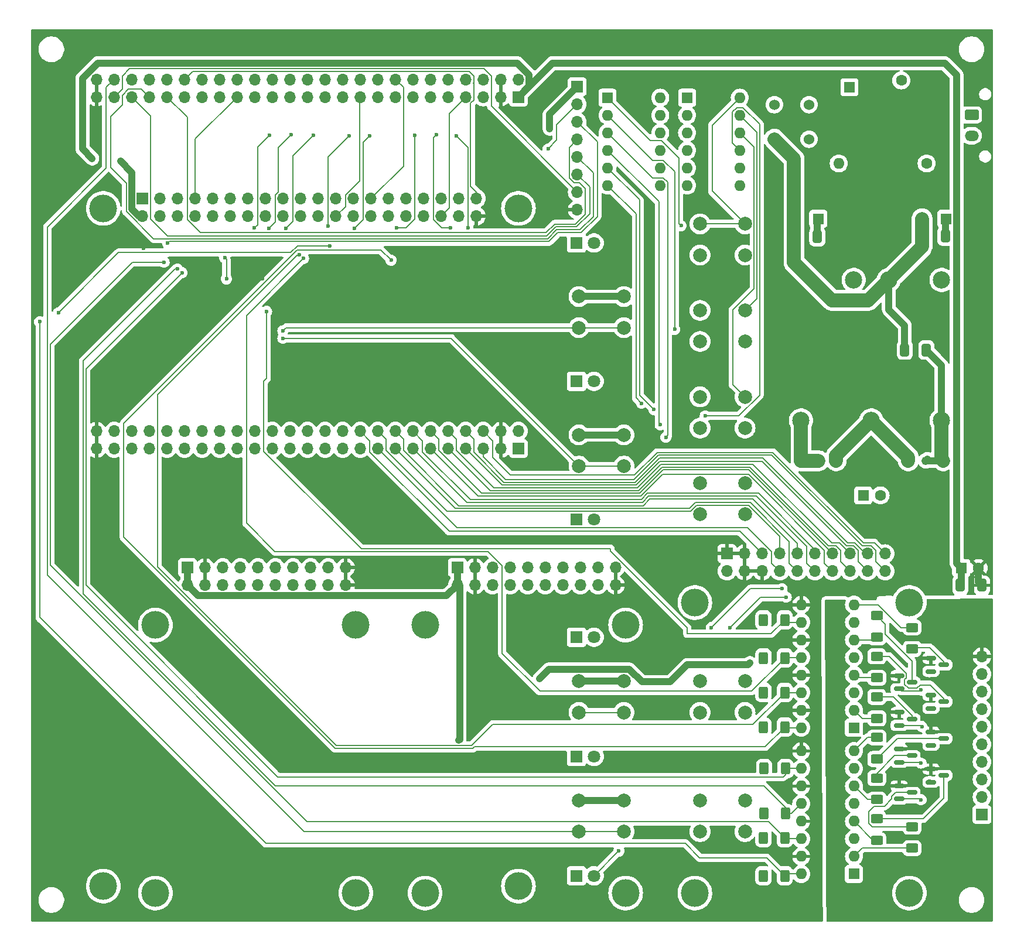
<source format=gbr>
%TF.GenerationSoftware,KiCad,Pcbnew,8.0.7-8.0.7-0~ubuntu24.10.1*%
%TF.CreationDate,2025-01-04T20:14:33+02:00*%
%TF.ProjectId,fpga_board,66706761-5f62-46f6-9172-642e6b696361,rev?*%
%TF.SameCoordinates,Original*%
%TF.FileFunction,Copper,L2,Bot*%
%TF.FilePolarity,Positive*%
%FSLAX46Y46*%
G04 Gerber Fmt 4.6, Leading zero omitted, Abs format (unit mm)*
G04 Created by KiCad (PCBNEW 8.0.7-8.0.7-0~ubuntu24.10.1) date 2025-01-04 20:14:33*
%MOMM*%
%LPD*%
G01*
G04 APERTURE LIST*
G04 Aperture macros list*
%AMRoundRect*
0 Rectangle with rounded corners*
0 $1 Rounding radius*
0 $2 $3 $4 $5 $6 $7 $8 $9 X,Y pos of 4 corners*
0 Add a 4 corners polygon primitive as box body*
4,1,4,$2,$3,$4,$5,$6,$7,$8,$9,$2,$3,0*
0 Add four circle primitives for the rounded corners*
1,1,$1+$1,$2,$3*
1,1,$1+$1,$4,$5*
1,1,$1+$1,$6,$7*
1,1,$1+$1,$8,$9*
0 Add four rect primitives between the rounded corners*
20,1,$1+$1,$2,$3,$4,$5,0*
20,1,$1+$1,$4,$5,$6,$7,0*
20,1,$1+$1,$6,$7,$8,$9,0*
20,1,$1+$1,$8,$9,$2,$3,0*%
G04 Aperture macros list end*
%TA.AperFunction,ComponentPad*%
%ADD10R,1.700000X1.700000*%
%TD*%
%TA.AperFunction,ComponentPad*%
%ADD11O,1.700000X1.700000*%
%TD*%
%TA.AperFunction,SMDPad,CuDef*%
%ADD12RoundRect,0.250000X0.625000X-0.400000X0.625000X0.400000X-0.625000X0.400000X-0.625000X-0.400000X0*%
%TD*%
%TA.AperFunction,SMDPad,CuDef*%
%ADD13RoundRect,0.250000X-0.625000X0.400000X-0.625000X-0.400000X0.625000X-0.400000X0.625000X0.400000X0*%
%TD*%
%TA.AperFunction,SMDPad,CuDef*%
%ADD14RoundRect,0.150000X-0.587500X-0.150000X0.587500X-0.150000X0.587500X0.150000X-0.587500X0.150000X0*%
%TD*%
%TA.AperFunction,ComponentPad*%
%ADD15R,1.800000X1.800000*%
%TD*%
%TA.AperFunction,ComponentPad*%
%ADD16C,1.800000*%
%TD*%
%TA.AperFunction,ComponentPad*%
%ADD17R,1.600000X1.600000*%
%TD*%
%TA.AperFunction,ComponentPad*%
%ADD18C,1.600000*%
%TD*%
%TA.AperFunction,SMDPad,CuDef*%
%ADD19RoundRect,0.250000X-0.400000X-0.625000X0.400000X-0.625000X0.400000X0.625000X-0.400000X0.625000X0*%
%TD*%
%TA.AperFunction,ComponentPad*%
%ADD20C,2.000000*%
%TD*%
%TA.AperFunction,ComponentPad*%
%ADD21R,1.218000X1.218000*%
%TD*%
%TA.AperFunction,ComponentPad*%
%ADD22C,1.218000*%
%TD*%
%TA.AperFunction,ComponentPad*%
%ADD23O,1.600000X1.600000*%
%TD*%
%TA.AperFunction,ComponentPad*%
%ADD24C,2.500000*%
%TD*%
%TA.AperFunction,ComponentPad*%
%ADD25O,2.020000X1.500000*%
%TD*%
%TA.AperFunction,ComponentPad*%
%ADD26RoundRect,0.250001X-0.759999X0.499999X-0.759999X-0.499999X0.759999X-0.499999X0.759999X0.499999X0*%
%TD*%
%TA.AperFunction,WasherPad*%
%ADD27C,4.000000*%
%TD*%
%TA.AperFunction,ComponentPad*%
%ADD28C,1.524000*%
%TD*%
%TA.AperFunction,SMDPad,CuDef*%
%ADD29RoundRect,0.250000X0.412500X0.650000X-0.412500X0.650000X-0.412500X-0.650000X0.412500X-0.650000X0*%
%TD*%
%TA.AperFunction,SMDPad,CuDef*%
%ADD30RoundRect,0.250000X-0.412500X-0.650000X0.412500X-0.650000X0.412500X0.650000X-0.412500X0.650000X0*%
%TD*%
%TA.AperFunction,ViaPad*%
%ADD31C,0.600000*%
%TD*%
%TA.AperFunction,Conductor*%
%ADD32C,1.000000*%
%TD*%
%TA.AperFunction,Conductor*%
%ADD33C,2.000000*%
%TD*%
%TA.AperFunction,Conductor*%
%ADD34C,0.200000*%
%TD*%
G04 APERTURE END LIST*
D10*
%TO.P,J9,1,Pin_1*%
%TO.N,VDD*%
X156000000Y-123660000D03*
D11*
%TO.P,J9,2,Pin_2*%
%TO.N,Net-(J9-Pin_2)*%
X156000000Y-121120000D03*
%TO.P,J9,3,Pin_3*%
%TO.N,Net-(J9-Pin_3)*%
X156000000Y-118580000D03*
%TO.P,J9,4,Pin_4*%
%TO.N,Net-(J9-Pin_4)*%
X156000000Y-116040000D03*
%TO.P,J9,5,Pin_5*%
%TO.N,Net-(J9-Pin_5)*%
X156000000Y-113500000D03*
%TO.P,J9,6,Pin_6*%
%TO.N,Net-(J9-Pin_6)*%
X156000000Y-110960000D03*
%TO.P,J9,7,Pin_7*%
%TO.N,Net-(J9-Pin_7)*%
X156000000Y-108420000D03*
%TO.P,J9,8,Pin_8*%
%TO.N,Net-(J9-Pin_8)*%
X156000000Y-105880000D03*
%TO.P,J9,9,Pin_9*%
%TO.N,Net-(J9-Pin_9)*%
X156000000Y-103340000D03*
%TO.P,J9,10,Pin_10*%
%TO.N,GND2*%
X156000000Y-100800000D03*
%TD*%
D12*
%TO.P,R64,1*%
%TO.N,Net-(Q8-D)*%
X145900000Y-99700000D03*
%TO.P,R64,2*%
%TO.N,Net-(R64-Pad2)*%
X145900000Y-96600000D03*
%TD*%
D13*
%TO.P,R61,1*%
%TO.N,Net-(Q7-D)*%
X145900000Y-125400000D03*
%TO.P,R61,2*%
%TO.N,Net-(R61-Pad2)*%
X145900000Y-128500000D03*
%TD*%
%TO.P,R58,1*%
%TO.N,Net-(Q6-D)*%
X140800000Y-94900000D03*
%TO.P,R58,2*%
%TO.N,Net-(R58-Pad2)*%
X140800000Y-98000000D03*
%TD*%
%TO.P,R55,1*%
%TO.N,Net-(Q5-D)*%
X140800000Y-100770000D03*
%TO.P,R55,2*%
%TO.N,Net-(R55-Pad2)*%
X140800000Y-103870000D03*
%TD*%
%TO.P,R52,1*%
%TO.N,Net-(Q4-D)*%
X140800000Y-106640000D03*
%TO.P,R52,2*%
%TO.N,Net-(R52-Pad2)*%
X140800000Y-109740000D03*
%TD*%
D12*
%TO.P,R49,1*%
%TO.N,Net-(Q3-D)*%
X140800000Y-115610000D03*
%TO.P,R49,2*%
%TO.N,Net-(R49-Pad2)*%
X140800000Y-112510000D03*
%TD*%
D13*
%TO.P,R46,1*%
%TO.N,Net-(Q2-D)*%
X140800000Y-118380000D03*
%TO.P,R46,2*%
%TO.N,Net-(R46-Pad2)*%
X140800000Y-121480000D03*
%TD*%
%TO.P,R44,1*%
%TO.N,Net-(Q1-D)*%
X140800000Y-124250000D03*
%TO.P,R44,2*%
%TO.N,Net-(R44-Pad2)*%
X140800000Y-127350000D03*
%TD*%
D14*
%TO.P,Q8,1,G*%
%TO.N,Net-(Q8-G)*%
X148625000Y-102950000D03*
%TO.P,Q8,2,S*%
%TO.N,GND2*%
X148625000Y-101050000D03*
%TO.P,Q8,3,D*%
%TO.N,Net-(Q8-D)*%
X150500000Y-102000000D03*
%TD*%
%TO.P,Q7,1,G*%
%TO.N,Net-(Q7-G)*%
X144000000Y-121400000D03*
%TO.P,Q7,2,S*%
%TO.N,GND2*%
X144000000Y-119500000D03*
%TO.P,Q7,3,D*%
%TO.N,Net-(Q7-D)*%
X145875000Y-120450000D03*
%TD*%
%TO.P,Q6,1,G*%
%TO.N,Net-(Q6-G)*%
X144000000Y-105450000D03*
%TO.P,Q6,2,S*%
%TO.N,GND2*%
X144000000Y-103550000D03*
%TO.P,Q6,3,D*%
%TO.N,Net-(Q6-D)*%
X145875000Y-104500000D03*
%TD*%
%TO.P,Q5,1,G*%
%TO.N,Net-(Q5-G)*%
X148625000Y-108283333D03*
%TO.P,Q5,2,S*%
%TO.N,GND2*%
X148625000Y-106383333D03*
%TO.P,Q5,3,D*%
%TO.N,Net-(Q5-D)*%
X150500000Y-107333333D03*
%TD*%
%TO.P,Q4,1,G*%
%TO.N,Net-(Q4-G)*%
X144000000Y-110766666D03*
%TO.P,Q4,2,S*%
%TO.N,GND2*%
X144000000Y-108866666D03*
%TO.P,Q4,3,D*%
%TO.N,Net-(Q4-D)*%
X145875000Y-109816666D03*
%TD*%
%TO.P,Q3,1,G*%
%TO.N,Net-(Q3-G)*%
X148625000Y-113616666D03*
%TO.P,Q3,2,S*%
%TO.N,GND2*%
X148625000Y-111716666D03*
%TO.P,Q3,3,D*%
%TO.N,Net-(Q3-D)*%
X150500000Y-112666666D03*
%TD*%
%TO.P,Q2,1,G*%
%TO.N,Net-(Q2-G)*%
X144000000Y-116083332D03*
%TO.P,Q2,2,S*%
%TO.N,GND2*%
X144000000Y-114183332D03*
%TO.P,Q2,3,D*%
%TO.N,Net-(Q2-D)*%
X145875000Y-115133332D03*
%TD*%
%TO.P,Q1,1,G*%
%TO.N,Net-(Q1-G)*%
X148625000Y-118950000D03*
%TO.P,Q1,2,S*%
%TO.N,GND2*%
X148625000Y-117050000D03*
%TO.P,Q1,3,D*%
%TO.N,Net-(Q1-D)*%
X150500000Y-118000000D03*
%TD*%
D15*
%TO.P,D2,1,K*%
%TO.N,Net-(D2-K)*%
X97400000Y-61000000D03*
D16*
%TO.P,D2,2,A*%
%TO.N,Net-(D2-A)*%
X99940000Y-61000000D03*
%TD*%
D17*
%TO.P,C3,1*%
%TO.N,Net-(C3-Pad1)*%
X150840000Y-37500000D03*
D18*
%TO.P,C3,2*%
%TO.N,Net-(U1--Vin)*%
X147340000Y-37500000D03*
%TD*%
D19*
%TO.P,R40,1*%
%TO.N,+3.3V*%
X124500000Y-117000000D03*
%TO.P,R40,2*%
%TO.N,/R7*%
X127600000Y-117000000D03*
%TD*%
D17*
%TO.P,RV1,1*%
%TO.N,Net-(D7-A)*%
X136840000Y-18500000D03*
D18*
%TO.P,RV1,2*%
%TO.N,GND1*%
X144340000Y-17500000D03*
%TD*%
D19*
%TO.P,R37,1*%
%TO.N,+3.3V*%
X124400000Y-132500000D03*
%TO.P,R37,2*%
%TO.N,/V4*%
X127500000Y-132500000D03*
%TD*%
D20*
%TO.P,SW10,1,1*%
%TO.N,Net-(SW10-Pad1)*%
X115250000Y-121625000D03*
X121750000Y-121625000D03*
%TO.P,SW10,2,2*%
%TO.N,Net-(R28-Pad1)*%
X115250000Y-126125000D03*
X121750000Y-126125000D03*
%TD*%
D21*
%TO.P,RV3,1,1*%
%TO.N,Net-(U1-Trim)*%
X134920000Y-72500000D03*
D22*
%TO.P,RV3,2,2*%
%TO.N,Net-(U1-+Vout)*%
X132380000Y-72500000D03*
%TO.P,RV3,3,3*%
X129840000Y-72500000D03*
%TD*%
D20*
%TO.P,SW9,1,1*%
%TO.N,Net-(SW12-Pad8)*%
X115250000Y-104375000D03*
X121750000Y-104375000D03*
%TO.P,SW9,2,2*%
%TO.N,Net-(R27-Pad1)*%
X115250000Y-108875000D03*
X121750000Y-108875000D03*
%TD*%
%TO.P,SW7,1,1*%
%TO.N,Net-(SW12-Pad10)*%
X115250000Y-63250000D03*
X121750000Y-63250000D03*
%TO.P,SW7,2,2*%
%TO.N,Net-(R25-Pad1)*%
X115250000Y-67750000D03*
X121750000Y-67750000D03*
%TD*%
D23*
%TO.P,U3,16*%
%TO.N,/V4*%
X129880000Y-132240000D03*
%TO.P,U3,15*%
%TO.N,GND*%
X129880000Y-129700000D03*
%TO.P,U3,14*%
%TO.N,/U4*%
X129880000Y-127160000D03*
%TO.P,U3,13*%
%TO.N,GND*%
X129880000Y-124620000D03*
%TO.P,U3,12*%
%TO.N,/T7*%
X129880000Y-122080000D03*
%TO.P,U3,11*%
%TO.N,GND*%
X129880000Y-119540000D03*
%TO.P,U3,10*%
%TO.N,/R7*%
X129880000Y-117000000D03*
%TO.P,U3,9*%
%TO.N,GND*%
X129880000Y-114460000D03*
%TO.P,U3,8*%
%TO.N,Net-(R49-Pad2)*%
X137500000Y-114460000D03*
%TO.P,U3,7*%
%TO.N,+VDC*%
X137500000Y-117000000D03*
%TO.P,U3,6*%
%TO.N,Net-(R46-Pad2)*%
X137500000Y-119540000D03*
%TO.P,U3,5*%
%TO.N,+VDC*%
X137500000Y-122080000D03*
%TO.P,U3,4*%
%TO.N,Net-(R44-Pad2)*%
X137500000Y-124620000D03*
%TO.P,U3,3*%
%TO.N,+VDC*%
X137500000Y-127160000D03*
%TO.P,U3,2*%
%TO.N,Net-(R61-Pad2)*%
X137500000Y-129700000D03*
D17*
%TO.P,U3,1*%
%TO.N,+VDC*%
X137500000Y-132240000D03*
%TD*%
D20*
%TO.P,SW2,1,1*%
%TO.N,Net-(R30-Pad1)*%
X97750000Y-68750000D03*
X104250000Y-68750000D03*
%TO.P,SW2,2,2*%
%TO.N,/K6*%
X97750000Y-73250000D03*
X104250000Y-73250000D03*
%TD*%
%TO.P,SW6,1,1*%
%TO.N,Net-(SW12-Pad11)*%
X115250000Y-50750000D03*
X121750000Y-50750000D03*
%TO.P,SW6,2,2*%
%TO.N,Net-(R24-Pad1)*%
X115250000Y-55250000D03*
X121750000Y-55250000D03*
%TD*%
%TO.P,SW8,1,1*%
%TO.N,Net-(SW12-Pad9)*%
X115250000Y-75750000D03*
X121750000Y-75750000D03*
%TO.P,SW8,2,2*%
%TO.N,Net-(R26-Pad1)*%
X115250000Y-80250000D03*
X121750000Y-80250000D03*
%TD*%
D10*
%TO.P,J2,1,Pin_1*%
%TO.N,+5V*%
X89000000Y-19900000D03*
D11*
%TO.P,J2,2,Pin_2*%
%TO.N,+3.3V*%
X89000000Y-17360000D03*
%TO.P,J2,3,Pin_3*%
%TO.N,GND*%
X86460000Y-19900000D03*
%TO.P,J2,4,Pin_4*%
X86460000Y-17360000D03*
%TO.P,J2,5,Pin_5*%
%TO.N,/V8*%
X83920000Y-19900000D03*
%TO.P,J2,6,Pin_6*%
%TO.N,/V7*%
X83920000Y-17360000D03*
%TO.P,J2,7,Pin_7*%
%TO.N,/U7*%
X81380000Y-19900000D03*
%TO.P,J2,8,Pin_8*%
%TO.N,/V6*%
X81380000Y-17360000D03*
%TO.P,J2,9,Pin_9*%
%TO.N,/T7*%
X78840000Y-19900000D03*
%TO.P,J2,10,Pin_10*%
%TO.N,/R7*%
X78840000Y-17360000D03*
%TO.P,J2,11,Pin_11*%
%TO.N,/R6*%
X76300000Y-19900000D03*
%TO.P,J2,12,Pin_12*%
%TO.N,/T5*%
X76300000Y-17360000D03*
%TO.P,J2,13,Pin_13*%
%TO.N,/R5*%
X73760000Y-19900000D03*
%TO.P,J2,14,Pin_14*%
%TO.N,/T4*%
X73760000Y-17360000D03*
%TO.P,J2,15,Pin_15*%
%TO.N,/U6*%
X71220000Y-19900000D03*
%TO.P,J2,16,Pin_16*%
%TO.N,/U5*%
X71220000Y-17360000D03*
%TO.P,J2,17,Pin_17*%
%TO.N,/V4*%
X68680000Y-19900000D03*
%TO.P,J2,18,Pin_18*%
%TO.N,/U4*%
X68680000Y-17360000D03*
%TO.P,J2,19,Pin_19*%
%TO.N,/V3*%
X66140000Y-19900000D03*
%TO.P,J2,20,Pin_20*%
%TO.N,/V2*%
X66140000Y-17360000D03*
%TO.P,J2,21,Pin_21*%
%TO.N,/U2*%
X63600000Y-19900000D03*
%TO.P,J2,22,Pin_22*%
%TO.N,/U1*%
X63600000Y-17360000D03*
%TO.P,J2,23,Pin_23*%
%TO.N,/P4*%
X61060000Y-19900000D03*
%TO.P,J2,24,Pin_24*%
%TO.N,/T3*%
X61060000Y-17360000D03*
%TO.P,J2,25,Pin_25*%
%TO.N,/R3*%
X58520000Y-19900000D03*
%TO.P,J2,26,Pin_26*%
%TO.N,/T2*%
X58520000Y-17360000D03*
%TO.P,J2,27,Pin_27*%
%TO.N,/N4*%
X55980000Y-19900000D03*
%TO.P,J2,28,Pin_28*%
%TO.N,/P3*%
X55980000Y-17360000D03*
%TO.P,J2,29,Pin_29*%
%TO.N,/M6*%
X53440000Y-19900000D03*
%TO.P,J2,30,Pin_30*%
%TO.N,/M5*%
X53440000Y-17360000D03*
%TO.P,J2,31,Pin_31*%
%TO.N,/L5*%
X50900000Y-19900000D03*
%TO.P,J2,32,Pin_32*%
%TO.N,/L4*%
X50900000Y-17360000D03*
%TO.P,J2,33,Pin_33*%
%TO.N,/K3*%
X48360000Y-19900000D03*
%TO.P,J2,34,Pin_34*%
%TO.N,/K5*%
X48360000Y-17360000D03*
%TO.P,J2,35,Pin_35*%
%TO.N,/P1*%
X45820000Y-19900000D03*
%TO.P,J2,36,Pin_36*%
%TO.N,/R1*%
X45820000Y-17360000D03*
%TO.P,J2,37,Pin_37*%
%TO.N,/N1*%
X43280000Y-19900000D03*
%TO.P,J2,38,Pin_38*%
%TO.N,/N2*%
X43280000Y-17360000D03*
%TO.P,J2,39,Pin_39*%
%TO.N,/M2*%
X40740000Y-19900000D03*
%TO.P,J2,40,Pin_40*%
%TO.N,/M1*%
X40740000Y-17360000D03*
%TO.P,J2,41,Pin_41*%
%TO.N,/J5*%
X38200000Y-19900000D03*
%TO.P,J2,42,Pin_42*%
%TO.N,/J4*%
X38200000Y-17360000D03*
%TO.P,J2,43,Pin_43*%
%TO.N,/J6*%
X35660000Y-19900000D03*
%TO.P,J2,44,Pin_44*%
%TO.N,/K6*%
X35660000Y-17360000D03*
%TO.P,J2,45,Pin_45*%
%TO.N,/L2*%
X33120000Y-19900000D03*
%TO.P,J2,46,Pin_46*%
%TO.N,/L3*%
X33120000Y-17360000D03*
%TO.P,J2,47,Pin_47*%
%TO.N,/K2*%
X30580000Y-19900000D03*
%TO.P,J2,48,Pin_48*%
%TO.N,/K1*%
X30580000Y-17360000D03*
%TO.P,J2,49,Pin_49*%
%TO.N,GND*%
X28040000Y-19900000D03*
%TO.P,J2,50,Pin_50*%
X28040000Y-17360000D03*
D10*
%TO.P,J2,51,Pin_1*%
%TO.N,unconnected-(J2-Pin_1-Pad51)*%
X89000000Y-70740000D03*
D11*
%TO.P,J2,52,Pin_2*%
%TO.N,+3.3V*%
X89000000Y-68200000D03*
%TO.P,J2,53,Pin_3*%
%TO.N,GND*%
X86460000Y-70740000D03*
%TO.P,J2,54,Pin_4*%
X86460000Y-68200000D03*
%TO.P,J2,55,Pin_5*%
%TO.N,/F18*%
X83920000Y-70740000D03*
%TO.P,J2,56,Pin_6*%
%TO.N,/G17*%
X83920000Y-68200000D03*
%TO.P,J2,57,Pin_7*%
%TO.N,/E18*%
X81380000Y-70740000D03*
%TO.P,J2,58,Pin_8*%
%TO.N,/F17*%
X81380000Y-68200000D03*
%TO.P,J2,59,Pin_9*%
%TO.N,/D18*%
X78840000Y-70740000D03*
%TO.P,J2,60,Pin_10*%
%TO.N,/E17*%
X78840000Y-68200000D03*
%TO.P,J2,61,Pin_11*%
%TO.N,/C17*%
X76300000Y-70740000D03*
%TO.P,J2,62,Pin_12*%
%TO.N,/C18*%
X76300000Y-68200000D03*
%TO.P,J2,63,Pin_13*%
%TO.N,/G15*%
X73760000Y-70740000D03*
%TO.P,J2,64,Pin_14*%
%TO.N,/H16*%
X73760000Y-68200000D03*
%TO.P,J2,65,Pin_15*%
%TO.N,/F15*%
X71220000Y-70740000D03*
%TO.P,J2,66,Pin_16*%
%TO.N,/G16*%
X71220000Y-68200000D03*
%TO.P,J2,67,Pin_17*%
%TO.N,/E16*%
X68680000Y-70740000D03*
%TO.P,J2,68,Pin_18*%
%TO.N,/E15*%
X68680000Y-68200000D03*
%TO.P,J2,69,Pin_19*%
%TO.N,/D16*%
X66140000Y-70740000D03*
%TO.P,J2,70,Pin_20*%
%TO.N,/D15*%
X66140000Y-68200000D03*
%TO.P,J2,71,Pin_21*%
%TO.N,/A17*%
X63600000Y-70740000D03*
%TO.P,J2,72,Pin_22*%
%TO.N,/B17*%
X63600000Y-68200000D03*
%TO.P,J2,73,Pin_23*%
%TO.N,/C16*%
X61060000Y-70740000D03*
%TO.P,J2,74,Pin_24*%
%TO.N,/B16*%
X61060000Y-68200000D03*
%TO.P,J2,75,Pin_25*%
%TO.N,/A15*%
X58520000Y-70740000D03*
%TO.P,J2,76,Pin_26*%
%TO.N,/B15*%
X58520000Y-68200000D03*
%TO.P,J2,77,Pin_27*%
%TO.N,/A14*%
X55980000Y-70740000D03*
%TO.P,J2,78,Pin_28*%
%TO.N,/B14*%
X55980000Y-68200000D03*
%TO.P,J2,79,Pin_29*%
%TO.N,/C14*%
X53440000Y-70740000D03*
%TO.P,J2,80,Pin_30*%
%TO.N,/D14*%
X53440000Y-68200000D03*
%TO.P,J2,81,Pin_31*%
%TO.N,/C13*%
X50900000Y-70740000D03*
%TO.P,J2,82,Pin_32*%
%TO.N,/D13*%
X50900000Y-68200000D03*
%TO.P,J2,83,Pin_33*%
%TO.N,/A13*%
X48360000Y-70740000D03*
%TO.P,J2,84,Pin_34*%
%TO.N,/C12*%
X48360000Y-68200000D03*
%TO.P,J2,85,Pin_35*%
%TO.N,/F14*%
X45820000Y-70740000D03*
%TO.P,J2,86,Pin_36*%
%TO.N,/E13*%
X45820000Y-68200000D03*
%TO.P,J2,87,Pin_37*%
%TO.N,/B12*%
X43280000Y-70740000D03*
%TO.P,J2,88,Pin_38*%
%TO.N,/A12*%
X43280000Y-68200000D03*
%TO.P,J2,89,Pin_39*%
%TO.N,/C11*%
X40740000Y-70740000D03*
%TO.P,J2,90,Pin_40*%
%TO.N,/B11*%
X40740000Y-68200000D03*
%TO.P,J2,91,Pin_41*%
%TO.N,/D11*%
X38200000Y-70740000D03*
%TO.P,J2,92,Pin_42*%
%TO.N,/D10*%
X38200000Y-68200000D03*
%TO.P,J2,93,Pin_43*%
%TO.N,/C9*%
X35660000Y-70740000D03*
%TO.P,J2,94,Pin_44*%
%TO.N,/D9*%
X35660000Y-68200000D03*
%TO.P,J2,95,Pin_45*%
%TO.N,/A10*%
X33120000Y-70740000D03*
%TO.P,J2,96,Pin_46*%
%TO.N,/B10*%
X33120000Y-68200000D03*
%TO.P,J2,97,Pin_47*%
%TO.N,/A9*%
X30580000Y-70740000D03*
%TO.P,J2,98,Pin_48*%
%TO.N,/B9*%
X30580000Y-68200000D03*
%TO.P,J2,99,Pin_49*%
%TO.N,GND*%
X28040000Y-70740000D03*
%TO.P,J2,100,Pin_50*%
X28040000Y-68200000D03*
%TD*%
D20*
%TO.P,SW5,1,1*%
%TO.N,Net-(SW12-Pad12)*%
X115250000Y-38250000D03*
X121750000Y-38250000D03*
%TO.P,SW5,2,2*%
%TO.N,Net-(R23-Pad1)*%
X115250000Y-42750000D03*
X121750000Y-42750000D03*
%TD*%
D24*
%TO.P,U1,1,-Vin*%
%TO.N,Net-(U1--Vin)*%
X142540000Y-46340000D03*
%TO.P,U1,2,+Vin*%
%TO.N,Net-(U1-+Vin)*%
X137460000Y-46340000D03*
%TO.P,U1,3,+Vout*%
%TO.N,Net-(U1-+Vout)*%
X129840000Y-66660000D03*
%TO.P,U1,4,Trim*%
%TO.N,Net-(U1-Trim)*%
X140000000Y-66660000D03*
%TO.P,U1,5,-Vout*%
%TO.N,Net-(U1--Vout)*%
X150160000Y-66660000D03*
%TO.P,U1,6,CTRL*%
%TO.N,unconnected-(U1-CTRL-Pad6)*%
X150160000Y-46340000D03*
%TD*%
D19*
%TO.P,R33,1*%
%TO.N,+3.3V*%
X124400000Y-111000000D03*
%TO.P,R33,2*%
%TO.N,/R6*%
X127500000Y-111000000D03*
%TD*%
D10*
%TO.P,J6,1,Pin_1*%
%TO.N,+3.3V*%
X97500000Y-18420000D03*
D11*
%TO.P,J6,2,Pin_2*%
%TO.N,/D16*%
X97500000Y-20960000D03*
%TO.P,J6,3,Pin_3*%
%TO.N,/M2*%
X97500000Y-23500000D03*
%TO.P,J6,4,Pin_4*%
%TO.N,/J5*%
X97500000Y-26040000D03*
%TO.P,J6,5,Pin_5*%
%TO.N,/J6*%
X97500000Y-28580000D03*
%TO.P,J6,6,Pin_6*%
%TO.N,/L2*%
X97500000Y-31120000D03*
%TO.P,J6,7,Pin_7*%
%TO.N,/K2*%
X97500000Y-33660000D03*
%TO.P,J6,8,Pin_8*%
%TO.N,GND*%
X97500000Y-36200000D03*
%TD*%
D20*
%TO.P,SW4,1,1*%
%TO.N,Net-(R32-Pad1)*%
X97750000Y-121625000D03*
X104250000Y-121625000D03*
%TO.P,SW4,2,2*%
%TO.N,/K1*%
X97750000Y-126125000D03*
X104250000Y-126125000D03*
%TD*%
%TO.P,SW3,1,1*%
%TO.N,Net-(R31-Pad1)*%
X97750000Y-104375000D03*
X104250000Y-104375000D03*
%TO.P,SW3,2,2*%
%TO.N,/L3*%
X97750000Y-108875000D03*
X104250000Y-108875000D03*
%TD*%
D18*
%TO.P,F1,1*%
%TO.N,Net-(J7-Pin_2)*%
X148000000Y-29500000D03*
D23*
%TO.P,F1,2*%
%TO.N,Net-(D7-A)*%
X135300000Y-29500000D03*
%TD*%
D21*
%TO.P,RV2,1,1*%
%TO.N,Net-(U1-Trim)*%
X145340000Y-72500000D03*
D22*
%TO.P,RV2,2,2*%
%TO.N,Net-(U1--Vout)*%
X147880000Y-72500000D03*
%TO.P,RV2,3,3*%
X150420000Y-72500000D03*
%TD*%
D15*
%TO.P,D4,1,K*%
%TO.N,Net-(D4-K)*%
X97400000Y-98000000D03*
D16*
%TO.P,D4,2,A*%
%TO.N,Net-(D4-A)*%
X99940000Y-98000000D03*
%TD*%
D17*
%TO.P,C9,1*%
%TO.N,+5V*%
X153000000Y-88000000D03*
D18*
%TO.P,C9,2*%
%TO.N,GND*%
X155500000Y-88000000D03*
%TD*%
D15*
%TO.P,D5,1,K*%
%TO.N,Net-(D5-K)*%
X97400000Y-115250000D03*
D16*
%TO.P,D5,2,A*%
%TO.N,Net-(D5-A)*%
X99940000Y-115250000D03*
%TD*%
D25*
%TO.P,J7,2,Pin_2*%
%TO.N,Net-(J7-Pin_2)*%
X154500000Y-25500000D03*
D26*
%TO.P,J7,1,Pin_1*%
%TO.N,GND1*%
X154500000Y-22500000D03*
%TD*%
D11*
%TO.P,J1,40,Pin_40*%
%TO.N,GND*%
X82935000Y-37115000D03*
%TO.P,J1,39,Pin_39*%
%TO.N,/M1*%
X82935000Y-34575000D03*
%TO.P,J1,38,Pin_38*%
%TO.N,/V8*%
X80395000Y-37115000D03*
%TO.P,J1,37,Pin_37*%
%TO.N,/V7*%
X80395000Y-34575000D03*
%TO.P,J1,36,Pin_36*%
%TO.N,/U7*%
X77855000Y-37115000D03*
%TO.P,J1,35,Pin_35*%
%TO.N,/V6*%
X77855000Y-34575000D03*
%TO.P,J1,34,Pin_34*%
%TO.N,/LCD/B7*%
X75315000Y-37115000D03*
%TO.P,J1,33,Pin_33*%
%TO.N,/LCD/B6*%
X75315000Y-34575000D03*
%TO.P,J1,32,Pin_32*%
%TO.N,/LCD/B5*%
X72775000Y-37115000D03*
%TO.P,J1,31,Pin_31*%
%TO.N,/T5*%
X72775000Y-34575000D03*
%TO.P,J1,30,Pin_30*%
%TO.N,/R5*%
X70235000Y-37115000D03*
%TO.P,J1,29,Pin_29*%
%TO.N,/T4*%
X70235000Y-34575000D03*
%TO.P,J1,28,Pin_28*%
%TO.N,/U6*%
X67695000Y-37115000D03*
%TO.P,J1,27,Pin_27*%
%TO.N,/U5*%
X67695000Y-34575000D03*
%TO.P,J1,26,Pin_26*%
%TO.N,/LCD/G7*%
X65155000Y-37115000D03*
%TO.P,J1,25,Pin_25*%
%TO.N,/LCD/G6*%
X65155000Y-34575000D03*
%TO.P,J1,24,Pin_24*%
%TO.N,/V3*%
X62615000Y-37115000D03*
%TO.P,J1,23,Pin_23*%
%TO.N,/V2*%
X62615000Y-34575000D03*
%TO.P,J1,22,Pin_22*%
%TO.N,/U2*%
X60075000Y-37115000D03*
%TO.P,J1,21,Pin_21*%
%TO.N,/U1*%
X60075000Y-34575000D03*
%TO.P,J1,20,Pin_20*%
%TO.N,/P4*%
X57535000Y-37115000D03*
%TO.P,J1,19,Pin_19*%
%TO.N,/T3*%
X57535000Y-34575000D03*
%TO.P,J1,18,Pin_18*%
%TO.N,/LCD/R7*%
X54995000Y-37115000D03*
%TO.P,J1,17,Pin_17*%
%TO.N,/LCD/R6*%
X54995000Y-34575000D03*
%TO.P,J1,16,Pin_16*%
%TO.N,/LCD/R5*%
X52455000Y-37115000D03*
%TO.P,J1,15,Pin_15*%
%TO.N,/P3*%
X52455000Y-34575000D03*
%TO.P,J1,14,Pin_14*%
%TO.N,/M6*%
X49915000Y-37115000D03*
%TO.P,J1,13,Pin_13*%
%TO.N,/M5*%
X49915000Y-34575000D03*
%TO.P,J1,12,Pin_12*%
%TO.N,/L5*%
X47375000Y-37115000D03*
%TO.P,J1,11,Pin_11*%
%TO.N,/L4*%
X47375000Y-34575000D03*
%TO.P,J1,10,Pin_10*%
%TO.N,unconnected-(J1-Pin_10-Pad10)*%
X44835000Y-37115000D03*
%TO.P,J1,9,Pin_9*%
%TO.N,/K5*%
X44835000Y-34575000D03*
%TO.P,J1,8,Pin_8*%
%TO.N,GND*%
X42295000Y-37115000D03*
%TO.P,J1,7,Pin_7*%
%TO.N,/K3*%
X42295000Y-34575000D03*
%TO.P,J1,6,Pin_6*%
%TO.N,/P1*%
X39755000Y-37115000D03*
%TO.P,J1,5,Pin_5*%
%TO.N,/R1*%
X39755000Y-34575000D03*
%TO.P,J1,4,Pin_4*%
%TO.N,/N1*%
X37215000Y-37115000D03*
%TO.P,J1,3,Pin_3*%
%TO.N,unconnected-(J1-Pin_3-Pad3)*%
X37215000Y-34575000D03*
%TO.P,J1,2,Pin_2*%
%TO.N,+5V*%
X34675000Y-37115000D03*
D10*
%TO.P,J1,1,Pin_1*%
%TO.N,/N2*%
X34675000Y-34575000D03*
D27*
%TO.P,J1,*%
%TO.N,*%
X89000000Y-36000000D03*
X29000000Y-36000000D03*
X89000000Y-134000000D03*
X29000000Y-134000000D03*
%TD*%
D19*
%TO.P,R38,1*%
%TO.N,+3.3V*%
X124400000Y-127000000D03*
%TO.P,R38,2*%
%TO.N,/U4*%
X127500000Y-127000000D03*
%TD*%
D15*
%TO.P,D1,1,K*%
%TO.N,Net-(D1-K)*%
X97400000Y-41000000D03*
D16*
%TO.P,D1,2,A*%
%TO.N,Net-(D1-A)*%
X99940000Y-41000000D03*
%TD*%
D19*
%TO.P,R39,1*%
%TO.N,+3.3V*%
X124500000Y-123500000D03*
%TO.P,R39,2*%
%TO.N,/T7*%
X127600000Y-123500000D03*
%TD*%
D23*
%TO.P,SW12,12*%
%TO.N,Net-(SW12-Pad12)*%
X121000000Y-20000000D03*
%TO.P,SW12,11*%
%TO.N,Net-(SW12-Pad11)*%
X121000000Y-22540000D03*
%TO.P,SW12,10*%
%TO.N,Net-(SW12-Pad10)*%
X121000000Y-25080000D03*
%TO.P,SW12,9*%
%TO.N,Net-(SW12-Pad9)*%
X121000000Y-27620000D03*
%TO.P,SW12,8*%
%TO.N,Net-(SW12-Pad8)*%
X121000000Y-30160000D03*
%TO.P,SW12,7*%
%TO.N,Net-(SW10-Pad1)*%
X121000000Y-32700000D03*
%TO.P,SW12,6*%
%TO.N,/K2*%
X113380000Y-32700000D03*
%TO.P,SW12,5*%
%TO.N,/L2*%
X113380000Y-30160000D03*
%TO.P,SW12,4*%
%TO.N,/J6*%
X113380000Y-27620000D03*
%TO.P,SW12,3*%
%TO.N,/J5*%
X113380000Y-25080000D03*
%TO.P,SW12,2*%
%TO.N,/M2*%
X113380000Y-22540000D03*
D17*
%TO.P,SW12,1*%
%TO.N,/D16*%
X113380000Y-20000000D03*
%TD*%
D28*
%TO.P,L1,1,1*%
%TO.N,GND1*%
X131000000Y-26000000D03*
%TO.P,L1,2,2*%
%TO.N,Net-(U1--Vin)*%
X126000000Y-26000000D03*
%TO.P,L1,3,3*%
%TO.N,/Power/+12vInput*%
X131000000Y-21000000D03*
%TO.P,L1,4,4*%
%TO.N,Net-(C3-Pad1)*%
X126000000Y-21000000D03*
%TD*%
D15*
%TO.P,D6,1,K*%
%TO.N,Net-(D6-K)*%
X97400000Y-132500000D03*
D16*
%TO.P,D6,2,A*%
%TO.N,Net-(D6-A)*%
X99940000Y-132500000D03*
%TD*%
D23*
%TO.P,U2,16*%
%TO.N,/R6*%
X129880000Y-111080000D03*
%TO.P,U2,15*%
%TO.N,GND*%
X129880000Y-108540000D03*
%TO.P,U2,14*%
%TO.N,/R3*%
X129880000Y-106000000D03*
%TO.P,U2,13*%
%TO.N,GND*%
X129880000Y-103460000D03*
%TO.P,U2,12*%
%TO.N,/T2*%
X129880000Y-100920000D03*
%TO.P,U2,11*%
%TO.N,GND*%
X129880000Y-98380000D03*
%TO.P,U2,10*%
%TO.N,/N4*%
X129880000Y-95840000D03*
%TO.P,U2,9*%
%TO.N,GND*%
X129880000Y-93300000D03*
%TO.P,U2,8*%
%TO.N,Net-(R64-Pad2)*%
X137500000Y-93300000D03*
%TO.P,U2,7*%
%TO.N,+VDC*%
X137500000Y-95840000D03*
%TO.P,U2,6*%
%TO.N,Net-(R58-Pad2)*%
X137500000Y-98380000D03*
%TO.P,U2,5*%
%TO.N,+VDC*%
X137500000Y-100920000D03*
%TO.P,U2,4*%
%TO.N,Net-(R55-Pad2)*%
X137500000Y-103460000D03*
%TO.P,U2,3*%
%TO.N,+VDC*%
X137500000Y-106000000D03*
%TO.P,U2,2*%
%TO.N,Net-(R52-Pad2)*%
X137500000Y-108540000D03*
D17*
%TO.P,U2,1*%
%TO.N,+VDC*%
X137500000Y-111080000D03*
%TD*%
%TO.P,SW11,1*%
%TO.N,Net-(D1-A)*%
X101880000Y-20000000D03*
D23*
%TO.P,SW11,2*%
%TO.N,Net-(D2-A)*%
X101880000Y-22540000D03*
%TO.P,SW11,3*%
%TO.N,Net-(D3-A)*%
X101880000Y-25080000D03*
%TO.P,SW11,4*%
%TO.N,Net-(D4-A)*%
X101880000Y-27620000D03*
%TO.P,SW11,5*%
%TO.N,Net-(D5-A)*%
X101880000Y-30160000D03*
%TO.P,SW11,6*%
%TO.N,Net-(D6-A)*%
X101880000Y-32700000D03*
%TO.P,SW11,7*%
%TO.N,/K2*%
X109500000Y-32700000D03*
%TO.P,SW11,8*%
%TO.N,/L2*%
X109500000Y-30160000D03*
%TO.P,SW11,9*%
%TO.N,/J6*%
X109500000Y-27620000D03*
%TO.P,SW11,10*%
%TO.N,/J5*%
X109500000Y-25080000D03*
%TO.P,SW11,11*%
%TO.N,/M2*%
X109500000Y-22540000D03*
%TO.P,SW11,12*%
%TO.N,/D16*%
X109500000Y-20000000D03*
%TD*%
D19*
%TO.P,R34,1*%
%TO.N,+3.3V*%
X124400000Y-106000000D03*
%TO.P,R34,2*%
%TO.N,/R3*%
X127500000Y-106000000D03*
%TD*%
%TO.P,R36,1*%
%TO.N,+3.3V*%
X124400000Y-95500000D03*
%TO.P,R36,2*%
%TO.N,/N4*%
X127500000Y-95500000D03*
%TD*%
%TO.P,R35,1*%
%TO.N,+3.3V*%
X124400000Y-101000000D03*
%TO.P,R35,2*%
%TO.N,/T2*%
X127500000Y-101000000D03*
%TD*%
D17*
%TO.P,C5,1*%
%TO.N,Net-(U1-+Vin)*%
X132340000Y-37500000D03*
D18*
%TO.P,C5,2*%
%TO.N,Net-(U1--Vin)*%
X128840000Y-37500000D03*
%TD*%
D15*
%TO.P,D3,1,K*%
%TO.N,Net-(D3-K)*%
X97400000Y-81000000D03*
D16*
%TO.P,D3,2,A*%
%TO.N,Net-(D3-A)*%
X99940000Y-81000000D03*
%TD*%
D17*
%TO.P,C8,1*%
%TO.N,Net-(U1-+Vout)*%
X138840000Y-77500000D03*
D18*
%TO.P,C8,2*%
%TO.N,Net-(U1--Vout)*%
X141340000Y-77500000D03*
%TD*%
D20*
%TO.P,SW1,1,1*%
%TO.N,Net-(R29-Pad1)*%
X97750000Y-48750000D03*
X104250000Y-48750000D03*
%TO.P,SW1,2,2*%
%TO.N,/J4*%
X97750000Y-53250000D03*
X104250000Y-53250000D03*
%TD*%
D27*
%TO.P,J4,*%
%TO.N,*%
X104500000Y-96250000D03*
X75525000Y-96250000D03*
X104500000Y-135000000D03*
X75525000Y-135000000D03*
D10*
%TO.P,J4,1,Pin_1*%
%TO.N,+5V*%
X80175000Y-87920000D03*
D11*
%TO.P,J4,2,Pin_2*%
X80175000Y-90460000D03*
%TO.P,J4,3,Pin_3*%
%TO.N,GND*%
X82715000Y-87920000D03*
%TO.P,J4,4,Pin_4*%
X82715000Y-90460000D03*
%TO.P,J4,5,Pin_5*%
%TO.N,/C12*%
X85255000Y-87920000D03*
%TO.P,J4,6,Pin_6*%
%TO.N,/A13*%
X85255000Y-90460000D03*
%TO.P,J4,7,Pin_7*%
%TO.N,/D13*%
X87795000Y-87920000D03*
%TO.P,J4,8,Pin_8*%
%TO.N,/C13*%
X87795000Y-90460000D03*
%TO.P,J4,9,Pin_9*%
%TO.N,/D14*%
X90335000Y-87920000D03*
%TO.P,J4,10,Pin_10*%
%TO.N,/C14*%
X90335000Y-90460000D03*
%TO.P,J4,11,Pin_11*%
%TO.N,/B14*%
X92875000Y-87920000D03*
%TO.P,J4,12,Pin_12*%
%TO.N,/A14*%
X92875000Y-90460000D03*
%TO.P,J4,13,Pin_13*%
%TO.N,/B15*%
X95415000Y-87920000D03*
%TO.P,J4,14,Pin_14*%
%TO.N,/A15*%
X95415000Y-90460000D03*
%TO.P,J4,15,Pin_15*%
%TO.N,/B16*%
X97955000Y-87920000D03*
%TO.P,J4,16,Pin_16*%
%TO.N,/C16*%
X97955000Y-90460000D03*
%TO.P,J4,17,Pin_17*%
%TO.N,/B17*%
X100495000Y-87920000D03*
%TO.P,J4,18,Pin_18*%
%TO.N,/A17*%
X100495000Y-90460000D03*
%TO.P,J4,19,Pin_19*%
%TO.N,GND*%
X103035000Y-87920000D03*
%TO.P,J4,20,Pin_20*%
X103035000Y-90460000D03*
%TD*%
D29*
%TO.P,C6,1*%
%TO.N,Net-(U1-+Vin)*%
X132200000Y-40100000D03*
%TO.P,C6,2*%
%TO.N,Net-(U1--Vin)*%
X129075000Y-40100000D03*
%TD*%
D27*
%TO.P,J3,*%
%TO.N,*%
X145500000Y-93000000D03*
X114500000Y-93000000D03*
X145500000Y-135000000D03*
X114500000Y-135000000D03*
D10*
%TO.P,J3,1,Pin_1*%
%TO.N,GND*%
X119150000Y-85920000D03*
D11*
%TO.P,J3,2,Pin_2*%
%TO.N,+5V*%
X119150000Y-88460000D03*
%TO.P,J3,3,Pin_3*%
%TO.N,GND*%
X121690000Y-85920000D03*
%TO.P,J3,4,Pin_4*%
X121690000Y-88460000D03*
%TO.P,J3,5,Pin_5*%
%TO.N,/D15*%
X124230000Y-85920000D03*
%TO.P,J3,6,Pin_6*%
%TO.N,GND*%
X124230000Y-88460000D03*
%TO.P,J3,7,Pin_7*%
%TO.N,/E15*%
X126770000Y-85920000D03*
%TO.P,J3,8,Pin_8*%
%TO.N,/E16*%
X126770000Y-88460000D03*
%TO.P,J3,9,Pin_9*%
%TO.N,/G16*%
X129310000Y-85920000D03*
%TO.P,J3,10,Pin_10*%
%TO.N,/F15*%
X129310000Y-88460000D03*
%TO.P,J3,11,Pin_11*%
%TO.N,/H16*%
X131850000Y-85920000D03*
%TO.P,J3,12,Pin_12*%
%TO.N,/G15*%
X131850000Y-88460000D03*
%TO.P,J3,13,Pin_13*%
%TO.N,/C18*%
X134390000Y-85920000D03*
%TO.P,J3,14,Pin_14*%
%TO.N,/C17*%
X134390000Y-88460000D03*
%TO.P,J3,15,Pin_15*%
%TO.N,/E17*%
X136930000Y-85920000D03*
%TO.P,J3,16,Pin_16*%
%TO.N,/D18*%
X136930000Y-88460000D03*
%TO.P,J3,17,Pin_17*%
%TO.N,/F17*%
X139470000Y-85920000D03*
%TO.P,J3,18,Pin_18*%
%TO.N,/E18*%
X139470000Y-88460000D03*
%TO.P,J3,19,Pin_19*%
%TO.N,/G17*%
X142010000Y-85920000D03*
%TO.P,J3,20,Pin_20*%
%TO.N,/F18*%
X142010000Y-88460000D03*
%TD*%
%TO.P,J5,20,Pin_20*%
%TO.N,GND*%
X64035000Y-90460000D03*
%TO.P,J5,19,Pin_19*%
X64035000Y-87920000D03*
%TO.P,J5,18,Pin_18*%
%TO.N,/F14*%
X61495000Y-90460000D03*
%TO.P,J5,17,Pin_17*%
%TO.N,/E13*%
X61495000Y-87920000D03*
%TO.P,J5,16,Pin_16*%
%TO.N,/B12*%
X58955000Y-90460000D03*
%TO.P,J5,15,Pin_15*%
%TO.N,/A12*%
X58955000Y-87920000D03*
%TO.P,J5,14,Pin_14*%
%TO.N,/C11*%
X56415000Y-90460000D03*
%TO.P,J5,13,Pin_13*%
%TO.N,/B11*%
X56415000Y-87920000D03*
%TO.P,J5,12,Pin_12*%
%TO.N,/D11*%
X53875000Y-90460000D03*
%TO.P,J5,11,Pin_11*%
%TO.N,/D10*%
X53875000Y-87920000D03*
%TO.P,J5,10,Pin_10*%
%TO.N,/C9*%
X51335000Y-90460000D03*
%TO.P,J5,9,Pin_9*%
%TO.N,/D9*%
X51335000Y-87920000D03*
%TO.P,J5,8,Pin_8*%
%TO.N,/A10*%
X48795000Y-90460000D03*
%TO.P,J5,7,Pin_7*%
%TO.N,/B10*%
X48795000Y-87920000D03*
%TO.P,J5,6,Pin_6*%
%TO.N,/A9*%
X46255000Y-90460000D03*
%TO.P,J5,5,Pin_5*%
%TO.N,/B9*%
X46255000Y-87920000D03*
%TO.P,J5,4,Pin_4*%
%TO.N,GND*%
X43715000Y-90460000D03*
%TO.P,J5,3,Pin_3*%
X43715000Y-87920000D03*
%TO.P,J5,2,Pin_2*%
%TO.N,+5V*%
X41175000Y-90460000D03*
D10*
%TO.P,J5,1,Pin_1*%
X41175000Y-87920000D03*
D27*
%TO.P,J5,*%
%TO.N,*%
X36525000Y-135000000D03*
X65500000Y-135000000D03*
X36525000Y-96250000D03*
X65500000Y-96250000D03*
%TD*%
D29*
%TO.P,C4,1*%
%TO.N,Net-(C3-Pad1)*%
X150700000Y-40000000D03*
%TO.P,C4,2*%
%TO.N,Net-(U1--Vin)*%
X147575000Y-40000000D03*
%TD*%
D30*
%TO.P,C10,1*%
%TO.N,+5V*%
X152875000Y-90500000D03*
%TO.P,C10,2*%
%TO.N,GND*%
X156000000Y-90500000D03*
%TD*%
%TO.P,C7,1*%
%TO.N,Net-(U1--Vin)*%
X144840000Y-56500000D03*
%TO.P,C7,2*%
%TO.N,Net-(U1--Vout)*%
X147965000Y-56500000D03*
%TD*%
D31*
%TO.N,/N4*%
X46550000Y-43150000D03*
X46800000Y-46200000D03*
X52600000Y-50900000D03*
X50850000Y-38850000D03*
X53000000Y-25450000D03*
%TO.N,GND*%
X52000000Y-46200000D03*
%TO.N,/V4*%
X61700000Y-41400000D03*
X22500000Y-51100000D03*
X19800000Y-52400000D03*
%TO.N,GND*%
X33400000Y-40100000D03*
X34800000Y-41750000D03*
X37300000Y-45100000D03*
X44700000Y-50700000D03*
X46300000Y-49000000D03*
X43700000Y-49600000D03*
X41500000Y-48500000D03*
X67700000Y-46200000D03*
X64100000Y-46200000D03*
X59400000Y-46200000D03*
%TO.N,/T7*%
X81700000Y-38800000D03*
%TO.N,/T2*%
X57944905Y-43240537D03*
%TO.N,/R3*%
X57313942Y-42670984D03*
%TO.N,/R6*%
X70600000Y-43500000D03*
%TO.N,/R7*%
X40400000Y-45300000D03*
%TO.N,/T7*%
X39700000Y-44750000D03*
%TO.N,/U4*%
X37800000Y-43800000D03*
%TO.N,/R3*%
X55400000Y-38900000D03*
%TO.N,/R7*%
X79200000Y-38800000D03*
%TO.N,/R6*%
X71400000Y-38800000D03*
%TO.N,/U4*%
X65300000Y-38900000D03*
%TO.N,/V4*%
X61500000Y-38600000D03*
%TO.N,/T2*%
X52900000Y-38900000D03*
X56150000Y-25350000D03*
%TO.N,/R3*%
X59340000Y-25450000D03*
%TO.N,/V4*%
X64499992Y-25500000D03*
%TO.N,/U4*%
X67500000Y-25500000D03*
%TO.N,/R6*%
X74000000Y-25400000D03*
%TO.N,/R7*%
X77150000Y-25350000D03*
%TO.N,/T7*%
X80000000Y-25500000D03*
%TO.N,Net-(SW12-Pad8)*%
X127699998Y-92200000D03*
%TO.N,Net-(SW10-Pad1)*%
X127100000Y-91000000D03*
%TO.N,Net-(SW12-Pad8)*%
X119600000Y-96600000D03*
%TO.N,Net-(SW10-Pad1)*%
X116900000Y-96600000D03*
%TO.N,+3.3V*%
X124500000Y-106200000D03*
X124400000Y-101000000D03*
X124400000Y-132500000D03*
X124400000Y-127000000D03*
X124500000Y-123500000D03*
X124500000Y-117000000D03*
X124400000Y-111000000D03*
X124400000Y-95500000D03*
%TO.N,GND2*%
X151650000Y-130300000D03*
X144000000Y-103550000D03*
X144000000Y-108866666D03*
X144000000Y-114183332D03*
X144000000Y-119500000D03*
%TO.N,Net-(Q7-G)*%
X147200000Y-121500000D03*
%TO.N,Net-(Q2-G)*%
X147200000Y-116214285D03*
%TO.N,Net-(Q4-G)*%
X147300000Y-110928571D03*
%TO.N,Net-(Q6-G)*%
X147200000Y-105642857D03*
%TO.N,Net-(Q1-G)*%
X148400000Y-118857142D03*
%TO.N,Net-(Q3-G)*%
X148400000Y-113571428D03*
%TO.N,Net-(Q5-G)*%
X148400000Y-108285714D03*
%TO.N,Net-(Q8-G)*%
X148400000Y-103000000D03*
%TO.N,+5V*%
X31500000Y-29200000D03*
X80398959Y-112898959D03*
X80500000Y-112100000D03*
X27400000Y-28800000D03*
%TO.N,GND*%
X107740379Y-100840381D03*
X107900000Y-41000000D03*
X107900000Y-58300000D03*
X107900000Y-115150000D03*
X107900000Y-129300000D03*
%TO.N,/M2*%
X38300000Y-41050000D03*
%TO.N,/K6*%
X54950000Y-54800000D03*
%TO.N,/J4*%
X54950000Y-53700000D03*
%TO.N,+3.3V*%
X122470694Y-101731389D03*
X92050000Y-104000000D03*
X93500000Y-24500000D03*
%TO.N,/D16*%
X93300000Y-27400000D03*
%TO.N,Net-(D6-A)*%
X106800000Y-64200000D03*
X103519999Y-128920001D03*
%TO.N,Net-(D2-A)*%
X111600000Y-53500000D03*
%TO.N,Net-(D4-A)*%
X109500000Y-67300000D03*
%TO.N,Net-(D1-A)*%
X112500000Y-38500000D03*
%TO.N,Net-(D3-A)*%
X110300000Y-69100000D03*
%TO.N,Net-(D5-A)*%
X108600000Y-65100000D03*
%TO.N,Net-(SW12-Pad9)*%
X116000000Y-66000000D03*
%TD*%
D32*
%TO.N,Net-(U1--Vout)*%
X150420000Y-72500000D02*
X147880000Y-72500000D01*
D33*
X150160000Y-72240000D02*
X150420001Y-72500001D01*
X150160000Y-66660000D02*
X150160000Y-72240000D01*
%TO.N,Net-(U1-+Vout)*%
X129840000Y-72500000D02*
X132380000Y-72500000D01*
D34*
%TO.N,/R7*%
X127600000Y-117000000D02*
X129880000Y-117000000D01*
%TO.N,/N4*%
X46800000Y-46200000D02*
X46800000Y-43400000D01*
X46800000Y-43400000D02*
X46550000Y-43150000D01*
%TO.N,/V4*%
X22500000Y-51100000D02*
X31200000Y-42400000D01*
X31200000Y-42400000D02*
X56100000Y-42400000D01*
X56100000Y-42400000D02*
X57100000Y-41400000D01*
X57100000Y-41400000D02*
X61700000Y-41400000D01*
%TO.N,/T7*%
X127600000Y-122625000D02*
X124475000Y-119500000D01*
X127600000Y-123500000D02*
X127600000Y-122625000D01*
X26100000Y-91734314D02*
X26100000Y-58050000D01*
X124475000Y-119500000D02*
X53865686Y-119500000D01*
X53865686Y-119500000D02*
X26100000Y-91734314D01*
X39400000Y-44750000D02*
X39700000Y-44750000D01*
X26100000Y-58050000D02*
X39400000Y-44750000D01*
%TO.N,/T2*%
X53800000Y-85600000D02*
X49700000Y-81500000D01*
X92100000Y-105800000D02*
X86645000Y-100345000D01*
%TO.N,/N4*%
X127500000Y-95500000D02*
X125500000Y-97500000D01*
X102300000Y-85558654D02*
X102300000Y-85200000D01*
%TO.N,/T2*%
X86645000Y-100345000D02*
X86645000Y-87645000D01*
X49700000Y-51485442D02*
X57944905Y-43240537D01*
X86645000Y-87645000D02*
X84600000Y-85600000D01*
%TO.N,/N4*%
X52200000Y-61000000D02*
X52600000Y-60600000D01*
X52200000Y-71126346D02*
X52200000Y-61000000D01*
%TO.N,/T2*%
X49700000Y-81500000D02*
X49700000Y-51485442D01*
%TO.N,/N4*%
X125500000Y-97500000D02*
X113400000Y-97500000D01*
X52600000Y-60600000D02*
X52600000Y-50900000D01*
X113400000Y-97500000D02*
X113400000Y-96658654D01*
X66273654Y-85200000D02*
X52200000Y-71126346D01*
X113400000Y-96658654D02*
X102300000Y-85558654D01*
%TO.N,/T2*%
X127500000Y-101000000D02*
X122700000Y-105800000D01*
%TO.N,/N4*%
X102300000Y-85200000D02*
X66273654Y-85200000D01*
%TO.N,/T2*%
X122700000Y-105800000D02*
X92100000Y-105800000D01*
X84600000Y-85600000D02*
X53800000Y-85600000D01*
%TO.N,/N4*%
X53000000Y-25450000D02*
X51305000Y-27145000D01*
X51305000Y-27145000D02*
X51305000Y-38395000D01*
X51305000Y-38395000D02*
X50850000Y-38850000D01*
%TO.N,/R6*%
X31970000Y-83535686D02*
X31970000Y-67095686D01*
X82366727Y-114098959D02*
X62533273Y-114098959D01*
X62533273Y-114098959D02*
X31970000Y-83535686D01*
X127500000Y-111000000D02*
X124650000Y-113850000D01*
X124650000Y-113850000D02*
X82615686Y-113850000D01*
X31970000Y-67095686D02*
X57015686Y-42050000D01*
X57015686Y-42050000D02*
X69150000Y-42050000D01*
X69150000Y-42050000D02*
X70600000Y-43500000D01*
X82615686Y-113850000D02*
X82366727Y-114098959D01*
%TO.N,/R3*%
X127500000Y-106000000D02*
X122900000Y-110600000D01*
X57113941Y-42670984D02*
X57313942Y-42670984D01*
X36810000Y-62974925D02*
X57113941Y-42670984D01*
X82201041Y-113698959D02*
X62698959Y-113698959D01*
X122900000Y-110600000D02*
X85300000Y-110600000D01*
X62698959Y-113698959D02*
X36810000Y-87810000D01*
X85300000Y-110600000D02*
X82201041Y-113698959D01*
X36810000Y-87810000D02*
X36810000Y-62974925D01*
%TO.N,/V4*%
X19800000Y-52400000D02*
X19800000Y-95100000D01*
X124900000Y-129900000D02*
X127500000Y-132500000D01*
X52500000Y-127800000D02*
X113100000Y-127800000D01*
X19800000Y-95100000D02*
X52500000Y-127800000D01*
X113100000Y-127800000D02*
X115200000Y-129900000D01*
X115200000Y-129900000D02*
X124900000Y-129900000D01*
%TO.N,/T2*%
X56150000Y-25350000D02*
X54300000Y-27200000D01*
X54300000Y-27200000D02*
X54300000Y-33643654D01*
X54300000Y-33643654D02*
X53845000Y-34098654D01*
X53845000Y-37955000D02*
X52900000Y-38900000D01*
X53845000Y-34098654D02*
X53845000Y-37955000D01*
D32*
%TO.N,+3.3V*%
X92050000Y-104000000D02*
X93375000Y-102675000D01*
X113400000Y-102000000D02*
X122202083Y-102000000D01*
X93375000Y-102675000D02*
X105043630Y-102675000D01*
X105043630Y-102675000D02*
X106834315Y-104465685D01*
X106834315Y-104465685D02*
X110934315Y-104465685D01*
X110934315Y-104465685D02*
X113400000Y-102000000D01*
X122202083Y-102000000D02*
X122470694Y-101731389D01*
D34*
%TO.N,/R7*%
X76705000Y-25795000D02*
X76705000Y-37591346D01*
X77913654Y-38800000D02*
X79200000Y-38800000D01*
X76705000Y-37591346D02*
X77913654Y-38800000D01*
X77150000Y-25350000D02*
X76705000Y-25795000D01*
%TO.N,/T7*%
X80000000Y-25500000D02*
X81700000Y-27200000D01*
X81700000Y-27200000D02*
X81700000Y-38800000D01*
%TO.N,/U4*%
X21350000Y-87550000D02*
X21350000Y-55649999D01*
X21350000Y-55649999D02*
X33199999Y-43800000D01*
X33199999Y-43800000D02*
X37800000Y-43800000D01*
%TO.N,/R7*%
X127600000Y-117000000D02*
X127600000Y-117875000D01*
X127600000Y-117875000D02*
X127275000Y-118200000D01*
X127275000Y-118200000D02*
X54200000Y-118200000D01*
X54200000Y-118200000D02*
X26500000Y-90500000D01*
X26500000Y-90500000D02*
X26500000Y-59200000D01*
X26500000Y-59200000D02*
X40400000Y-45300000D01*
%TO.N,/J4*%
X97750000Y-53250000D02*
X55400000Y-53250000D01*
%TO.N,/K6*%
X79300000Y-54800000D02*
X54950000Y-54800000D01*
%TO.N,/J4*%
X55400000Y-53250000D02*
X54950000Y-53700000D01*
%TO.N,/K6*%
X97750000Y-73250000D02*
X79300000Y-54800000D01*
%TO.N,/R3*%
X59340000Y-25450000D02*
X56385000Y-28405000D01*
X56385000Y-28405000D02*
X56385000Y-37915000D01*
X56385000Y-37915000D02*
X55400000Y-38900000D01*
%TO.N,/V4*%
X64499992Y-25500000D02*
X61465000Y-28534992D01*
X61465000Y-28534992D02*
X61465000Y-38565000D01*
X61465000Y-38565000D02*
X61500000Y-38600000D01*
%TO.N,/V3*%
X66100000Y-32003654D02*
X64005000Y-34098654D01*
X64005000Y-35725000D02*
X62615000Y-37115000D01*
X66140000Y-19900000D02*
X66100000Y-19940000D01*
X66100000Y-19940000D02*
X66100000Y-32003654D01*
X64005000Y-34098654D02*
X64005000Y-35725000D01*
%TO.N,/U4*%
X66545000Y-32800000D02*
X66545000Y-37655000D01*
X66545000Y-26455000D02*
X66545000Y-32800000D01*
X67500000Y-25500000D02*
X66545000Y-26455000D01*
X66545000Y-37655000D02*
X65300000Y-38900000D01*
%TO.N,/R6*%
X72716346Y-38800000D02*
X71400000Y-38800000D01*
X74000000Y-37516346D02*
X72716346Y-38800000D01*
X74000000Y-25400000D02*
X74000000Y-37516346D01*
%TO.N,/D15*%
X67530000Y-71216346D02*
X79013654Y-82700000D01*
X79013654Y-82700000D02*
X121010000Y-82700000D01*
X67530000Y-69590000D02*
X67530000Y-71216346D01*
X66140000Y-68200000D02*
X67530000Y-69590000D01*
X121010000Y-82700000D02*
X124230000Y-85920000D01*
D32*
%TO.N,+5V*%
X80500000Y-112100000D02*
X80500000Y-112797918D01*
X80500000Y-90635000D02*
X80500000Y-112797918D01*
X80500000Y-112797918D02*
X80398959Y-112898959D01*
D34*
%TO.N,/U4*%
X58475000Y-124675000D02*
X21350000Y-87550000D01*
X127500000Y-127000000D02*
X125175000Y-124675000D01*
X125175000Y-124675000D02*
X58475000Y-124675000D01*
%TO.N,Net-(SW10-Pad1)*%
X127100000Y-91000000D02*
X122500000Y-91000000D01*
X122500000Y-91000000D02*
X116900000Y-96600000D01*
%TO.N,Net-(SW12-Pad8)*%
X127699998Y-92200000D02*
X124000000Y-92200000D01*
X124000000Y-92200000D02*
X119600000Y-96600000D01*
%TO.N,Net-(D6-A)*%
X99940000Y-132500000D02*
X103519999Y-128920001D01*
%TO.N,/N4*%
X129880000Y-95840000D02*
X127840000Y-95840000D01*
X127840000Y-95840000D02*
X127500000Y-95500000D01*
%TO.N,/T2*%
X129880000Y-100920000D02*
X127580000Y-100920000D01*
X127580000Y-100920000D02*
X127500000Y-101000000D01*
%TO.N,/R3*%
X129880000Y-106000000D02*
X127500000Y-106000000D01*
%TO.N,/R6*%
X129880000Y-111080000D02*
X127580000Y-111080000D01*
X127580000Y-111080000D02*
X127500000Y-111000000D01*
%TO.N,/T7*%
X129880000Y-122080000D02*
X128460000Y-123500000D01*
X128460000Y-123500000D02*
X127600000Y-123500000D01*
%TO.N,/U4*%
X129880000Y-127160000D02*
X127660000Y-127160000D01*
X127660000Y-127160000D02*
X127500000Y-127000000D01*
%TO.N,/V4*%
X129880000Y-132240000D02*
X127760000Y-132240000D01*
X127760000Y-132240000D02*
X127500000Y-132500000D01*
%TO.N,Net-(R64-Pad2)*%
X145900000Y-96600000D02*
X144309744Y-96600000D01*
X144309744Y-96600000D02*
X141009744Y-93300000D01*
X141009744Y-93300000D02*
X137500000Y-93300000D01*
%TO.N,Net-(Q8-D)*%
X145900000Y-99700000D02*
X146000000Y-99600000D01*
X146000000Y-99500000D02*
X148453052Y-99500000D01*
X146000000Y-99600000D02*
X146000000Y-99500000D01*
X148453052Y-99500000D02*
X150500000Y-101546948D01*
X150500000Y-101546948D02*
X150500000Y-102000000D01*
%TO.N,Net-(Q7-D)*%
X145900000Y-125400000D02*
X140140256Y-125400000D01*
X140140256Y-125400000D02*
X139625000Y-124884744D01*
X139625000Y-124884744D02*
X139625000Y-123205000D01*
X142962500Y-121059448D02*
X143571948Y-120450000D01*
X139625000Y-123205000D02*
X140400000Y-122430000D01*
X140400000Y-122430000D02*
X141932500Y-122430000D01*
X141932500Y-122430000D02*
X142962500Y-121400000D01*
X142962500Y-121400000D02*
X142962500Y-121059448D01*
X143571948Y-120450000D02*
X145875000Y-120450000D01*
%TO.N,Net-(R61-Pad2)*%
X145900000Y-128500000D02*
X138700000Y-128500000D01*
X138700000Y-128500000D02*
X137500000Y-129700000D01*
%TO.N,Net-(Q1-D)*%
X140800000Y-124250000D02*
X147550000Y-124250000D01*
X147550000Y-124250000D02*
X150500000Y-121300000D01*
X150500000Y-121300000D02*
X150500000Y-118000000D01*
%TO.N,Net-(R44-Pad2)*%
X140800000Y-127350000D02*
X140230000Y-127350000D01*
X140230000Y-127350000D02*
X137500000Y-124620000D01*
%TO.N,Net-(R46-Pad2)*%
X140800000Y-121480000D02*
X139440000Y-121480000D01*
X139440000Y-121480000D02*
X137500000Y-119540000D01*
%TO.N,Net-(Q2-D)*%
X140800000Y-118380000D02*
X140800000Y-117730000D01*
X140800000Y-117730000D02*
X143396668Y-115133332D01*
X143396668Y-115133332D02*
X145875000Y-115133332D01*
%TO.N,Net-(Q3-D)*%
X140800000Y-115610000D02*
X143743334Y-112666666D01*
X143743334Y-112666666D02*
X150500000Y-112666666D01*
%TO.N,Net-(R49-Pad2)*%
X140800000Y-112510000D02*
X139450000Y-112510000D01*
X139450000Y-112510000D02*
X137500000Y-114460000D01*
%TO.N,Net-(R52-Pad2)*%
X140800000Y-109740000D02*
X138700000Y-109740000D01*
X138700000Y-109740000D02*
X137500000Y-108540000D01*
%TO.N,Net-(Q4-D)*%
X140800000Y-106640000D02*
X143151386Y-106640000D01*
X143151386Y-106640000D02*
X145875000Y-109363614D01*
X145875000Y-109363614D02*
X145875000Y-109816666D01*
%TO.N,Net-(Q6-G)*%
X147200000Y-105642857D02*
X147048529Y-105794328D01*
X147048529Y-105794328D02*
X144344328Y-105794328D01*
X144344328Y-105794328D02*
X144000000Y-105450000D01*
%TO.N,Net-(Q5-D)*%
X146600000Y-105394328D02*
X147094328Y-104900000D01*
X147094328Y-104900000D02*
X148519719Y-104900000D01*
X140800000Y-100770000D02*
X142598052Y-100770000D01*
X142598052Y-100770000D02*
X145037500Y-103209448D01*
X145037500Y-103209448D02*
X145037500Y-103890552D01*
X150500000Y-106880281D02*
X150500000Y-107333333D01*
X145037500Y-103890552D02*
X144837500Y-104090552D01*
X144837500Y-104090552D02*
X144837500Y-104840552D01*
X144837500Y-104840552D02*
X145391276Y-105394328D01*
X145391276Y-105394328D02*
X146600000Y-105394328D01*
X148519719Y-104900000D02*
X150500000Y-106880281D01*
%TO.N,Net-(R55-Pad2)*%
X140800000Y-103870000D02*
X137910000Y-103870000D01*
X137910000Y-103870000D02*
X137500000Y-103460000D01*
%TO.N,Net-(Q6-D)*%
X145875000Y-104500000D02*
X145875000Y-101484744D01*
X145875000Y-101484744D02*
X142000000Y-97609744D01*
X142000000Y-97609744D02*
X142000000Y-96100000D01*
X142000000Y-96100000D02*
X140800000Y-94900000D01*
%TO.N,Net-(R58-Pad2)*%
X137500000Y-98380000D02*
X140420000Y-98380000D01*
X140420000Y-98380000D02*
X140800000Y-98000000D01*
%TO.N,Net-(Q7-G)*%
X147200000Y-121500000D02*
X147100000Y-121400000D01*
X147100000Y-121400000D02*
X144000000Y-121400000D01*
%TO.N,Net-(Q2-G)*%
X147200000Y-116214285D02*
X147069047Y-116083332D01*
X147069047Y-116083332D02*
X144000000Y-116083332D01*
%TO.N,Net-(Q4-G)*%
X147300000Y-110928571D02*
X147138095Y-110766666D01*
X147138095Y-110766666D02*
X144000000Y-110766666D01*
D32*
%TO.N,+5V*%
X33125000Y-30825000D02*
X31500000Y-29200000D01*
X89000000Y-19900000D02*
X93900000Y-15000000D01*
X153000000Y-88000000D02*
X153000000Y-90375000D01*
X34675000Y-37115000D02*
X34115000Y-37115000D01*
X88832032Y-15000000D02*
X28207968Y-15000000D01*
X26000000Y-17207968D02*
X26000000Y-27400000D01*
X93900000Y-15000000D02*
X150600000Y-15000000D01*
X90550000Y-18350000D02*
X90550000Y-16717968D01*
X80175000Y-90460000D02*
X78625000Y-92010000D01*
X78625000Y-92010000D02*
X42725000Y-92010000D01*
X41175000Y-90460000D02*
X41175000Y-87920000D01*
X34115000Y-37115000D02*
X33125000Y-36125000D01*
X26000000Y-27400000D02*
X27400000Y-28800000D01*
X153000000Y-90375000D02*
X152875000Y-90500000D01*
X33125000Y-36125000D02*
X33125000Y-30825000D01*
X150600000Y-15000000D02*
X152340000Y-16740000D01*
X28207968Y-15000000D02*
X26000000Y-17207968D01*
X42725000Y-92010000D02*
X41175000Y-90460000D01*
X90550000Y-16717968D02*
X88832032Y-15000000D01*
X80175000Y-90460000D02*
X80175000Y-87920000D01*
X152340000Y-87340000D02*
X153000000Y-88000000D01*
X89000000Y-19900000D02*
X90550000Y-18350000D01*
X152340000Y-16740000D02*
X152340000Y-87340000D01*
%TO.N,GND*%
X155500000Y-90000000D02*
X156000000Y-90500000D01*
X155500000Y-88000000D02*
X155500000Y-90000000D01*
D34*
%TO.N,/L3*%
X97750000Y-108875000D02*
X104250000Y-108875000D01*
%TO.N,/L2*%
X99300000Y-36765686D02*
X97400000Y-38665686D01*
X94399999Y-38665686D02*
X93065685Y-40000000D01*
X97400000Y-38665686D02*
X94399999Y-38665686D01*
X93065685Y-40000000D02*
X38300000Y-40000000D01*
X35825000Y-37525000D02*
X35825000Y-22605000D01*
X97500000Y-31120000D02*
X99300000Y-32920000D01*
X99300000Y-32920000D02*
X99300000Y-36765686D01*
X35825000Y-22605000D02*
X33120000Y-19900000D01*
X38300000Y-40000000D02*
X35825000Y-37525000D01*
%TO.N,/U7*%
X81380000Y-19900000D02*
X79005000Y-22275000D01*
X79005000Y-22275000D02*
X79005000Y-35965000D01*
X79005000Y-35965000D02*
X77855000Y-37115000D01*
%TO.N,/K3*%
X42295000Y-25965000D02*
X48360000Y-19900000D01*
X42295000Y-34575000D02*
X42295000Y-25965000D01*
%TO.N,/M2*%
X100400000Y-26400000D02*
X100400000Y-37165686D01*
X100400000Y-37165686D02*
X98065686Y-39500000D01*
X94697057Y-39500000D02*
X93397057Y-40800000D01*
X98065686Y-39500000D02*
X94697057Y-39500000D01*
X38550000Y-40800000D02*
X38300000Y-41050000D01*
X93397057Y-40800000D02*
X38550000Y-40800000D01*
X97500000Y-23500000D02*
X100400000Y-26400000D01*
%TO.N,/U5*%
X72370000Y-29900000D02*
X67695000Y-34575000D01*
X72370000Y-18510000D02*
X72370000Y-29900000D01*
X71220000Y-17360000D02*
X72370000Y-18510000D01*
%TO.N,/K6*%
X97750000Y-73250000D02*
X104250000Y-73250000D01*
%TO.N,/K2*%
X83986346Y-15800000D02*
X32813654Y-15800000D01*
X32813654Y-15800000D02*
X31730000Y-16883654D01*
X85070000Y-16883654D02*
X83986346Y-15800000D01*
X97500000Y-33660000D02*
X85070000Y-21230000D01*
X85070000Y-21230000D02*
X85070000Y-16883654D01*
X31730000Y-16883654D02*
X31730000Y-18750000D01*
X31730000Y-18750000D02*
X30580000Y-19900000D01*
%TO.N,/K1*%
X29430000Y-30170000D02*
X20900000Y-38700000D01*
X20900000Y-38700000D02*
X20900000Y-89000000D01*
X58025000Y-126125000D02*
X97750000Y-126125000D01*
X29430000Y-18510000D02*
X29430000Y-30170000D01*
X97750000Y-126125000D02*
X104250000Y-126125000D01*
X30580000Y-17360000D02*
X29430000Y-18510000D01*
X20900000Y-89000000D02*
X58025000Y-126125000D01*
%TO.N,/M1*%
X82100000Y-32800000D02*
X82100000Y-20806346D01*
X81856346Y-16210000D02*
X41890000Y-16210000D01*
X82530000Y-17900000D02*
X82466346Y-17900000D01*
X82530000Y-17836346D02*
X82530000Y-16883654D01*
X82935000Y-33635000D02*
X82100000Y-32800000D01*
X82530000Y-16883654D02*
X81856346Y-16210000D01*
X82466346Y-17900000D02*
X82530000Y-17836346D01*
X82100000Y-20806346D02*
X82530000Y-20376346D01*
X82530000Y-20376346D02*
X82530000Y-17900000D01*
X82935000Y-34575000D02*
X82935000Y-33635000D01*
X41890000Y-16210000D02*
X40740000Y-17360000D01*
%TO.N,/J6*%
X34510000Y-18750000D02*
X35660000Y-19900000D01*
X30100000Y-22700000D02*
X31730000Y-21070000D01*
X99800000Y-37200000D02*
X97900000Y-39100000D01*
X30100000Y-30131370D02*
X30100000Y-22700000D01*
X32325000Y-36456371D02*
X32325000Y-32356370D01*
X32643654Y-18750000D02*
X34510000Y-18750000D01*
X31730000Y-19663654D02*
X32643654Y-18750000D01*
X36268629Y-40400000D02*
X32325000Y-36456371D01*
X97900000Y-39100000D02*
X94531371Y-39100000D01*
X94531371Y-39100000D02*
X93231371Y-40400000D01*
X99800000Y-30880000D02*
X99800000Y-37200000D01*
X93231371Y-40400000D02*
X36268629Y-40400000D01*
X97500000Y-28580000D02*
X99800000Y-30880000D01*
X31730000Y-21070000D02*
X31730000Y-19663654D01*
X32325000Y-32356370D02*
X30100000Y-30131370D01*
%TO.N,/J5*%
X38200000Y-19900000D02*
X41145000Y-22845000D01*
X98650000Y-33150000D02*
X97770000Y-32270000D01*
X93000000Y-39500000D02*
X94234314Y-38265686D01*
X43053654Y-39500000D02*
X93000000Y-39500000D01*
X97234314Y-38265686D02*
X98650000Y-36850000D01*
X41145000Y-22845000D02*
X41145000Y-37591346D01*
X41145000Y-37591346D02*
X43053654Y-39500000D01*
X96350000Y-27190000D02*
X97500000Y-26040000D01*
X97770000Y-32270000D02*
X97023654Y-32270000D01*
X94234314Y-38265686D02*
X97234314Y-38265686D01*
X98650000Y-36850000D02*
X98650000Y-33150000D01*
X97023654Y-32270000D02*
X96350000Y-31596346D01*
X96350000Y-31596346D02*
X96350000Y-27190000D01*
%TO.N,/J4*%
X97750000Y-53250000D02*
X104250000Y-53250000D01*
D32*
%TO.N,+3.3V*%
X97500000Y-18420000D02*
X93500000Y-22420000D01*
X93500000Y-22420000D02*
X93500000Y-24500000D01*
D34*
%TO.N,/E16*%
X122136346Y-82200000D02*
X125600000Y-85663654D01*
X125600000Y-85663654D02*
X125600000Y-87290000D01*
X80140000Y-82200000D02*
X122136346Y-82200000D01*
X125600000Y-87290000D02*
X126770000Y-88460000D01*
X68680000Y-70740000D02*
X80140000Y-82200000D01*
%TO.N,/C18*%
X83673654Y-77200000D02*
X77500000Y-71026346D01*
X106537256Y-77200000D02*
X83673654Y-77200000D01*
X77500000Y-69400000D02*
X76300000Y-68200000D01*
X77500000Y-71026346D02*
X77500000Y-69400000D01*
X122270000Y-73800000D02*
X109937256Y-73800000D01*
X134390000Y-85920000D02*
X122270000Y-73800000D01*
X109937256Y-73800000D02*
X106537256Y-77200000D01*
%TO.N,/D16*%
X94550000Y-26150000D02*
X93300000Y-27400000D01*
X97500000Y-20960000D02*
X94550000Y-23910000D01*
X94550000Y-23910000D02*
X94550000Y-26150000D01*
%TO.N,/E18*%
X109440199Y-72600000D02*
X124234314Y-72600000D01*
X138080000Y-85443654D02*
X138080000Y-87070000D01*
X106040199Y-76000000D02*
X109440199Y-72600000D01*
X137406346Y-84770000D02*
X138080000Y-85443654D01*
X86640000Y-76000000D02*
X106040199Y-76000000D01*
X81380000Y-70740000D02*
X86640000Y-76000000D01*
X136404314Y-84770000D02*
X137406346Y-84770000D01*
X138080000Y-87070000D02*
X139470000Y-88460000D01*
X124234314Y-72600000D02*
X136404314Y-84770000D01*
%TO.N,/H16*%
X75150000Y-69590000D02*
X75150000Y-71216346D01*
X82033654Y-78100000D02*
X106768628Y-78100000D01*
X73760000Y-68200000D02*
X75150000Y-69590000D01*
X131850000Y-85350000D02*
X131850000Y-85920000D01*
X123700000Y-77200000D02*
X131850000Y-85350000D01*
X75150000Y-71216346D02*
X82033654Y-78100000D01*
X107668628Y-77200000D02*
X123700000Y-77200000D01*
X106768628Y-78100000D02*
X107668628Y-77200000D01*
%TO.N,/G16*%
X129310000Y-85920000D02*
X129310000Y-84410000D01*
X122900000Y-78000000D02*
X108000000Y-78000000D01*
X129310000Y-84410000D02*
X122900000Y-78000000D01*
X80393654Y-79000000D02*
X72370000Y-70976346D01*
X108000000Y-78000000D02*
X107000000Y-79000000D01*
X72370000Y-69350000D02*
X71220000Y-68200000D01*
X72370000Y-70976346D02*
X72370000Y-69350000D01*
X107000000Y-79000000D02*
X80393654Y-79000000D01*
%TO.N,/F17*%
X137572032Y-84370000D02*
X136570000Y-84370000D01*
X136570000Y-84370000D02*
X124300000Y-72100000D01*
X139470000Y-85920000D02*
X139122032Y-85920000D01*
X139122032Y-85920000D02*
X137572032Y-84370000D01*
X105874513Y-75600000D02*
X86913654Y-75600000D01*
X124300000Y-72100000D02*
X109374513Y-72100000D01*
X82530000Y-69350000D02*
X81380000Y-68200000D01*
X86913654Y-75600000D02*
X82530000Y-71216346D01*
X82530000Y-71216346D02*
X82530000Y-69350000D01*
X109374513Y-72100000D02*
X105874513Y-75600000D01*
%TO.N,/D18*%
X133805686Y-84770000D02*
X134866346Y-84770000D01*
X106371571Y-76800000D02*
X109771571Y-73400000D01*
X135540000Y-87070000D02*
X136930000Y-88460000D01*
X134866346Y-84770000D02*
X135540000Y-85443654D01*
X84900000Y-76800000D02*
X106371571Y-76800000D01*
X135540000Y-85443654D02*
X135540000Y-87070000D01*
X109771571Y-73400000D02*
X122435686Y-73400000D01*
X122435686Y-73400000D02*
X133805686Y-84770000D01*
X78840000Y-70740000D02*
X84900000Y-76800000D01*
%TO.N,/G17*%
X138835686Y-84370000D02*
X140460000Y-84370000D01*
X83920000Y-68200000D02*
X85310000Y-69590000D01*
X125765686Y-71300000D02*
X138835686Y-84370000D01*
X85310000Y-69590000D02*
X85310000Y-72010000D01*
X87850000Y-74550000D02*
X105793142Y-74550000D01*
X140460000Y-84370000D02*
X142010000Y-85920000D01*
X109043142Y-71300000D02*
X125765686Y-71300000D01*
X85310000Y-72010000D02*
X87850000Y-74550000D01*
X105793142Y-74550000D02*
X109043142Y-71300000D01*
%TO.N,/E17*%
X85413654Y-76400000D02*
X79990000Y-70976346D01*
X79990000Y-70976346D02*
X79990000Y-69350000D01*
X135380000Y-84370000D02*
X134270000Y-84370000D01*
X134270000Y-84370000D02*
X122900000Y-73000000D01*
X122900000Y-73000000D02*
X109605885Y-73000000D01*
X136930000Y-85920000D02*
X135380000Y-84370000D01*
X79990000Y-69350000D02*
X78840000Y-68200000D01*
X109605885Y-73000000D02*
X106205885Y-76400000D01*
X106205885Y-76400000D02*
X85413654Y-76400000D01*
%TO.N,/G15*%
X106934314Y-78500000D02*
X107834314Y-77600000D01*
X130700000Y-84900000D02*
X130700000Y-87310000D01*
X130700000Y-87310000D02*
X131850000Y-88460000D01*
X81520000Y-78500000D02*
X106934314Y-78500000D01*
X107834314Y-77600000D02*
X123400000Y-77600000D01*
X123400000Y-77600000D02*
X130700000Y-84900000D01*
X73760000Y-70740000D02*
X81520000Y-78500000D01*
%TO.N,/C17*%
X122288478Y-74450000D02*
X123050000Y-75211522D01*
X109852942Y-74450000D02*
X122288478Y-74450000D01*
X76300000Y-70740000D02*
X83160000Y-77600000D01*
X123050000Y-75211522D02*
X123050000Y-75250000D01*
X106702942Y-77600000D02*
X109852942Y-74450000D01*
X133240000Y-85440000D02*
X133240000Y-87310000D01*
X83160000Y-77600000D02*
X106702942Y-77600000D01*
X133240000Y-87310000D02*
X134390000Y-88460000D01*
X123050000Y-75250000D02*
X133240000Y-85440000D01*
%TO.N,/F18*%
X83920000Y-70740000D02*
X83920000Y-71942081D01*
X125600000Y-71700000D02*
X138670000Y-84770000D01*
X109208828Y-71700000D02*
X125600000Y-71700000D01*
X105708828Y-75200000D02*
X109208828Y-71700000D01*
X140620000Y-87070000D02*
X142010000Y-88460000D01*
X140620000Y-85443654D02*
X140620000Y-87070000D01*
X138670000Y-84770000D02*
X139946346Y-84770000D01*
X139946346Y-84770000D02*
X140620000Y-85443654D01*
X83920000Y-71942081D02*
X87177919Y-75200000D01*
X87177919Y-75200000D02*
X105708828Y-75200000D01*
%TO.N,/F15*%
X79880000Y-79400000D02*
X113695836Y-79400000D01*
X128160000Y-87310000D02*
X129310000Y-88460000D01*
X122550000Y-78550000D02*
X128160000Y-84160000D01*
X71220000Y-70740000D02*
X79880000Y-79400000D01*
X113695836Y-79400000D02*
X114545836Y-78550000D01*
X128160000Y-84160000D02*
X128160000Y-87310000D01*
X114545836Y-78550000D02*
X122550000Y-78550000D01*
%TO.N,/E15*%
X69830000Y-69350000D02*
X68680000Y-68200000D01*
X126770000Y-85920000D02*
X126770000Y-83431522D01*
X122288478Y-78950000D02*
X114711522Y-78950000D01*
X78653654Y-79800000D02*
X69830000Y-70976346D01*
X69830000Y-70976346D02*
X69830000Y-69350000D01*
X114711522Y-78950000D02*
X113861522Y-79800000D01*
X113861522Y-79800000D02*
X78653654Y-79800000D01*
X126770000Y-83431522D02*
X122288478Y-78950000D01*
%TO.N,Net-(D6-A)*%
X106000000Y-36820000D02*
X106000000Y-63400000D01*
X106000000Y-63400000D02*
X106800000Y-64200000D01*
X101880000Y-32700000D02*
X106000000Y-36820000D01*
%TO.N,Net-(D2-A)*%
X109955635Y-29060000D02*
X111600000Y-30704365D01*
X111600000Y-30704365D02*
X111600000Y-53500000D01*
X108400000Y-29060000D02*
X109955635Y-29060000D01*
X101880000Y-22540000D02*
X108400000Y-29060000D01*
%TO.N,Net-(D4-A)*%
X109500000Y-67300000D02*
X109300000Y-67100000D01*
X109300000Y-67100000D02*
X109300000Y-35040000D01*
X109300000Y-35040000D02*
X101880000Y-27620000D01*
%TO.N,Net-(D1-A)*%
X112200000Y-38200000D02*
X112500000Y-38500000D01*
X101880000Y-20000000D02*
X108060000Y-26180000D01*
X109680000Y-26180000D02*
X112200000Y-28700000D01*
X108060000Y-26180000D02*
X109680000Y-26180000D01*
X112200000Y-28700000D02*
X112200000Y-38200000D01*
%TO.N,Net-(D3-A)*%
X109955635Y-31600000D02*
X110600000Y-32244365D01*
X108400000Y-31600000D02*
X109955635Y-31600000D01*
X110600000Y-68800000D02*
X110300000Y-69100000D01*
X101880000Y-25080000D02*
X108400000Y-31600000D01*
X110600000Y-32244365D02*
X110600000Y-68800000D01*
%TO.N,Net-(D5-A)*%
X108600000Y-65100000D02*
X106500000Y-63000000D01*
X106500000Y-34780000D02*
X101880000Y-30160000D01*
X106500000Y-63000000D02*
X106500000Y-34780000D01*
%TO.N,Net-(SW12-Pad11)*%
X121000000Y-22540000D02*
X123450000Y-24990000D01*
X123450000Y-24990000D02*
X123450000Y-49050000D01*
X123450000Y-49050000D02*
X121750000Y-50750000D01*
%TO.N,Net-(SW12-Pad10)*%
X120000000Y-50661522D02*
X120000000Y-61500000D01*
X123050000Y-27130000D02*
X123050000Y-47611522D01*
X121000000Y-25080000D02*
X123050000Y-27130000D01*
X123050000Y-47611522D02*
X120000000Y-50661522D01*
X120000000Y-61500000D02*
X121750000Y-63250000D01*
%TO.N,Net-(SW12-Pad12)*%
X117000000Y-24000000D02*
X117000000Y-33500000D01*
X121750000Y-38250000D02*
X115250000Y-38250000D01*
X117000000Y-33500000D02*
X121750000Y-38250000D01*
X121000000Y-20000000D02*
X117000000Y-24000000D01*
%TO.N,Net-(SW12-Pad9)*%
X120838478Y-66000000D02*
X116000000Y-66000000D01*
X121455635Y-21440000D02*
X123850000Y-23834365D01*
X120544365Y-21440000D02*
X121455635Y-21440000D01*
X123850000Y-62988478D02*
X120838478Y-66000000D01*
X123850000Y-23834365D02*
X123850000Y-62988478D01*
X119900000Y-26520000D02*
X119900000Y-22084365D01*
X119900000Y-22084365D02*
X120544365Y-21440000D01*
X121000000Y-27620000D02*
X119900000Y-26520000D01*
D32*
%TO.N,Net-(R29-Pad1)*%
X104250000Y-48750000D02*
X97750000Y-48750000D01*
%TO.N,Net-(R30-Pad1)*%
X104250000Y-68750000D02*
X97750000Y-68750000D01*
%TO.N,Net-(R31-Pad1)*%
X97750000Y-104375000D02*
X104250000Y-104375000D01*
%TO.N,Net-(R32-Pad1)*%
X104250000Y-121625000D02*
X97750000Y-121625000D01*
%TO.N,Net-(C3-Pad1)*%
X150700000Y-37640000D02*
X150840000Y-37500000D01*
X150700000Y-40000000D02*
X150700000Y-37640000D01*
%TO.N,Net-(U1--Vin)*%
X144840000Y-52940000D02*
X142540000Y-50640000D01*
D33*
X139580000Y-49300000D02*
X134300000Y-49300000D01*
D32*
X129075000Y-37735000D02*
X128840000Y-37500000D01*
D33*
X142540000Y-46340000D02*
X139580000Y-49300000D01*
D32*
X144840000Y-56500000D02*
X144840000Y-52940000D01*
X129075000Y-40100000D02*
X129075000Y-37735000D01*
D33*
X128840000Y-43840000D02*
X128840000Y-37500000D01*
X147340000Y-41540000D02*
X147340000Y-37500000D01*
X142540000Y-46340000D02*
X147340000Y-41540000D01*
D32*
X147575000Y-40000000D02*
X147575000Y-37735000D01*
D33*
X128840000Y-28840000D02*
X126000000Y-26000000D01*
X134300000Y-49300000D02*
X128840000Y-43840000D01*
X128840000Y-37500000D02*
X128840000Y-28840000D01*
D32*
X147575000Y-37735000D02*
X147340000Y-37500000D01*
X142540000Y-50640000D02*
X142540000Y-46340000D01*
%TO.N,Net-(U1-+Vin)*%
X132200000Y-37640000D02*
X132340000Y-37500000D01*
X132200000Y-40100000D02*
X132200000Y-37640000D01*
%TO.N,Net-(U1--Vout)*%
X150160000Y-66660000D02*
X150160000Y-58695000D01*
X148140000Y-72240000D02*
X147880000Y-72500000D01*
X150160000Y-58695000D02*
X147965000Y-56500000D01*
D33*
%TO.N,Net-(U1-+Vout)*%
X129840000Y-66660000D02*
X129840000Y-72500000D01*
%TO.N,Net-(U1-Trim)*%
X134920000Y-72500000D02*
X134920000Y-71740000D01*
X134920000Y-71740000D02*
X140000000Y-66660000D01*
X145340000Y-72500000D02*
X145340000Y-72000000D01*
X145340000Y-72000000D02*
X140000000Y-66660000D01*
%TD*%
%TA.AperFunction,Conductor*%
%TO.N,GND*%
G36*
X157542539Y-10120185D02*
G01*
X157588294Y-10172989D01*
X157599500Y-10224500D01*
X157599500Y-91778721D01*
X157579815Y-91845760D01*
X157527011Y-91891515D01*
X157474924Y-91901132D01*
X157474936Y-91902619D01*
X157470508Y-91902654D01*
X157317666Y-91903867D01*
X157017251Y-91906251D01*
X156950057Y-91887099D01*
X156903885Y-91834660D01*
X156893393Y-91765582D01*
X156921913Y-91701798D01*
X156928586Y-91694573D01*
X157004817Y-91618342D01*
X157096856Y-91469124D01*
X157096858Y-91469119D01*
X157152005Y-91302697D01*
X157152006Y-91302690D01*
X157162499Y-91199986D01*
X157162500Y-91199973D01*
X157162500Y-90750000D01*
X154837501Y-90750000D01*
X154837501Y-91199986D01*
X154847994Y-91302697D01*
X154903141Y-91469119D01*
X154903143Y-91469124D01*
X154995184Y-91618345D01*
X155087417Y-91710578D01*
X155120902Y-91771901D01*
X155115918Y-91841593D01*
X155074046Y-91897526D01*
X155008582Y-91921943D01*
X155000720Y-91922255D01*
X153867964Y-91931245D01*
X153800771Y-91912093D01*
X153754598Y-91859654D01*
X153744106Y-91790577D01*
X153772626Y-91726793D01*
X153779274Y-91719593D01*
X153880212Y-91618656D01*
X153972314Y-91469334D01*
X154027499Y-91302797D01*
X154038000Y-91200009D01*
X154037999Y-89799992D01*
X154037495Y-89795063D01*
X154027499Y-89697203D01*
X154027498Y-89697199D01*
X154006794Y-89634718D01*
X154000500Y-89595714D01*
X154000500Y-89337180D01*
X154020185Y-89270141D01*
X154050187Y-89237914D01*
X154157546Y-89157546D01*
X154243796Y-89042331D01*
X154294091Y-88907483D01*
X154300500Y-88847873D01*
X154300499Y-88847845D01*
X154300678Y-88844547D01*
X154302183Y-88844627D01*
X154320112Y-88783326D01*
X154372868Y-88737514D01*
X154416465Y-88729981D01*
X155100000Y-88046446D01*
X155100000Y-88052661D01*
X155127259Y-88154394D01*
X155179920Y-88245606D01*
X155254394Y-88320080D01*
X155345606Y-88372741D01*
X155447339Y-88400000D01*
X155453553Y-88400000D01*
X154774526Y-89079025D01*
X154847513Y-89130132D01*
X154847521Y-89130136D01*
X154959258Y-89182240D01*
X155011698Y-89228412D01*
X155030850Y-89295605D01*
X155010634Y-89362487D01*
X154999599Y-89376070D01*
X154995184Y-89381653D01*
X154903143Y-89530875D01*
X154903141Y-89530880D01*
X154847994Y-89697302D01*
X154847993Y-89697309D01*
X154837500Y-89800013D01*
X154837500Y-90250000D01*
X157162499Y-90250000D01*
X157162499Y-89800028D01*
X157162498Y-89800013D01*
X157152005Y-89697302D01*
X157096858Y-89530880D01*
X157096856Y-89530875D01*
X157004815Y-89381654D01*
X156880845Y-89257684D01*
X156731624Y-89165643D01*
X156731619Y-89165641D01*
X156565197Y-89110494D01*
X156565190Y-89110493D01*
X156462486Y-89100000D01*
X156422324Y-89100000D01*
X156422067Y-89100258D01*
X156360744Y-89133743D01*
X156291052Y-89128759D01*
X156246705Y-89100258D01*
X155546447Y-88400000D01*
X155552661Y-88400000D01*
X155654394Y-88372741D01*
X155745606Y-88320080D01*
X155820080Y-88245606D01*
X155872741Y-88154394D01*
X155900000Y-88052661D01*
X155900000Y-88046447D01*
X156579024Y-88725471D01*
X156630136Y-88652478D01*
X156726264Y-88446331D01*
X156726269Y-88446317D01*
X156785139Y-88226610D01*
X156785141Y-88226599D01*
X156804966Y-88000002D01*
X156804966Y-87999997D01*
X156785141Y-87773400D01*
X156785139Y-87773389D01*
X156726269Y-87553682D01*
X156726264Y-87553668D01*
X156630136Y-87347521D01*
X156630132Y-87347513D01*
X156579025Y-87274526D01*
X155900000Y-87953551D01*
X155900000Y-87947339D01*
X155872741Y-87845606D01*
X155820080Y-87754394D01*
X155745606Y-87679920D01*
X155654394Y-87627259D01*
X155552661Y-87600000D01*
X155546445Y-87600000D01*
X156225472Y-86920974D01*
X156152478Y-86869863D01*
X155946331Y-86773735D01*
X155946317Y-86773730D01*
X155726610Y-86714860D01*
X155726599Y-86714858D01*
X155500002Y-86695034D01*
X155499998Y-86695034D01*
X155273400Y-86714858D01*
X155273389Y-86714860D01*
X155053682Y-86773730D01*
X155053673Y-86773734D01*
X154847516Y-86869866D01*
X154847512Y-86869868D01*
X154774526Y-86920973D01*
X154774526Y-86920974D01*
X155453553Y-87600000D01*
X155447339Y-87600000D01*
X155345606Y-87627259D01*
X155254394Y-87679920D01*
X155179920Y-87754394D01*
X155127259Y-87845606D01*
X155100000Y-87947339D01*
X155100000Y-87953552D01*
X154415799Y-87269351D01*
X154366805Y-87259505D01*
X154316622Y-87210889D01*
X154301981Y-87155366D01*
X154300900Y-87155423D01*
X154300854Y-87155429D01*
X154300853Y-87155426D01*
X154300676Y-87155436D01*
X154300499Y-87152141D01*
X154300499Y-87152128D01*
X154294091Y-87092517D01*
X154277830Y-87048920D01*
X154243797Y-86957671D01*
X154243793Y-86957664D01*
X154157547Y-86842455D01*
X154157544Y-86842452D01*
X154042335Y-86756206D01*
X154042328Y-86756202D01*
X153907482Y-86705908D01*
X153907483Y-86705908D01*
X153847883Y-86699501D01*
X153847881Y-86699500D01*
X153847873Y-86699500D01*
X153847865Y-86699500D01*
X153464500Y-86699500D01*
X153397461Y-86679815D01*
X153351706Y-86627011D01*
X153340500Y-86575500D01*
X153340500Y-28412781D01*
X155574500Y-28412781D01*
X155574500Y-28587218D01*
X155608527Y-28758283D01*
X155608529Y-28758291D01*
X155675278Y-28919439D01*
X155675283Y-28919448D01*
X155772186Y-29064473D01*
X155772189Y-29064477D01*
X155895522Y-29187810D01*
X155895526Y-29187813D01*
X156040551Y-29284716D01*
X156040557Y-29284719D01*
X156040558Y-29284720D01*
X156201709Y-29351471D01*
X156372781Y-29385499D01*
X156372785Y-29385500D01*
X156372786Y-29385500D01*
X156547215Y-29385500D01*
X156547216Y-29385499D01*
X156718291Y-29351471D01*
X156879442Y-29284720D01*
X157024474Y-29187813D01*
X157147813Y-29064474D01*
X157244720Y-28919442D01*
X157311471Y-28758291D01*
X157345500Y-28587214D01*
X157345500Y-28412786D01*
X157311471Y-28241709D01*
X157259539Y-28116335D01*
X157244721Y-28080560D01*
X157244716Y-28080551D01*
X157147813Y-27935526D01*
X157147810Y-27935522D01*
X157024477Y-27812189D01*
X157024473Y-27812186D01*
X156879448Y-27715283D01*
X156879439Y-27715278D01*
X156718291Y-27648529D01*
X156718283Y-27648527D01*
X156547218Y-27614500D01*
X156547214Y-27614500D01*
X156372786Y-27614500D01*
X156372781Y-27614500D01*
X156201716Y-27648527D01*
X156201708Y-27648529D01*
X156040560Y-27715278D01*
X156040551Y-27715283D01*
X155895526Y-27812186D01*
X155895522Y-27812189D01*
X155772189Y-27935522D01*
X155772186Y-27935526D01*
X155675283Y-28080551D01*
X155675278Y-28080560D01*
X155608529Y-28241708D01*
X155608527Y-28241716D01*
X155574500Y-28412781D01*
X153340500Y-28412781D01*
X153340500Y-26635542D01*
X153360185Y-26568503D01*
X153412989Y-26522748D01*
X153482147Y-26512804D01*
X153537384Y-26535223D01*
X153584595Y-26569524D01*
X153642557Y-26599057D01*
X153759970Y-26658882D01*
X153759972Y-26658882D01*
X153759975Y-26658884D01*
X153849760Y-26688057D01*
X153947173Y-26719709D01*
X154141578Y-26750500D01*
X154141583Y-26750500D01*
X154858422Y-26750500D01*
X155052826Y-26719709D01*
X155084307Y-26709480D01*
X155240025Y-26658884D01*
X155415405Y-26569524D01*
X155574646Y-26453828D01*
X155713828Y-26314646D01*
X155829524Y-26155405D01*
X155918884Y-25980025D01*
X155979709Y-25792826D01*
X155985520Y-25756137D01*
X156010500Y-25598422D01*
X156010500Y-25401577D01*
X155979709Y-25207173D01*
X155945041Y-25100478D01*
X155918884Y-25019975D01*
X155918882Y-25019972D01*
X155918882Y-25019970D01*
X155871743Y-24927455D01*
X155829524Y-24844595D01*
X155713828Y-24685354D01*
X155574646Y-24546172D01*
X155415405Y-24430476D01*
X155399404Y-24422323D01*
X155240029Y-24341117D01*
X155052826Y-24280290D01*
X154858422Y-24249500D01*
X154858417Y-24249500D01*
X154141583Y-24249500D01*
X154141578Y-24249500D01*
X153947173Y-24280290D01*
X153759970Y-24341117D01*
X153584590Y-24430478D01*
X153537385Y-24464775D01*
X153471578Y-24488255D01*
X153403525Y-24472429D01*
X153354830Y-24422323D01*
X153340500Y-24364457D01*
X153340500Y-23829969D01*
X153360185Y-23762930D01*
X153412989Y-23717175D01*
X153482147Y-23707231D01*
X153503492Y-23712260D01*
X153587203Y-23739999D01*
X153689992Y-23750500D01*
X153689997Y-23750500D01*
X155310003Y-23750500D01*
X155310008Y-23750500D01*
X155412797Y-23739999D01*
X155579334Y-23684814D01*
X155728655Y-23592711D01*
X155852711Y-23468655D01*
X155944814Y-23319334D01*
X155999999Y-23152797D01*
X156010500Y-23050008D01*
X156010500Y-21949992D01*
X155999999Y-21847203D01*
X155944814Y-21680666D01*
X155921495Y-21642861D01*
X155852713Y-21531348D01*
X155852710Y-21531344D01*
X155728655Y-21407289D01*
X155728651Y-21407286D01*
X155579337Y-21315187D01*
X155579335Y-21315186D01*
X155445941Y-21270984D01*
X155412797Y-21260001D01*
X155412795Y-21260000D01*
X155310015Y-21249500D01*
X155310008Y-21249500D01*
X153689992Y-21249500D01*
X153689984Y-21249500D01*
X153587204Y-21260000D01*
X153587200Y-21260001D01*
X153503503Y-21287736D01*
X153433675Y-21290138D01*
X153373633Y-21254406D01*
X153342441Y-21191885D01*
X153340500Y-21170030D01*
X153340500Y-19412781D01*
X155574500Y-19412781D01*
X155574500Y-19587218D01*
X155608527Y-19758283D01*
X155608529Y-19758291D01*
X155675278Y-19919439D01*
X155675283Y-19919448D01*
X155772186Y-20064473D01*
X155772189Y-20064477D01*
X155895522Y-20187810D01*
X155895526Y-20187813D01*
X156040551Y-20284716D01*
X156040557Y-20284719D01*
X156040558Y-20284720D01*
X156201709Y-20351471D01*
X156372781Y-20385499D01*
X156372785Y-20385500D01*
X156372786Y-20385500D01*
X156547215Y-20385500D01*
X156547216Y-20385499D01*
X156718291Y-20351471D01*
X156879442Y-20284720D01*
X157024474Y-20187813D01*
X157147813Y-20064474D01*
X157244720Y-19919442D01*
X157311471Y-19758291D01*
X157345500Y-19587214D01*
X157345500Y-19412786D01*
X157311471Y-19241709D01*
X157244720Y-19080558D01*
X157244719Y-19080557D01*
X157244716Y-19080551D01*
X157147813Y-18935526D01*
X157147810Y-18935522D01*
X157024477Y-18812189D01*
X157024473Y-18812186D01*
X156879448Y-18715283D01*
X156879439Y-18715278D01*
X156718291Y-18648529D01*
X156718283Y-18648527D01*
X156547218Y-18614500D01*
X156547214Y-18614500D01*
X156372786Y-18614500D01*
X156372781Y-18614500D01*
X156201716Y-18648527D01*
X156201708Y-18648529D01*
X156040560Y-18715278D01*
X156040551Y-18715283D01*
X155895526Y-18812186D01*
X155895522Y-18812189D01*
X155772189Y-18935522D01*
X155772186Y-18935526D01*
X155675283Y-19080551D01*
X155675278Y-19080560D01*
X155608529Y-19241708D01*
X155608527Y-19241716D01*
X155574500Y-19412781D01*
X153340500Y-19412781D01*
X153340500Y-16844675D01*
X153340501Y-16844654D01*
X153340501Y-16641457D01*
X153340500Y-16641455D01*
X153326324Y-16570187D01*
X153302052Y-16448165D01*
X153226632Y-16266086D01*
X153226631Y-16266085D01*
X153226628Y-16266079D01*
X153117140Y-16102219D01*
X153117137Y-16102215D01*
X151384209Y-14369289D01*
X151384206Y-14369285D01*
X151384206Y-14369286D01*
X151377139Y-14362219D01*
X151377139Y-14362218D01*
X151237782Y-14222861D01*
X151237781Y-14222860D01*
X151237780Y-14222859D01*
X151073916Y-14113369D01*
X151073911Y-14113366D01*
X151001315Y-14083296D01*
X150945165Y-14060038D01*
X150891836Y-14037949D01*
X150891832Y-14037948D01*
X150891828Y-14037946D01*
X150795188Y-14018724D01*
X150698544Y-13999500D01*
X150698541Y-13999500D01*
X93998540Y-13999500D01*
X93801459Y-13999500D01*
X93801456Y-13999500D01*
X93608171Y-14037946D01*
X93608167Y-14037948D01*
X93608165Y-14037948D01*
X93608164Y-14037949D01*
X93532745Y-14069188D01*
X93532743Y-14069189D01*
X93426085Y-14113368D01*
X93426085Y-14113369D01*
X93426084Y-14113369D01*
X93262222Y-14222857D01*
X93262214Y-14222863D01*
X91453697Y-16031381D01*
X91392374Y-16064866D01*
X91322682Y-16059882D01*
X91278335Y-16031381D01*
X89616241Y-14369289D01*
X89616238Y-14369285D01*
X89616238Y-14369286D01*
X89609171Y-14362219D01*
X89609171Y-14362218D01*
X89469814Y-14222861D01*
X89469813Y-14222860D01*
X89469812Y-14222859D01*
X89305948Y-14113369D01*
X89305943Y-14113366D01*
X89233347Y-14083296D01*
X89177197Y-14060038D01*
X89123868Y-14037949D01*
X89123864Y-14037948D01*
X89123860Y-14037946D01*
X89027220Y-14018724D01*
X88930576Y-13999500D01*
X88930573Y-13999500D01*
X28109427Y-13999500D01*
X28109423Y-13999500D01*
X28012780Y-14018724D01*
X27916135Y-14037947D01*
X27916129Y-14037949D01*
X27862802Y-14060037D01*
X27862802Y-14060038D01*
X27840710Y-14069189D01*
X27734057Y-14113366D01*
X27734052Y-14113369D01*
X27570378Y-14222732D01*
X27570370Y-14222738D01*
X27570186Y-14222861D01*
X27570184Y-14222862D01*
X27570182Y-14222864D01*
X25792547Y-16000500D01*
X25362220Y-16430827D01*
X25362218Y-16430829D01*
X25304453Y-16488594D01*
X25222859Y-16570187D01*
X25113371Y-16734047D01*
X25113366Y-16734057D01*
X25060038Y-16862799D01*
X25060039Y-16862800D01*
X25046151Y-16896332D01*
X25046149Y-16896336D01*
X25037950Y-16916129D01*
X25037947Y-16916137D01*
X24999500Y-17109424D01*
X24999500Y-27498544D01*
X25037946Y-27691825D01*
X25037949Y-27691836D01*
X25043227Y-27704576D01*
X25043229Y-27704582D01*
X25113364Y-27873906D01*
X25113371Y-27873919D01*
X25222860Y-28037782D01*
X25366537Y-28181459D01*
X25366559Y-28181479D01*
X26762215Y-29577136D01*
X26762219Y-29577139D01*
X26926079Y-29686627D01*
X26926083Y-29686629D01*
X26926086Y-29686631D01*
X27108164Y-29762051D01*
X27288600Y-29797942D01*
X27301455Y-29800499D01*
X27301458Y-29800500D01*
X27301460Y-29800500D01*
X27498542Y-29800500D01*
X27498543Y-29800499D01*
X27691836Y-29762051D01*
X27873914Y-29686631D01*
X28037781Y-29577139D01*
X28177139Y-29437781D01*
X28286631Y-29273914D01*
X28362051Y-29091836D01*
X28400500Y-28898540D01*
X28400500Y-28701460D01*
X28400500Y-28701457D01*
X28400499Y-28701455D01*
X28384306Y-28620047D01*
X28362051Y-28508164D01*
X28286631Y-28326086D01*
X28286629Y-28326083D01*
X28286627Y-28326079D01*
X28177139Y-28162219D01*
X28177136Y-28162215D01*
X27036819Y-27021898D01*
X27003334Y-26960575D01*
X27000500Y-26934217D01*
X27000500Y-21058380D01*
X27020185Y-20991341D01*
X27072989Y-20945586D01*
X27142147Y-20935642D01*
X27195624Y-20956806D01*
X27362414Y-21073596D01*
X27362420Y-21073599D01*
X27576507Y-21173429D01*
X27576516Y-21173433D01*
X27790000Y-21230634D01*
X27790000Y-20333012D01*
X27847007Y-20365925D01*
X27974174Y-20400000D01*
X28105826Y-20400000D01*
X28232993Y-20365925D01*
X28290000Y-20333012D01*
X28290000Y-21230634D01*
X28503483Y-21173433D01*
X28503492Y-21173429D01*
X28653095Y-21103669D01*
X28722173Y-21093177D01*
X28785957Y-21121697D01*
X28824196Y-21180173D01*
X28829500Y-21216051D01*
X28829500Y-29869902D01*
X28809815Y-29936941D01*
X28793181Y-29957583D01*
X20419481Y-38331282D01*
X20419479Y-38331285D01*
X20403623Y-38358750D01*
X20376498Y-38405733D01*
X20375488Y-38407482D01*
X20375486Y-38407484D01*
X20340425Y-38468209D01*
X20340423Y-38468212D01*
X20320563Y-38542331D01*
X20299499Y-38620943D01*
X20299499Y-38620945D01*
X20299499Y-38789046D01*
X20299500Y-38789059D01*
X20299500Y-51551928D01*
X20279815Y-51618967D01*
X20227011Y-51664722D01*
X20157853Y-51674666D01*
X20134546Y-51668970D01*
X19979257Y-51614632D01*
X19979249Y-51614630D01*
X19800004Y-51594435D01*
X19799996Y-51594435D01*
X19620750Y-51614630D01*
X19620745Y-51614631D01*
X19450476Y-51674211D01*
X19297737Y-51770184D01*
X19170184Y-51897737D01*
X19074211Y-52050476D01*
X19014631Y-52220745D01*
X19014630Y-52220750D01*
X18994435Y-52399996D01*
X18994435Y-52400003D01*
X19014630Y-52579249D01*
X19014631Y-52579254D01*
X19074211Y-52749523D01*
X19170185Y-52902263D01*
X19172445Y-52905097D01*
X19173334Y-52907275D01*
X19173889Y-52908158D01*
X19173734Y-52908255D01*
X19198855Y-52969783D01*
X19199500Y-52982412D01*
X19199500Y-95013330D01*
X19199499Y-95013348D01*
X19199499Y-95179054D01*
X19199498Y-95179054D01*
X19201699Y-95187267D01*
X19240423Y-95331785D01*
X19240424Y-95331787D01*
X19240423Y-95331787D01*
X19250945Y-95350010D01*
X19250946Y-95350011D01*
X19319477Y-95468712D01*
X19319481Y-95468717D01*
X19438349Y-95587585D01*
X19438355Y-95587590D01*
X52015139Y-128164374D01*
X52015149Y-128164385D01*
X52019479Y-128168715D01*
X52019480Y-128168716D01*
X52131284Y-128280520D01*
X52131286Y-128280521D01*
X52131290Y-128280524D01*
X52268209Y-128359573D01*
X52268216Y-128359577D01*
X52361316Y-128384523D01*
X52420942Y-128400500D01*
X52420943Y-128400500D01*
X102678926Y-128400500D01*
X102745965Y-128420185D01*
X102791720Y-128472989D01*
X102801664Y-128542147D01*
X102795968Y-128565454D01*
X102734629Y-128740751D01*
X102724836Y-128827669D01*
X102697769Y-128892083D01*
X102689297Y-128901466D01*
X100464840Y-131125923D01*
X100403517Y-131159408D01*
X100336898Y-131155524D01*
X100284981Y-131137702D01*
X100272780Y-131135666D01*
X100056049Y-131099500D01*
X99823951Y-131099500D01*
X99785550Y-131105908D01*
X99595015Y-131137702D01*
X99375504Y-131213061D01*
X99375495Y-131213064D01*
X99171371Y-131323531D01*
X99171365Y-131323535D01*
X98988222Y-131466081D01*
X98988218Y-131466085D01*
X98979866Y-131475158D01*
X98919979Y-131511148D01*
X98850141Y-131509047D01*
X98792525Y-131469522D01*
X98772455Y-131434507D01*
X98743797Y-131357671D01*
X98743793Y-131357664D01*
X98657547Y-131242455D01*
X98657544Y-131242452D01*
X98542335Y-131156206D01*
X98542328Y-131156202D01*
X98407482Y-131105908D01*
X98407483Y-131105908D01*
X98347883Y-131099501D01*
X98347881Y-131099500D01*
X98347873Y-131099500D01*
X98347864Y-131099500D01*
X96452129Y-131099500D01*
X96452123Y-131099501D01*
X96392516Y-131105908D01*
X96257671Y-131156202D01*
X96257664Y-131156206D01*
X96142455Y-131242452D01*
X96142452Y-131242455D01*
X96056206Y-131357664D01*
X96056202Y-131357671D01*
X96005908Y-131492517D01*
X95999501Y-131552116D01*
X95999500Y-131552135D01*
X95999500Y-133447870D01*
X95999501Y-133447876D01*
X96005908Y-133507483D01*
X96056202Y-133642328D01*
X96056206Y-133642335D01*
X96142452Y-133757544D01*
X96142455Y-133757547D01*
X96257664Y-133843793D01*
X96257671Y-133843797D01*
X96392517Y-133894091D01*
X96392516Y-133894091D01*
X96399444Y-133894835D01*
X96452127Y-133900500D01*
X98347872Y-133900499D01*
X98407483Y-133894091D01*
X98542331Y-133843796D01*
X98657546Y-133757546D01*
X98743796Y-133642331D01*
X98772455Y-133565493D01*
X98814326Y-133509559D01*
X98879790Y-133485141D01*
X98948063Y-133499992D01*
X98979866Y-133524843D01*
X98987302Y-133532920D01*
X98988215Y-133533912D01*
X98988222Y-133533918D01*
X99171365Y-133676464D01*
X99171371Y-133676468D01*
X99171374Y-133676470D01*
X99375497Y-133786936D01*
X99489487Y-133826068D01*
X99595015Y-133862297D01*
X99595017Y-133862297D01*
X99595019Y-133862298D01*
X99823951Y-133900500D01*
X99823952Y-133900500D01*
X100056048Y-133900500D01*
X100056049Y-133900500D01*
X100284981Y-133862298D01*
X100504503Y-133786936D01*
X100708626Y-133676470D01*
X100891784Y-133533913D01*
X101048979Y-133363153D01*
X101175924Y-133168849D01*
X101269157Y-132956300D01*
X101326134Y-132731305D01*
X101329848Y-132686488D01*
X101345300Y-132500006D01*
X101345300Y-132499993D01*
X101326135Y-132268702D01*
X101326131Y-132268682D01*
X101281680Y-132093151D01*
X101284304Y-132023331D01*
X101314202Y-131975031D01*
X103538534Y-129750699D01*
X103599855Y-129717216D01*
X103612310Y-129715164D01*
X103699254Y-129705369D01*
X103869521Y-129645790D01*
X104022261Y-129549817D01*
X104149815Y-129422263D01*
X104245788Y-129269523D01*
X104305367Y-129099256D01*
X104325564Y-128920001D01*
X104322418Y-128892083D01*
X104305368Y-128740751D01*
X104305367Y-128740746D01*
X104244030Y-128565455D01*
X104240469Y-128495676D01*
X104275198Y-128435048D01*
X104337191Y-128402821D01*
X104361072Y-128400500D01*
X112799903Y-128400500D01*
X112866942Y-128420185D01*
X112887584Y-128436819D01*
X114715139Y-130264374D01*
X114715149Y-130264385D01*
X114719479Y-130268715D01*
X114719480Y-130268716D01*
X114831284Y-130380520D01*
X114831286Y-130380521D01*
X114831290Y-130380524D01*
X114968209Y-130459573D01*
X114968216Y-130459577D01*
X115080019Y-130489534D01*
X115120942Y-130500500D01*
X115120943Y-130500500D01*
X124599903Y-130500500D01*
X124666942Y-130520185D01*
X124687584Y-130536819D01*
X125080824Y-130930059D01*
X125114309Y-130991382D01*
X125109325Y-131061074D01*
X125067453Y-131117007D01*
X125001989Y-131141424D01*
X124959479Y-131136113D01*
X124959414Y-131136418D01*
X124955902Y-131135666D01*
X124954140Y-131135446D01*
X124952799Y-131135001D01*
X124952795Y-131135000D01*
X124850010Y-131124500D01*
X123949998Y-131124500D01*
X123949980Y-131124501D01*
X123847203Y-131135000D01*
X123847200Y-131135001D01*
X123680668Y-131190185D01*
X123680663Y-131190187D01*
X123531342Y-131282289D01*
X123407289Y-131406342D01*
X123315187Y-131555663D01*
X123315185Y-131555668D01*
X123304920Y-131586647D01*
X123260001Y-131722203D01*
X123260001Y-131722204D01*
X123260000Y-131722204D01*
X123249500Y-131824983D01*
X123249500Y-133175001D01*
X123249501Y-133175018D01*
X123260000Y-133277796D01*
X123260001Y-133277799D01*
X123315185Y-133444331D01*
X123315187Y-133444336D01*
X123329005Y-133466738D01*
X123407288Y-133593656D01*
X123531344Y-133717712D01*
X123680666Y-133809814D01*
X123847203Y-133864999D01*
X123949991Y-133875500D01*
X124850008Y-133875499D01*
X124850016Y-133875498D01*
X124850019Y-133875498D01*
X124906302Y-133869748D01*
X124952797Y-133864999D01*
X125119334Y-133809814D01*
X125268656Y-133717712D01*
X125392712Y-133593656D01*
X125484814Y-133444334D01*
X125539999Y-133277797D01*
X125550500Y-133175009D01*
X125550499Y-131824992D01*
X125547282Y-131793504D01*
X125539999Y-131722203D01*
X125539998Y-131722201D01*
X125539557Y-131720869D01*
X125539526Y-131719997D01*
X125538581Y-131715578D01*
X125539368Y-131715409D01*
X125537150Y-131651041D01*
X125572878Y-131590997D01*
X125635396Y-131559800D01*
X125704856Y-131567355D01*
X125744941Y-131594176D01*
X126313181Y-132162416D01*
X126346666Y-132223739D01*
X126349500Y-132250097D01*
X126349500Y-133175001D01*
X126349501Y-133175019D01*
X126360000Y-133277796D01*
X126360001Y-133277799D01*
X126415185Y-133444331D01*
X126415187Y-133444336D01*
X126429005Y-133466738D01*
X126507288Y-133593656D01*
X126631344Y-133717712D01*
X126780666Y-133809814D01*
X126947203Y-133864999D01*
X127049991Y-133875500D01*
X127950008Y-133875499D01*
X127950016Y-133875498D01*
X127950019Y-133875498D01*
X128006302Y-133869748D01*
X128052797Y-133864999D01*
X128219334Y-133809814D01*
X128368656Y-133717712D01*
X128492712Y-133593656D01*
X128584814Y-133444334D01*
X128639999Y-133277797D01*
X128650500Y-133175009D01*
X128650500Y-133144724D01*
X128670185Y-133077685D01*
X128722989Y-133031930D01*
X128792147Y-133021986D01*
X128855703Y-133051011D01*
X128876076Y-133073602D01*
X128879955Y-133079142D01*
X129040858Y-133240045D01*
X129040861Y-133240047D01*
X129227266Y-133370568D01*
X129433504Y-133466739D01*
X129653308Y-133525635D01*
X129815230Y-133539801D01*
X129879998Y-133545468D01*
X129880000Y-133545468D01*
X129880002Y-133545468D01*
X129936673Y-133540509D01*
X130106692Y-133525635D01*
X130326496Y-133466739D01*
X130532734Y-133370568D01*
X130719139Y-133240047D01*
X130880047Y-133079139D01*
X131010568Y-132892734D01*
X131106739Y-132686496D01*
X131165635Y-132466692D01*
X131185468Y-132240000D01*
X131165635Y-132013308D01*
X131106739Y-131793504D01*
X131010568Y-131587266D01*
X130880047Y-131400861D01*
X130880045Y-131400858D01*
X130719141Y-131239954D01*
X130532734Y-131109432D01*
X130532732Y-131109431D01*
X130490854Y-131089903D01*
X130474132Y-131082105D01*
X130421694Y-131035934D01*
X130402542Y-130968740D01*
X130422758Y-130901859D01*
X130474134Y-130857341D01*
X130532484Y-130830132D01*
X130718820Y-130699657D01*
X130879657Y-130538820D01*
X131010134Y-130352482D01*
X131106265Y-130146326D01*
X131106269Y-130146317D01*
X131158872Y-129950000D01*
X130195686Y-129950000D01*
X130200080Y-129945606D01*
X130252741Y-129854394D01*
X130280000Y-129752661D01*
X130280000Y-129647339D01*
X130252741Y-129545606D01*
X130200080Y-129454394D01*
X130195686Y-129450000D01*
X131158872Y-129450000D01*
X131158872Y-129449999D01*
X131106269Y-129253682D01*
X131106265Y-129253673D01*
X131010134Y-129047517D01*
X130879657Y-128861179D01*
X130718820Y-128700342D01*
X130532482Y-128569865D01*
X130474133Y-128542657D01*
X130421694Y-128496484D01*
X130402542Y-128429291D01*
X130422758Y-128362410D01*
X130474129Y-128317895D01*
X130532734Y-128290568D01*
X130719139Y-128160047D01*
X130880047Y-127999139D01*
X131010568Y-127812734D01*
X131106739Y-127606496D01*
X131165635Y-127386692D01*
X131185468Y-127160000D01*
X131165635Y-126933308D01*
X131109953Y-126725500D01*
X131106741Y-126713511D01*
X131106738Y-126713502D01*
X131093250Y-126684577D01*
X131010568Y-126507266D01*
X130880047Y-126320861D01*
X130880045Y-126320858D01*
X130719141Y-126159954D01*
X130532734Y-126029432D01*
X130532732Y-126029431D01*
X130521275Y-126024088D01*
X130474132Y-126002105D01*
X130421694Y-125955934D01*
X130402542Y-125888740D01*
X130422758Y-125821859D01*
X130474134Y-125777341D01*
X130532484Y-125750132D01*
X130718820Y-125619657D01*
X130879657Y-125458820D01*
X131010134Y-125272482D01*
X131106265Y-125066326D01*
X131106269Y-125066317D01*
X131158872Y-124870000D01*
X130195686Y-124870000D01*
X130200080Y-124865606D01*
X130252741Y-124774394D01*
X130280000Y-124672661D01*
X130280000Y-124567339D01*
X130252741Y-124465606D01*
X130200080Y-124374394D01*
X130195686Y-124370000D01*
X131158872Y-124370000D01*
X131158872Y-124369999D01*
X131106269Y-124173682D01*
X131106265Y-124173673D01*
X131010134Y-123967517D01*
X130879657Y-123781179D01*
X130718820Y-123620342D01*
X130532482Y-123489865D01*
X130474133Y-123462657D01*
X130421694Y-123416484D01*
X130402542Y-123349291D01*
X130422758Y-123282410D01*
X130474129Y-123237895D01*
X130532734Y-123210568D01*
X130719139Y-123080047D01*
X130880047Y-122919139D01*
X131010568Y-122732734D01*
X131106739Y-122526496D01*
X131165635Y-122306692D01*
X131185468Y-122080000D01*
X131165635Y-121853308D01*
X131106739Y-121633504D01*
X131010568Y-121427266D01*
X130880047Y-121240861D01*
X130880045Y-121240858D01*
X130719141Y-121079954D01*
X130532734Y-120949432D01*
X130532732Y-120949431D01*
X130521275Y-120944088D01*
X130474132Y-120922105D01*
X130421694Y-120875934D01*
X130402542Y-120808740D01*
X130422758Y-120741859D01*
X130474134Y-120697341D01*
X130532484Y-120670132D01*
X130718820Y-120539657D01*
X130879657Y-120378820D01*
X131010134Y-120192482D01*
X131106265Y-119986326D01*
X131106269Y-119986317D01*
X131158872Y-119790000D01*
X130195686Y-119790000D01*
X130200080Y-119785606D01*
X130252741Y-119694394D01*
X130280000Y-119592661D01*
X130280000Y-119487339D01*
X130252741Y-119385606D01*
X130200080Y-119294394D01*
X130195686Y-119290000D01*
X131158872Y-119290000D01*
X131158872Y-119289999D01*
X131106269Y-119093682D01*
X131106265Y-119093673D01*
X131010134Y-118887517D01*
X130879657Y-118701179D01*
X130718820Y-118540342D01*
X130532482Y-118409865D01*
X130474133Y-118382657D01*
X130421694Y-118336484D01*
X130402542Y-118269291D01*
X130422758Y-118202410D01*
X130474129Y-118157895D01*
X130532734Y-118130568D01*
X130719139Y-118000047D01*
X130880047Y-117839139D01*
X131010568Y-117652734D01*
X131106739Y-117446496D01*
X131165635Y-117226692D01*
X131185468Y-117000000D01*
X131165635Y-116773308D01*
X131106739Y-116553504D01*
X131010568Y-116347266D01*
X130880047Y-116160861D01*
X130880045Y-116160858D01*
X130719141Y-115999954D01*
X130532734Y-115869432D01*
X130532732Y-115869431D01*
X130521275Y-115864088D01*
X130474132Y-115842105D01*
X130421694Y-115795934D01*
X130402542Y-115728740D01*
X130422758Y-115661859D01*
X130474134Y-115617341D01*
X130532484Y-115590132D01*
X130718820Y-115459657D01*
X130879657Y-115298820D01*
X131010134Y-115112482D01*
X131106265Y-114906326D01*
X131106269Y-114906317D01*
X131158872Y-114710000D01*
X130195686Y-114710000D01*
X130200080Y-114705606D01*
X130252741Y-114614394D01*
X130280000Y-114512661D01*
X130280000Y-114407339D01*
X130252741Y-114305606D01*
X130200080Y-114214394D01*
X130195686Y-114210000D01*
X131158872Y-114210000D01*
X131158872Y-114209999D01*
X131106269Y-114013682D01*
X131106265Y-114013673D01*
X131010134Y-113807517D01*
X130879657Y-113621179D01*
X130718820Y-113460342D01*
X130532482Y-113329865D01*
X130326328Y-113233734D01*
X130130000Y-113181127D01*
X130130000Y-114144314D01*
X130125606Y-114139920D01*
X130034394Y-114087259D01*
X129932661Y-114060000D01*
X129827339Y-114060000D01*
X129725606Y-114087259D01*
X129634394Y-114139920D01*
X129630000Y-114144314D01*
X129630000Y-113181127D01*
X129433671Y-113233734D01*
X129227517Y-113329865D01*
X129041179Y-113460342D01*
X128880342Y-113621179D01*
X128749865Y-113807517D01*
X128653734Y-114013673D01*
X128653730Y-114013682D01*
X128601127Y-114209999D01*
X128601128Y-114210000D01*
X129564314Y-114210000D01*
X129559920Y-114214394D01*
X129507259Y-114305606D01*
X129480000Y-114407339D01*
X129480000Y-114512661D01*
X129507259Y-114614394D01*
X129559920Y-114705606D01*
X129564314Y-114710000D01*
X128601128Y-114710000D01*
X128653730Y-114906317D01*
X128653734Y-114906326D01*
X128749865Y-115112482D01*
X128880342Y-115298820D01*
X129041179Y-115459657D01*
X129227518Y-115590134D01*
X129227520Y-115590135D01*
X129285865Y-115617342D01*
X129338305Y-115663514D01*
X129357457Y-115730707D01*
X129337242Y-115797589D01*
X129285867Y-115842105D01*
X129227268Y-115869431D01*
X129227264Y-115869433D01*
X129040862Y-115999951D01*
X128901716Y-116139097D01*
X128840393Y-116172581D01*
X128770701Y-116167597D01*
X128714768Y-116125725D01*
X128696330Y-116090421D01*
X128684814Y-116055666D01*
X128592712Y-115906344D01*
X128468656Y-115782288D01*
X128319334Y-115690186D01*
X128152797Y-115635001D01*
X128152795Y-115635000D01*
X128050010Y-115624500D01*
X127149998Y-115624500D01*
X127149980Y-115624501D01*
X127047203Y-115635000D01*
X127047200Y-115635001D01*
X126880668Y-115690185D01*
X126880663Y-115690187D01*
X126731342Y-115782289D01*
X126607289Y-115906342D01*
X126515187Y-116055663D01*
X126515185Y-116055668D01*
X126511617Y-116066436D01*
X126460001Y-116222203D01*
X126460001Y-116222204D01*
X126460000Y-116222204D01*
X126449500Y-116324983D01*
X126449500Y-116324996D01*
X126449501Y-117475500D01*
X126429816Y-117542539D01*
X126377013Y-117588294D01*
X126325501Y-117599500D01*
X125774500Y-117599500D01*
X125707461Y-117579815D01*
X125661706Y-117527011D01*
X125650500Y-117475500D01*
X125650499Y-116324998D01*
X125650498Y-116324981D01*
X125639999Y-116222203D01*
X125639998Y-116222200D01*
X125603861Y-116113147D01*
X125584814Y-116055666D01*
X125492712Y-115906344D01*
X125368656Y-115782288D01*
X125219334Y-115690186D01*
X125052797Y-115635001D01*
X125052795Y-115635000D01*
X124950010Y-115624500D01*
X124049998Y-115624500D01*
X124049980Y-115624501D01*
X123947203Y-115635000D01*
X123947200Y-115635001D01*
X123780668Y-115690185D01*
X123780663Y-115690187D01*
X123631342Y-115782289D01*
X123507289Y-115906342D01*
X123415187Y-116055663D01*
X123415185Y-116055668D01*
X123411617Y-116066436D01*
X123360001Y-116222203D01*
X123360001Y-116222204D01*
X123360000Y-116222204D01*
X123349500Y-116324983D01*
X123349500Y-116324996D01*
X123349501Y-117475500D01*
X123329816Y-117542539D01*
X123277013Y-117588294D01*
X123225501Y-117599500D01*
X54500098Y-117599500D01*
X54433059Y-117579815D01*
X54412417Y-117563181D01*
X35709732Y-98860496D01*
X35676247Y-98799173D01*
X35681231Y-98729481D01*
X35723103Y-98673548D01*
X35788567Y-98649131D01*
X35828248Y-98652710D01*
X36055527Y-98711066D01*
X36121010Y-98719338D01*
X36367670Y-98750499D01*
X36367679Y-98750499D01*
X36367682Y-98750500D01*
X36367684Y-98750500D01*
X36682316Y-98750500D01*
X36682318Y-98750500D01*
X36682321Y-98750499D01*
X36682329Y-98750499D01*
X36868593Y-98726968D01*
X36994473Y-98711066D01*
X37299225Y-98632819D01*
X37317443Y-98625606D01*
X37591757Y-98516998D01*
X37591758Y-98516997D01*
X37591756Y-98516997D01*
X37591766Y-98516994D01*
X37867484Y-98365416D01*
X38122030Y-98180478D01*
X38351390Y-97965094D01*
X38551947Y-97722663D01*
X38720537Y-97457007D01*
X38854503Y-97172315D01*
X38951731Y-96873079D01*
X39010688Y-96564015D01*
X39014367Y-96505537D01*
X39030444Y-96250005D01*
X39030444Y-96249994D01*
X39010689Y-95935995D01*
X39010688Y-95935988D01*
X39010688Y-95935985D01*
X38951731Y-95626921D01*
X38854503Y-95327685D01*
X38825945Y-95266997D01*
X38784564Y-95179057D01*
X38720537Y-95042993D01*
X38551947Y-94777337D01*
X38506337Y-94722204D01*
X38351393Y-94534909D01*
X38351391Y-94534907D01*
X38239821Y-94430135D01*
X38122030Y-94319522D01*
X38122027Y-94319520D01*
X38122021Y-94319515D01*
X37867495Y-94134591D01*
X37867488Y-94134586D01*
X37867484Y-94134584D01*
X37591766Y-93983006D01*
X37591763Y-93983004D01*
X37591758Y-93983002D01*
X37591757Y-93983001D01*
X37299228Y-93867181D01*
X37299225Y-93867180D01*
X36994476Y-93788934D01*
X36994463Y-93788932D01*
X36682329Y-93749500D01*
X36682318Y-93749500D01*
X36367682Y-93749500D01*
X36367670Y-93749500D01*
X36055536Y-93788932D01*
X36055523Y-93788934D01*
X35750774Y-93867180D01*
X35750771Y-93867181D01*
X35458242Y-93983001D01*
X35458241Y-93983002D01*
X35182516Y-94134584D01*
X35182504Y-94134591D01*
X34927978Y-94319515D01*
X34927968Y-94319523D01*
X34698608Y-94534907D01*
X34698606Y-94534909D01*
X34498054Y-94777334D01*
X34498051Y-94777338D01*
X34329464Y-95042990D01*
X34329461Y-95042996D01*
X34195499Y-95327678D01*
X34195497Y-95327683D01*
X34098270Y-95626916D01*
X34039311Y-95935988D01*
X34039310Y-95935995D01*
X34019556Y-96249994D01*
X34019556Y-96250005D01*
X34039310Y-96564004D01*
X34039311Y-96564011D01*
X34054806Y-96645239D01*
X34098269Y-96873079D01*
X34098270Y-96873083D01*
X34098271Y-96873086D01*
X34119611Y-96938765D01*
X34121606Y-97008606D01*
X34085525Y-97068438D01*
X34022824Y-97099266D01*
X33953410Y-97091301D01*
X33913999Y-97064763D01*
X27136819Y-90287583D01*
X27103334Y-90226260D01*
X27100500Y-90199902D01*
X27100500Y-71968402D01*
X27120185Y-71901363D01*
X27172989Y-71855608D01*
X27242147Y-71845664D01*
X27295624Y-71866828D01*
X27362414Y-71913595D01*
X27362420Y-71913599D01*
X27576507Y-72013429D01*
X27576516Y-72013433D01*
X27790000Y-72070634D01*
X27790000Y-71173012D01*
X27847007Y-71205925D01*
X27974174Y-71240000D01*
X28105826Y-71240000D01*
X28232993Y-71205925D01*
X28290000Y-71173012D01*
X28290000Y-72070633D01*
X28503483Y-72013433D01*
X28503492Y-72013429D01*
X28717578Y-71913600D01*
X28911082Y-71778105D01*
X29078105Y-71611082D01*
X29208119Y-71425405D01*
X29262696Y-71381781D01*
X29332195Y-71374588D01*
X29394549Y-71406110D01*
X29411269Y-71425405D01*
X29541505Y-71611401D01*
X29708599Y-71778495D01*
X29790499Y-71835842D01*
X29902165Y-71914032D01*
X29902167Y-71914033D01*
X29902170Y-71914035D01*
X30116337Y-72013903D01*
X30116343Y-72013904D01*
X30116344Y-72013905D01*
X30136591Y-72019330D01*
X30344592Y-72075063D01*
X30521034Y-72090500D01*
X30579999Y-72095659D01*
X30580000Y-72095659D01*
X30580001Y-72095659D01*
X30638966Y-72090500D01*
X30815408Y-72075063D01*
X31043663Y-72013903D01*
X31193096Y-71944220D01*
X31262172Y-71933729D01*
X31325956Y-71962249D01*
X31364196Y-72020725D01*
X31369500Y-72056603D01*
X31369500Y-83449016D01*
X31369499Y-83449034D01*
X31369499Y-83614740D01*
X31369498Y-83614740D01*
X31369499Y-83614743D01*
X31410423Y-83767471D01*
X31424172Y-83791284D01*
X31467710Y-83866696D01*
X31489479Y-83904401D01*
X31608349Y-84023271D01*
X31608355Y-84023276D01*
X62048412Y-114463333D01*
X62048422Y-114463344D01*
X62052752Y-114467674D01*
X62052753Y-114467675D01*
X62164557Y-114579479D01*
X62164559Y-114579480D01*
X62164563Y-114579483D01*
X62230040Y-114617286D01*
X62230044Y-114617287D01*
X62230045Y-114617288D01*
X62265766Y-114637912D01*
X62301485Y-114658535D01*
X62301487Y-114658535D01*
X62301488Y-114658536D01*
X62454216Y-114699459D01*
X62612330Y-114699459D01*
X82280058Y-114699459D01*
X82280074Y-114699460D01*
X82287670Y-114699460D01*
X82445781Y-114699460D01*
X82445784Y-114699460D01*
X82598512Y-114658536D01*
X82669955Y-114617288D01*
X82669959Y-114617286D01*
X82735436Y-114579483D01*
X82735435Y-114579483D01*
X82735443Y-114579479D01*
X82828103Y-114486819D01*
X82889426Y-114453334D01*
X82915784Y-114450500D01*
X95875500Y-114450500D01*
X95942539Y-114470185D01*
X95988294Y-114522989D01*
X95999500Y-114574500D01*
X95999500Y-116197870D01*
X95999501Y-116197876D01*
X96005908Y-116257483D01*
X96056202Y-116392328D01*
X96056206Y-116392335D01*
X96142452Y-116507544D01*
X96142455Y-116507547D01*
X96257664Y-116593793D01*
X96257671Y-116593797D01*
X96392517Y-116644091D01*
X96392516Y-116644091D01*
X96399444Y-116644835D01*
X96452127Y-116650500D01*
X98347872Y-116650499D01*
X98407483Y-116644091D01*
X98542331Y-116593796D01*
X98657546Y-116507546D01*
X98743796Y-116392331D01*
X98768910Y-116324998D01*
X98772455Y-116315493D01*
X98814326Y-116259559D01*
X98879790Y-116235141D01*
X98948063Y-116249992D01*
X98979866Y-116274843D01*
X98987302Y-116282920D01*
X98988215Y-116283912D01*
X98988222Y-116283918D01*
X99171365Y-116426464D01*
X99171371Y-116426468D01*
X99171374Y-116426470D01*
X99375497Y-116536936D01*
X99489487Y-116576068D01*
X99595015Y-116612297D01*
X99595017Y-116612297D01*
X99595019Y-116612298D01*
X99823951Y-116650500D01*
X99823952Y-116650500D01*
X100056048Y-116650500D01*
X100056049Y-116650500D01*
X100284981Y-116612298D01*
X100504503Y-116536936D01*
X100708626Y-116426470D01*
X100891784Y-116283913D01*
X101048979Y-116113153D01*
X101175924Y-115918849D01*
X101269157Y-115706300D01*
X101326134Y-115481305D01*
X101345300Y-115250000D01*
X101345300Y-115249993D01*
X101326135Y-115018702D01*
X101326133Y-115018691D01*
X101269157Y-114793699D01*
X101194856Y-114624310D01*
X101185953Y-114555010D01*
X101215930Y-114491898D01*
X101275270Y-114455011D01*
X101308412Y-114450500D01*
X124563331Y-114450500D01*
X124563347Y-114450501D01*
X124570943Y-114450501D01*
X124729054Y-114450501D01*
X124729057Y-114450501D01*
X124881785Y-114409577D01*
X124947907Y-114371401D01*
X125018716Y-114330520D01*
X125130520Y-114218716D01*
X125130520Y-114218714D01*
X125140724Y-114208511D01*
X125140728Y-114208506D01*
X126939138Y-112410095D01*
X127000459Y-112376612D01*
X127039421Y-112374420D01*
X127049991Y-112375500D01*
X127950008Y-112375499D01*
X127950016Y-112375498D01*
X127950019Y-112375498D01*
X128006302Y-112369748D01*
X128052797Y-112364999D01*
X128219334Y-112309814D01*
X128368656Y-112217712D01*
X128492712Y-112093656D01*
X128584814Y-111944334D01*
X128607625Y-111875492D01*
X128647394Y-111818052D01*
X128711910Y-111791228D01*
X128780686Y-111803542D01*
X128826904Y-111843377D01*
X128879954Y-111919141D01*
X129040858Y-112080045D01*
X129040861Y-112080047D01*
X129227266Y-112210568D01*
X129433504Y-112306739D01*
X129433509Y-112306740D01*
X129433511Y-112306741D01*
X129444980Y-112309814D01*
X129653308Y-112365635D01*
X129815230Y-112379801D01*
X129879998Y-112385468D01*
X129880000Y-112385468D01*
X129880002Y-112385468D01*
X129936673Y-112380509D01*
X130106692Y-112365635D01*
X130326496Y-112306739D01*
X130532734Y-112210568D01*
X130719139Y-112080047D01*
X130880047Y-111919139D01*
X131010568Y-111732734D01*
X131106739Y-111526496D01*
X131165635Y-111306692D01*
X131185468Y-111080000D01*
X131165635Y-110853308D01*
X131106739Y-110633504D01*
X131010568Y-110427266D01*
X130880047Y-110240861D01*
X130880045Y-110240858D01*
X130719141Y-110079954D01*
X130532734Y-109949432D01*
X130532732Y-109949431D01*
X130484652Y-109927011D01*
X130474132Y-109922105D01*
X130421694Y-109875934D01*
X130402542Y-109808740D01*
X130422758Y-109741859D01*
X130474134Y-109697341D01*
X130532484Y-109670132D01*
X130718820Y-109539657D01*
X130879657Y-109378820D01*
X131010134Y-109192482D01*
X131106265Y-108986326D01*
X131106269Y-108986317D01*
X131158872Y-108790000D01*
X130195686Y-108790000D01*
X130200080Y-108785606D01*
X130252741Y-108694394D01*
X130280000Y-108592661D01*
X130280000Y-108487339D01*
X130252741Y-108385606D01*
X130200080Y-108294394D01*
X130195686Y-108290000D01*
X131158872Y-108290000D01*
X131158872Y-108289999D01*
X131106269Y-108093682D01*
X131106265Y-108093673D01*
X131010134Y-107887517D01*
X130879657Y-107701179D01*
X130718820Y-107540342D01*
X130532482Y-107409865D01*
X130474133Y-107382657D01*
X130421694Y-107336484D01*
X130402542Y-107269291D01*
X130422758Y-107202410D01*
X130474129Y-107157895D01*
X130532734Y-107130568D01*
X130719139Y-107000047D01*
X130880047Y-106839139D01*
X131010568Y-106652734D01*
X131106739Y-106446496D01*
X131165635Y-106226692D01*
X131185468Y-106000000D01*
X131165635Y-105773308D01*
X131106739Y-105553504D01*
X131010568Y-105347266D01*
X130892611Y-105178804D01*
X130880045Y-105160858D01*
X130719141Y-104999954D01*
X130532734Y-104869432D01*
X130532732Y-104869431D01*
X130520830Y-104863881D01*
X130474132Y-104842105D01*
X130421694Y-104795934D01*
X130402542Y-104728740D01*
X130422758Y-104661859D01*
X130474134Y-104617341D01*
X130532484Y-104590132D01*
X130718820Y-104459657D01*
X130879657Y-104298820D01*
X131010134Y-104112482D01*
X131106265Y-103906326D01*
X131106269Y-103906317D01*
X131158872Y-103710000D01*
X130195686Y-103710000D01*
X130200080Y-103705606D01*
X130252741Y-103614394D01*
X130280000Y-103512661D01*
X130280000Y-103407339D01*
X130252741Y-103305606D01*
X130200080Y-103214394D01*
X130195686Y-103210000D01*
X131158872Y-103210000D01*
X131158872Y-103209999D01*
X131106269Y-103013682D01*
X131106265Y-103013673D01*
X131010134Y-102807517D01*
X130879657Y-102621179D01*
X130718820Y-102460342D01*
X130532482Y-102329865D01*
X130474133Y-102302657D01*
X130421694Y-102256484D01*
X130402542Y-102189291D01*
X130422758Y-102122410D01*
X130474129Y-102077895D01*
X130532734Y-102050568D01*
X130719139Y-101920047D01*
X130880047Y-101759139D01*
X131010568Y-101572734D01*
X131106739Y-101366496D01*
X131165635Y-101146692D01*
X131185468Y-100920000D01*
X131185432Y-100919594D01*
X131172287Y-100769338D01*
X131165635Y-100693308D01*
X131106739Y-100473504D01*
X131010568Y-100267266D01*
X130880047Y-100080861D01*
X130880045Y-100080858D01*
X130719141Y-99919954D01*
X130532734Y-99789432D01*
X130532732Y-99789431D01*
X130517414Y-99782288D01*
X130474132Y-99762105D01*
X130421694Y-99715934D01*
X130402542Y-99648740D01*
X130422758Y-99581859D01*
X130474134Y-99537341D01*
X130532484Y-99510132D01*
X130718820Y-99379657D01*
X130879657Y-99218820D01*
X131010134Y-99032482D01*
X131106265Y-98826326D01*
X131106269Y-98826317D01*
X131158872Y-98630000D01*
X130195686Y-98630000D01*
X130200080Y-98625606D01*
X130252741Y-98534394D01*
X130280000Y-98432661D01*
X130280000Y-98327339D01*
X130252741Y-98225606D01*
X130200080Y-98134394D01*
X130195686Y-98130000D01*
X131158872Y-98130000D01*
X131158872Y-98129999D01*
X131106269Y-97933682D01*
X131106265Y-97933673D01*
X131010134Y-97727517D01*
X130879657Y-97541179D01*
X130718820Y-97380342D01*
X130532482Y-97249865D01*
X130474133Y-97222657D01*
X130421694Y-97176484D01*
X130402542Y-97109291D01*
X130422758Y-97042410D01*
X130474129Y-96997895D01*
X130532734Y-96970568D01*
X130719139Y-96840047D01*
X130880047Y-96679139D01*
X131010568Y-96492734D01*
X131106739Y-96286496D01*
X131165635Y-96066692D01*
X131185468Y-95840000D01*
X131183248Y-95814630D01*
X131166826Y-95626921D01*
X131165635Y-95613308D01*
X131106739Y-95393504D01*
X131010568Y-95187266D01*
X130880047Y-95000861D01*
X130880046Y-95000860D01*
X130880045Y-95000858D01*
X130719141Y-94839954D01*
X130532734Y-94709432D01*
X130532732Y-94709431D01*
X130521275Y-94704088D01*
X130474132Y-94682105D01*
X130421694Y-94635934D01*
X130402542Y-94568740D01*
X130422758Y-94501859D01*
X130474134Y-94457341D01*
X130532484Y-94430132D01*
X130718820Y-94299657D01*
X130879657Y-94138820D01*
X131010134Y-93952482D01*
X131106265Y-93746326D01*
X131106269Y-93746317D01*
X131158872Y-93550000D01*
X130195686Y-93550000D01*
X130200080Y-93545606D01*
X130252741Y-93454394D01*
X130280000Y-93352661D01*
X130280000Y-93247339D01*
X130252741Y-93145606D01*
X130200080Y-93054394D01*
X130195686Y-93050000D01*
X131158872Y-93050000D01*
X131158872Y-93049999D01*
X131106269Y-92853682D01*
X131106265Y-92853673D01*
X131010134Y-92647517D01*
X130879657Y-92461179D01*
X130718820Y-92300342D01*
X130532482Y-92169865D01*
X130326328Y-92073734D01*
X130130000Y-92021127D01*
X130130000Y-92984314D01*
X130125606Y-92979920D01*
X130034394Y-92927259D01*
X129932661Y-92900000D01*
X129827339Y-92900000D01*
X129725606Y-92927259D01*
X129634394Y-92979920D01*
X129630000Y-92984314D01*
X129630000Y-92021127D01*
X129433671Y-92073734D01*
X129227517Y-92169865D01*
X129041179Y-92300342D01*
X128880342Y-92461179D01*
X128749865Y-92647517D01*
X128653734Y-92853673D01*
X128653730Y-92853682D01*
X128601127Y-93049999D01*
X128601128Y-93050000D01*
X129564314Y-93050000D01*
X129559920Y-93054394D01*
X129507259Y-93145606D01*
X129480000Y-93247339D01*
X129480000Y-93352661D01*
X129507259Y-93454394D01*
X129559920Y-93545606D01*
X129564314Y-93550000D01*
X128601128Y-93550000D01*
X128653730Y-93746317D01*
X128653734Y-93746326D01*
X128749865Y-93952482D01*
X128880342Y-94138820D01*
X129041179Y-94299657D01*
X129227518Y-94430134D01*
X129227520Y-94430135D01*
X129285865Y-94457342D01*
X129338305Y-94503514D01*
X129357457Y-94570707D01*
X129337242Y-94637589D01*
X129285867Y-94682105D01*
X129227268Y-94709431D01*
X129227264Y-94709433D01*
X129040858Y-94839954D01*
X128879952Y-95000860D01*
X128876073Y-95006401D01*
X128821496Y-95050026D01*
X128751997Y-95057218D01*
X128689643Y-95025695D01*
X128654230Y-94965465D01*
X128650499Y-94935277D01*
X128650499Y-94824998D01*
X128650498Y-94824981D01*
X128639999Y-94722203D01*
X128639998Y-94722200D01*
X128626712Y-94682106D01*
X128584814Y-94555666D01*
X128492712Y-94406344D01*
X128368656Y-94282288D01*
X128246609Y-94207009D01*
X128219336Y-94190187D01*
X128219331Y-94190185D01*
X128217862Y-94189698D01*
X128052797Y-94135001D01*
X128052795Y-94135000D01*
X127950010Y-94124500D01*
X127049998Y-94124500D01*
X127049980Y-94124501D01*
X126947203Y-94135000D01*
X126947200Y-94135001D01*
X126780668Y-94190185D01*
X126780663Y-94190187D01*
X126631342Y-94282289D01*
X126507289Y-94406342D01*
X126415187Y-94555663D01*
X126415185Y-94555668D01*
X126410202Y-94570707D01*
X126360001Y-94722203D01*
X126360001Y-94722204D01*
X126360000Y-94722204D01*
X126349500Y-94824983D01*
X126349500Y-95749902D01*
X126329815Y-95816941D01*
X126313181Y-95837583D01*
X125744941Y-96405823D01*
X125683618Y-96439308D01*
X125613926Y-96434324D01*
X125557993Y-96392452D01*
X125533576Y-96326988D01*
X125538887Y-96284479D01*
X125538582Y-96284414D01*
X125539334Y-96280900D01*
X125539554Y-96279138D01*
X125539999Y-96277797D01*
X125550500Y-96175009D01*
X125550499Y-94824992D01*
X125539999Y-94722203D01*
X125484814Y-94555666D01*
X125392712Y-94406344D01*
X125268656Y-94282288D01*
X125146609Y-94207009D01*
X125119336Y-94190187D01*
X125119331Y-94190185D01*
X125117862Y-94189698D01*
X124952797Y-94135001D01*
X124952795Y-94135000D01*
X124850010Y-94124500D01*
X123949998Y-94124500D01*
X123949980Y-94124501D01*
X123847203Y-94135000D01*
X123847200Y-94135001D01*
X123680668Y-94190185D01*
X123680663Y-94190187D01*
X123531342Y-94282289D01*
X123407289Y-94406342D01*
X123315187Y-94555663D01*
X123315185Y-94555668D01*
X123310202Y-94570707D01*
X123260001Y-94722203D01*
X123260001Y-94722204D01*
X123260000Y-94722204D01*
X123249500Y-94824983D01*
X123249500Y-96175001D01*
X123249501Y-96175018D01*
X123260000Y-96277796D01*
X123260001Y-96277799D01*
X123315185Y-96444331D01*
X123315187Y-96444336D01*
X123324116Y-96458812D01*
X123407287Y-96593655D01*
X123407289Y-96593657D01*
X123501451Y-96687819D01*
X123534936Y-96749142D01*
X123529952Y-96818834D01*
X123488080Y-96874767D01*
X123422616Y-96899184D01*
X123413770Y-96899500D01*
X120510576Y-96899500D01*
X120443537Y-96879815D01*
X120397782Y-96827011D01*
X120387355Y-96761619D01*
X120388761Y-96749142D01*
X120395161Y-96692329D01*
X120422226Y-96627919D01*
X120430690Y-96618543D01*
X124212417Y-92836819D01*
X124273740Y-92803334D01*
X124300098Y-92800500D01*
X127117586Y-92800500D01*
X127184625Y-92820185D01*
X127194901Y-92827555D01*
X127197734Y-92829814D01*
X127197736Y-92829816D01*
X127350476Y-92925789D01*
X127482685Y-92972051D01*
X127520743Y-92985368D01*
X127520748Y-92985369D01*
X127699994Y-93005565D01*
X127699998Y-93005565D01*
X127700002Y-93005565D01*
X127879247Y-92985369D01*
X127879250Y-92985368D01*
X127879253Y-92985368D01*
X128049520Y-92925789D01*
X128202260Y-92829816D01*
X128329814Y-92702262D01*
X128425787Y-92549522D01*
X128485366Y-92379255D01*
X128485630Y-92376916D01*
X128505563Y-92200003D01*
X128505563Y-92199996D01*
X128485367Y-92020750D01*
X128485366Y-92020745D01*
X128458158Y-91942988D01*
X128425787Y-91850478D01*
X128422822Y-91845760D01*
X128368753Y-91759709D01*
X128329814Y-91697738D01*
X128202260Y-91570184D01*
X128134071Y-91527338D01*
X128049519Y-91474210D01*
X127928365Y-91431817D01*
X127871589Y-91391095D01*
X127845841Y-91326142D01*
X127852277Y-91273821D01*
X127878103Y-91200018D01*
X127885367Y-91179259D01*
X127885369Y-91179249D01*
X127905565Y-91000003D01*
X127905565Y-90999996D01*
X127885369Y-90820750D01*
X127885368Y-90820745D01*
X127853999Y-90731098D01*
X127825789Y-90650478D01*
X127804866Y-90617180D01*
X127729815Y-90497737D01*
X127602262Y-90370184D01*
X127449523Y-90274211D01*
X127279254Y-90214631D01*
X127279249Y-90214630D01*
X127100004Y-90194435D01*
X127099996Y-90194435D01*
X126920750Y-90214630D01*
X126920745Y-90214631D01*
X126750476Y-90274211D01*
X126597736Y-90370185D01*
X126594903Y-90372445D01*
X126592724Y-90373334D01*
X126591842Y-90373889D01*
X126591744Y-90373734D01*
X126530217Y-90398855D01*
X126517588Y-90399500D01*
X122586669Y-90399500D01*
X122586653Y-90399499D01*
X122579057Y-90399499D01*
X122420943Y-90399499D01*
X122344579Y-90419961D01*
X122268212Y-90440423D01*
X122234309Y-90459999D01*
X122234306Y-90460000D01*
X122131290Y-90519475D01*
X122131282Y-90519481D01*
X122019478Y-90631286D01*
X116881465Y-95769298D01*
X116820142Y-95802783D01*
X116807668Y-95804837D01*
X116720750Y-95814630D01*
X116550478Y-95874210D01*
X116397737Y-95970184D01*
X116270184Y-96097737D01*
X116174211Y-96250476D01*
X116114631Y-96420745D01*
X116114630Y-96420750D01*
X116094435Y-96599996D01*
X116094435Y-96600003D01*
X116112644Y-96761617D01*
X116100589Y-96830439D01*
X116053240Y-96881818D01*
X115989424Y-96899500D01*
X114124500Y-96899500D01*
X114057461Y-96879815D01*
X114011706Y-96827011D01*
X114000500Y-96775500D01*
X114000500Y-96747714D01*
X114000501Y-96747701D01*
X114000501Y-96579598D01*
X114000501Y-96579597D01*
X113959577Y-96426870D01*
X113901911Y-96326988D01*
X113880524Y-96289944D01*
X113880518Y-96289936D01*
X110590576Y-92999994D01*
X111994556Y-92999994D01*
X111994556Y-93000005D01*
X112014310Y-93314004D01*
X112014311Y-93314011D01*
X112014312Y-93314015D01*
X112059328Y-93550000D01*
X112073270Y-93623083D01*
X112170497Y-93922316D01*
X112170499Y-93922321D01*
X112304461Y-94207003D01*
X112304464Y-94207009D01*
X112473051Y-94472661D01*
X112473054Y-94472665D01*
X112673606Y-94715090D01*
X112673608Y-94715092D01*
X112673610Y-94715094D01*
X112791991Y-94826261D01*
X112902968Y-94930476D01*
X112902978Y-94930484D01*
X113157504Y-95115408D01*
X113157509Y-95115410D01*
X113157516Y-95115416D01*
X113433234Y-95266994D01*
X113433239Y-95266996D01*
X113433241Y-95266997D01*
X113433242Y-95266998D01*
X113725771Y-95382818D01*
X113725774Y-95382819D01*
X113867454Y-95419196D01*
X114030527Y-95461066D01*
X114096010Y-95469338D01*
X114342670Y-95500499D01*
X114342679Y-95500499D01*
X114342682Y-95500500D01*
X114342684Y-95500500D01*
X114657316Y-95500500D01*
X114657318Y-95500500D01*
X114657321Y-95500499D01*
X114657329Y-95500499D01*
X114843593Y-95476968D01*
X114969473Y-95461066D01*
X115274225Y-95382819D01*
X115357089Y-95350011D01*
X115566757Y-95266998D01*
X115566758Y-95266997D01*
X115566756Y-95266997D01*
X115566766Y-95266994D01*
X115842484Y-95115416D01*
X116097030Y-94930478D01*
X116326390Y-94715094D01*
X116526947Y-94472663D01*
X116695537Y-94207007D01*
X116829503Y-93922315D01*
X116926731Y-93623079D01*
X116985688Y-93314015D01*
X116995324Y-93160858D01*
X117005444Y-93000005D01*
X117005444Y-92999994D01*
X116985689Y-92685995D01*
X116985688Y-92685988D01*
X116985688Y-92685985D01*
X116926731Y-92376921D01*
X116829503Y-92077685D01*
X116827421Y-92073261D01*
X116766119Y-91942988D01*
X116695537Y-91792993D01*
X116637663Y-91701798D01*
X116526948Y-91527338D01*
X116526945Y-91527334D01*
X116326393Y-91284909D01*
X116326391Y-91284907D01*
X116131847Y-91102217D01*
X116097030Y-91069522D01*
X116097027Y-91069520D01*
X116097021Y-91069515D01*
X115842495Y-90884591D01*
X115842488Y-90884586D01*
X115842484Y-90884584D01*
X115566766Y-90733006D01*
X115566763Y-90733004D01*
X115566758Y-90733002D01*
X115566757Y-90733001D01*
X115274228Y-90617181D01*
X115274225Y-90617180D01*
X114969476Y-90538934D01*
X114969463Y-90538932D01*
X114657329Y-90499500D01*
X114657318Y-90499500D01*
X114342682Y-90499500D01*
X114342670Y-90499500D01*
X114030536Y-90538932D01*
X114030523Y-90538934D01*
X113725774Y-90617180D01*
X113725771Y-90617181D01*
X113433242Y-90733001D01*
X113433241Y-90733002D01*
X113157516Y-90884584D01*
X113157504Y-90884591D01*
X112902978Y-91069515D01*
X112902968Y-91069523D01*
X112673608Y-91284907D01*
X112673606Y-91284909D01*
X112473054Y-91527334D01*
X112473051Y-91527338D01*
X112304464Y-91792990D01*
X112304461Y-91792996D01*
X112170499Y-92077678D01*
X112170497Y-92077683D01*
X112073270Y-92376916D01*
X112014311Y-92685988D01*
X112014310Y-92685995D01*
X111994556Y-92999994D01*
X110590576Y-92999994D01*
X102936819Y-85346237D01*
X102903334Y-85284914D01*
X102900500Y-85258556D01*
X102900500Y-85120945D01*
X102900500Y-85120943D01*
X102859577Y-84968216D01*
X102856346Y-84962620D01*
X102780524Y-84831290D01*
X102780518Y-84831282D01*
X102668717Y-84719481D01*
X102668709Y-84719475D01*
X102531790Y-84640426D01*
X102531786Y-84640424D01*
X102531784Y-84640423D01*
X102379057Y-84599500D01*
X102379056Y-84599500D01*
X66573751Y-84599500D01*
X66506712Y-84579815D01*
X66486070Y-84563181D01*
X54051477Y-72128588D01*
X54017992Y-72067265D01*
X54022976Y-71997573D01*
X54064848Y-71941640D01*
X54086741Y-71928531D01*
X54117830Y-71914035D01*
X54311401Y-71778495D01*
X54478495Y-71611401D01*
X54608425Y-71425842D01*
X54663002Y-71382217D01*
X54732500Y-71375023D01*
X54794855Y-71406546D01*
X54811575Y-71425842D01*
X54941281Y-71611082D01*
X54941505Y-71611401D01*
X55108599Y-71778495D01*
X55190499Y-71835842D01*
X55302165Y-71914032D01*
X55302167Y-71914033D01*
X55302170Y-71914035D01*
X55516337Y-72013903D01*
X55516343Y-72013904D01*
X55516344Y-72013905D01*
X55536591Y-72019330D01*
X55744592Y-72075063D01*
X55921034Y-72090500D01*
X55979999Y-72095659D01*
X55980000Y-72095659D01*
X55980001Y-72095659D01*
X56038966Y-72090500D01*
X56215408Y-72075063D01*
X56443663Y-72013903D01*
X56657830Y-71914035D01*
X56851401Y-71778495D01*
X57018495Y-71611401D01*
X57148425Y-71425842D01*
X57203002Y-71382217D01*
X57272500Y-71375023D01*
X57334855Y-71406546D01*
X57351575Y-71425842D01*
X57481281Y-71611082D01*
X57481505Y-71611401D01*
X57648599Y-71778495D01*
X57730499Y-71835842D01*
X57842165Y-71914032D01*
X57842167Y-71914033D01*
X57842170Y-71914035D01*
X58056337Y-72013903D01*
X58056343Y-72013904D01*
X58056344Y-72013905D01*
X58076591Y-72019330D01*
X58284592Y-72075063D01*
X58461034Y-72090500D01*
X58519999Y-72095659D01*
X58520000Y-72095659D01*
X58520001Y-72095659D01*
X58578966Y-72090500D01*
X58755408Y-72075063D01*
X58983663Y-72013903D01*
X59197830Y-71914035D01*
X59391401Y-71778495D01*
X59558495Y-71611401D01*
X59688425Y-71425842D01*
X59743002Y-71382217D01*
X59812500Y-71375023D01*
X59874855Y-71406546D01*
X59891575Y-71425842D01*
X60021281Y-71611082D01*
X60021505Y-71611401D01*
X60188599Y-71778495D01*
X60270499Y-71835842D01*
X60382165Y-71914032D01*
X60382167Y-71914033D01*
X60382170Y-71914035D01*
X60596337Y-72013903D01*
X60596343Y-72013904D01*
X60596344Y-72013905D01*
X60616591Y-72019330D01*
X60824592Y-72075063D01*
X61001034Y-72090500D01*
X61059999Y-72095659D01*
X61060000Y-72095659D01*
X61060001Y-72095659D01*
X61118966Y-72090500D01*
X61295408Y-72075063D01*
X61523663Y-72013903D01*
X61737830Y-71914035D01*
X61931401Y-71778495D01*
X62098495Y-71611401D01*
X62228425Y-71425842D01*
X62283002Y-71382217D01*
X62352500Y-71375023D01*
X62414855Y-71406546D01*
X62431575Y-71425842D01*
X62561281Y-71611082D01*
X62561505Y-71611401D01*
X62728599Y-71778495D01*
X62810499Y-71835842D01*
X62922165Y-71914032D01*
X62922167Y-71914033D01*
X62922170Y-71914035D01*
X63136337Y-72013903D01*
X63136343Y-72013904D01*
X63136344Y-72013905D01*
X63156591Y-72019330D01*
X63364592Y-72075063D01*
X63541034Y-72090500D01*
X63599999Y-72095659D01*
X63600000Y-72095659D01*
X63600001Y-72095659D01*
X63658966Y-72090500D01*
X63835408Y-72075063D01*
X64063663Y-72013903D01*
X64277830Y-71914035D01*
X64471401Y-71778495D01*
X64638495Y-71611401D01*
X64768425Y-71425842D01*
X64823002Y-71382217D01*
X64892500Y-71375023D01*
X64954855Y-71406546D01*
X64971575Y-71425842D01*
X65101281Y-71611082D01*
X65101505Y-71611401D01*
X65268599Y-71778495D01*
X65350499Y-71835842D01*
X65462165Y-71914032D01*
X65462167Y-71914033D01*
X65462170Y-71914035D01*
X65676337Y-72013903D01*
X65676343Y-72013904D01*
X65676344Y-72013905D01*
X65696591Y-72019330D01*
X65904592Y-72075063D01*
X66081034Y-72090500D01*
X66139999Y-72095659D01*
X66140000Y-72095659D01*
X66140001Y-72095659D01*
X66198966Y-72090500D01*
X66375408Y-72075063D01*
X66603663Y-72013903D01*
X66817830Y-71914035D01*
X67011401Y-71778495D01*
X67039478Y-71750417D01*
X67100797Y-71716934D01*
X67170489Y-71721918D01*
X67214838Y-71750419D01*
X78528793Y-83064374D01*
X78528803Y-83064385D01*
X78533133Y-83068715D01*
X78533134Y-83068716D01*
X78644938Y-83180520D01*
X78731749Y-83230639D01*
X78731751Y-83230641D01*
X78781867Y-83259576D01*
X78781869Y-83259577D01*
X78934596Y-83300500D01*
X78934597Y-83300500D01*
X120709903Y-83300500D01*
X120776942Y-83320185D01*
X120797583Y-83336818D01*
X121903681Y-84442917D01*
X121937166Y-84504239D01*
X121940000Y-84530597D01*
X121940000Y-85486988D01*
X121882993Y-85454075D01*
X121755826Y-85420000D01*
X121624174Y-85420000D01*
X121497007Y-85454075D01*
X121440000Y-85486988D01*
X121440000Y-84589364D01*
X121439999Y-84589364D01*
X121226513Y-84646567D01*
X121226507Y-84646570D01*
X121012422Y-84746399D01*
X121012420Y-84746400D01*
X120818926Y-84881886D01*
X120696477Y-85004335D01*
X120635154Y-85037819D01*
X120565462Y-85032835D01*
X120509529Y-84990963D01*
X120492614Y-84959986D01*
X120443354Y-84827913D01*
X120443350Y-84827906D01*
X120357190Y-84712812D01*
X120357187Y-84712809D01*
X120242093Y-84626649D01*
X120242086Y-84626645D01*
X120107379Y-84576403D01*
X120107372Y-84576401D01*
X120047844Y-84570000D01*
X119400000Y-84570000D01*
X119400000Y-85486988D01*
X119342993Y-85454075D01*
X119215826Y-85420000D01*
X119084174Y-85420000D01*
X118957007Y-85454075D01*
X118900000Y-85486988D01*
X118900000Y-84570000D01*
X118252155Y-84570000D01*
X118192627Y-84576401D01*
X118192620Y-84576403D01*
X118057913Y-84626645D01*
X118057906Y-84626649D01*
X117942812Y-84712809D01*
X117942809Y-84712812D01*
X117856649Y-84827906D01*
X117856645Y-84827913D01*
X117806403Y-84962620D01*
X117806401Y-84962627D01*
X117800000Y-85022155D01*
X117800000Y-85670000D01*
X118716988Y-85670000D01*
X118684075Y-85727007D01*
X118650000Y-85854174D01*
X118650000Y-85985826D01*
X118684075Y-86112993D01*
X118716988Y-86170000D01*
X117800000Y-86170000D01*
X117800000Y-86817844D01*
X117806401Y-86877372D01*
X117806403Y-86877379D01*
X117856645Y-87012086D01*
X117856649Y-87012093D01*
X117942809Y-87127187D01*
X117942812Y-87127190D01*
X118057906Y-87213350D01*
X118057913Y-87213354D01*
X118189470Y-87262421D01*
X118245403Y-87304292D01*
X118269821Y-87369756D01*
X118254970Y-87438029D01*
X118233819Y-87466284D01*
X118111503Y-87588600D01*
X117975965Y-87782169D01*
X117975964Y-87782171D01*
X117876098Y-87996335D01*
X117876094Y-87996344D01*
X117814938Y-88224586D01*
X117814936Y-88224596D01*
X117794341Y-88459999D01*
X117794341Y-88460000D01*
X117814936Y-88695403D01*
X117814938Y-88695413D01*
X117876094Y-88923655D01*
X117876096Y-88923659D01*
X117876097Y-88923663D01*
X117971170Y-89127547D01*
X117975965Y-89137830D01*
X117975967Y-89137834D01*
X118066482Y-89267102D01*
X118111505Y-89331401D01*
X118278599Y-89498495D01*
X118353018Y-89550604D01*
X118472165Y-89634032D01*
X118472167Y-89634033D01*
X118472170Y-89634035D01*
X118686337Y-89733903D01*
X118914592Y-89795063D01*
X119102918Y-89811539D01*
X119149999Y-89815659D01*
X119150000Y-89815659D01*
X119150001Y-89815659D01*
X119189234Y-89812226D01*
X119385408Y-89795063D01*
X119613663Y-89733903D01*
X119827830Y-89634035D01*
X120021401Y-89498495D01*
X120188495Y-89331401D01*
X120318730Y-89145405D01*
X120373307Y-89101781D01*
X120442805Y-89094587D01*
X120505160Y-89126110D01*
X120521879Y-89145405D01*
X120651890Y-89331078D01*
X120818917Y-89498105D01*
X121012421Y-89633600D01*
X121226507Y-89733429D01*
X121226516Y-89733433D01*
X121440000Y-89790634D01*
X121440000Y-88893012D01*
X121497007Y-88925925D01*
X121624174Y-88960000D01*
X121755826Y-88960000D01*
X121882993Y-88925925D01*
X121940000Y-88893012D01*
X121940000Y-89790633D01*
X122153483Y-89733433D01*
X122153492Y-89733429D01*
X122367578Y-89633600D01*
X122561082Y-89498105D01*
X122728105Y-89331082D01*
X122858425Y-89144968D01*
X122913002Y-89101344D01*
X122982501Y-89094151D01*
X123044855Y-89125673D01*
X123061575Y-89144968D01*
X123191894Y-89331082D01*
X123358917Y-89498105D01*
X123552421Y-89633600D01*
X123766507Y-89733429D01*
X123766516Y-89733433D01*
X123980000Y-89790634D01*
X123980000Y-88893012D01*
X124037007Y-88925925D01*
X124164174Y-88960000D01*
X124295826Y-88960000D01*
X124422993Y-88925925D01*
X124480000Y-88893012D01*
X124480000Y-89790634D01*
X124693483Y-89733433D01*
X124693492Y-89733429D01*
X124907578Y-89633600D01*
X125101082Y-89498105D01*
X125268105Y-89331082D01*
X125398119Y-89145405D01*
X125452696Y-89101781D01*
X125522195Y-89094588D01*
X125584549Y-89126110D01*
X125601269Y-89145405D01*
X125609768Y-89157543D01*
X125731505Y-89331401D01*
X125898599Y-89498495D01*
X125973018Y-89550604D01*
X126092165Y-89634032D01*
X126092167Y-89634033D01*
X126092170Y-89634035D01*
X126306337Y-89733903D01*
X126534592Y-89795063D01*
X126722918Y-89811539D01*
X126769999Y-89815659D01*
X126770000Y-89815659D01*
X126770001Y-89815659D01*
X126809234Y-89812226D01*
X127005408Y-89795063D01*
X127233663Y-89733903D01*
X127447830Y-89634035D01*
X127641401Y-89498495D01*
X127808495Y-89331401D01*
X127930232Y-89157543D01*
X127938425Y-89145842D01*
X127993002Y-89102217D01*
X128062500Y-89095023D01*
X128124855Y-89126546D01*
X128141575Y-89145842D01*
X128271500Y-89331395D01*
X128271505Y-89331401D01*
X128438599Y-89498495D01*
X128513018Y-89550604D01*
X128632165Y-89634032D01*
X128632167Y-89634033D01*
X128632170Y-89634035D01*
X128846337Y-89733903D01*
X129074592Y-89795063D01*
X129262918Y-89811539D01*
X129309999Y-89815659D01*
X129310000Y-89815659D01*
X129310001Y-89815659D01*
X129349234Y-89812226D01*
X129545408Y-89795063D01*
X129773663Y-89733903D01*
X129987830Y-89634035D01*
X130181401Y-89498495D01*
X130348495Y-89331401D01*
X130470232Y-89157543D01*
X130478425Y-89145842D01*
X130533002Y-89102217D01*
X130602500Y-89095023D01*
X130664855Y-89126546D01*
X130681575Y-89145842D01*
X130811500Y-89331395D01*
X130811505Y-89331401D01*
X130978599Y-89498495D01*
X131053018Y-89550604D01*
X131172165Y-89634032D01*
X131172167Y-89634033D01*
X131172170Y-89634035D01*
X131386337Y-89733903D01*
X131614592Y-89795063D01*
X131802918Y-89811539D01*
X131849999Y-89815659D01*
X131850000Y-89815659D01*
X131850001Y-89815659D01*
X131889234Y-89812226D01*
X132085408Y-89795063D01*
X132313663Y-89733903D01*
X132527830Y-89634035D01*
X132721401Y-89498495D01*
X132888495Y-89331401D01*
X133010232Y-89157543D01*
X133018425Y-89145842D01*
X133073002Y-89102217D01*
X133142500Y-89095023D01*
X133204855Y-89126546D01*
X133221575Y-89145842D01*
X133351500Y-89331395D01*
X133351505Y-89331401D01*
X133518599Y-89498495D01*
X133593018Y-89550604D01*
X133712165Y-89634032D01*
X133712167Y-89634033D01*
X133712170Y-89634035D01*
X133926337Y-89733903D01*
X134154592Y-89795063D01*
X134342918Y-89811539D01*
X134389999Y-89815659D01*
X134390000Y-89815659D01*
X134390001Y-89815659D01*
X134429234Y-89812226D01*
X134625408Y-89795063D01*
X134853663Y-89733903D01*
X135067830Y-89634035D01*
X135261401Y-89498495D01*
X135428495Y-89331401D01*
X135550232Y-89157543D01*
X135558425Y-89145842D01*
X135613002Y-89102217D01*
X135682500Y-89095023D01*
X135744855Y-89126546D01*
X135761575Y-89145842D01*
X135891500Y-89331395D01*
X135891505Y-89331401D01*
X136058599Y-89498495D01*
X136133018Y-89550604D01*
X136252165Y-89634032D01*
X136252167Y-89634033D01*
X136252170Y-89634035D01*
X136466337Y-89733903D01*
X136694592Y-89795063D01*
X136882918Y-89811539D01*
X136929999Y-89815659D01*
X136930000Y-89815659D01*
X136930001Y-89815659D01*
X136969234Y-89812226D01*
X137165408Y-89795063D01*
X137393663Y-89733903D01*
X137607830Y-89634035D01*
X137801401Y-89498495D01*
X137968495Y-89331401D01*
X138090232Y-89157543D01*
X138098425Y-89145842D01*
X138153002Y-89102217D01*
X138222500Y-89095023D01*
X138284855Y-89126546D01*
X138301575Y-89145842D01*
X138431500Y-89331395D01*
X138431505Y-89331401D01*
X138598599Y-89498495D01*
X138673018Y-89550604D01*
X138792165Y-89634032D01*
X138792167Y-89634033D01*
X138792170Y-89634035D01*
X139006337Y-89733903D01*
X139234592Y-89795063D01*
X139422918Y-89811539D01*
X139469999Y-89815659D01*
X139470000Y-89815659D01*
X139470001Y-89815659D01*
X139509234Y-89812226D01*
X139705408Y-89795063D01*
X139933663Y-89733903D01*
X140147830Y-89634035D01*
X140341401Y-89498495D01*
X140508495Y-89331401D01*
X140630232Y-89157543D01*
X140638425Y-89145842D01*
X140693002Y-89102217D01*
X140762500Y-89095023D01*
X140824855Y-89126546D01*
X140841575Y-89145842D01*
X140971500Y-89331395D01*
X140971505Y-89331401D01*
X141138599Y-89498495D01*
X141213018Y-89550604D01*
X141332165Y-89634032D01*
X141332167Y-89634033D01*
X141332170Y-89634035D01*
X141546337Y-89733903D01*
X141774592Y-89795063D01*
X141962918Y-89811539D01*
X142009999Y-89815659D01*
X142010000Y-89815659D01*
X142010001Y-89815659D01*
X142049234Y-89812226D01*
X142245408Y-89795063D01*
X142473663Y-89733903D01*
X142687830Y-89634035D01*
X142881401Y-89498495D01*
X143048495Y-89331401D01*
X143184035Y-89137830D01*
X143283903Y-88923663D01*
X143345063Y-88695408D01*
X143365659Y-88460000D01*
X143345063Y-88224592D01*
X143284885Y-88000001D01*
X143283905Y-87996344D01*
X143283904Y-87996343D01*
X143283903Y-87996337D01*
X143184035Y-87782171D01*
X143178731Y-87774595D01*
X143048494Y-87588597D01*
X142881402Y-87421506D01*
X142881396Y-87421501D01*
X142695842Y-87291575D01*
X142652217Y-87236998D01*
X142645023Y-87167500D01*
X142676546Y-87105145D01*
X142695842Y-87088425D01*
X142768669Y-87037431D01*
X142881401Y-86958495D01*
X143048495Y-86791401D01*
X143184035Y-86597830D01*
X143283903Y-86383663D01*
X143345063Y-86155408D01*
X143365659Y-85920000D01*
X143345063Y-85684592D01*
X143283903Y-85456337D01*
X143184035Y-85242171D01*
X143048495Y-85048599D01*
X143048494Y-85048597D01*
X142881402Y-84881506D01*
X142881395Y-84881501D01*
X142687834Y-84745967D01*
X142687830Y-84745965D01*
X142584855Y-84697947D01*
X142473663Y-84646097D01*
X142473659Y-84646096D01*
X142473655Y-84646094D01*
X142245413Y-84584938D01*
X142245403Y-84584936D01*
X142010001Y-84564341D01*
X142009999Y-84564341D01*
X141774596Y-84584936D01*
X141774583Y-84584939D01*
X141646241Y-84619327D01*
X141576392Y-84617664D01*
X141526468Y-84587233D01*
X140947590Y-84008355D01*
X140947588Y-84008352D01*
X140828717Y-83889481D01*
X140828716Y-83889480D01*
X140741904Y-83839360D01*
X140741904Y-83839359D01*
X140741900Y-83839358D01*
X140691785Y-83810423D01*
X140539057Y-83769499D01*
X140380943Y-83769499D01*
X140373347Y-83769499D01*
X140373331Y-83769500D01*
X139135783Y-83769500D01*
X139068744Y-83749815D01*
X139048102Y-83733181D01*
X131967056Y-76652135D01*
X137539500Y-76652135D01*
X137539500Y-78347870D01*
X137539501Y-78347876D01*
X137545908Y-78407483D01*
X137596202Y-78542328D01*
X137596206Y-78542335D01*
X137682452Y-78657544D01*
X137682455Y-78657547D01*
X137797664Y-78743793D01*
X137797671Y-78743797D01*
X137932517Y-78794091D01*
X137932516Y-78794091D01*
X137939444Y-78794835D01*
X137992127Y-78800500D01*
X139687872Y-78800499D01*
X139747483Y-78794091D01*
X139882331Y-78743796D01*
X139997546Y-78657546D01*
X140083796Y-78542331D01*
X140134091Y-78407483D01*
X140134092Y-78407472D01*
X140135365Y-78402088D01*
X140169933Y-78341369D01*
X140231841Y-78308978D01*
X140301433Y-78315199D01*
X140343725Y-78342912D01*
X140500858Y-78500045D01*
X140500861Y-78500047D01*
X140687266Y-78630568D01*
X140893504Y-78726739D01*
X141113308Y-78785635D01*
X141271786Y-78799500D01*
X141339998Y-78805468D01*
X141340000Y-78805468D01*
X141340002Y-78805468D01*
X141408214Y-78799500D01*
X141566692Y-78785635D01*
X141786496Y-78726739D01*
X141992734Y-78630568D01*
X142179139Y-78500047D01*
X142340047Y-78339139D01*
X142470568Y-78152734D01*
X142566739Y-77946496D01*
X142625635Y-77726692D01*
X142645468Y-77500000D01*
X142625635Y-77273308D01*
X142566739Y-77053504D01*
X142470568Y-76847266D01*
X142340047Y-76660861D01*
X142340045Y-76660858D01*
X142179141Y-76499954D01*
X141992734Y-76369432D01*
X141992732Y-76369431D01*
X141786497Y-76273261D01*
X141786488Y-76273258D01*
X141566697Y-76214366D01*
X141566693Y-76214365D01*
X141566692Y-76214365D01*
X141566691Y-76214364D01*
X141566686Y-76214364D01*
X141340002Y-76194532D01*
X141339998Y-76194532D01*
X141113313Y-76214364D01*
X141113302Y-76214366D01*
X140893511Y-76273258D01*
X140893502Y-76273261D01*
X140687267Y-76369431D01*
X140687265Y-76369432D01*
X140500862Y-76499951D01*
X140343726Y-76657087D01*
X140282403Y-76690571D01*
X140212711Y-76685587D01*
X140156778Y-76643715D01*
X140135369Y-76597923D01*
X140134091Y-76592518D01*
X140083797Y-76457671D01*
X140083793Y-76457664D01*
X139997547Y-76342455D01*
X139997544Y-76342452D01*
X139882335Y-76256206D01*
X139882328Y-76256202D01*
X139747482Y-76205908D01*
X139747483Y-76205908D01*
X139687883Y-76199501D01*
X139687881Y-76199500D01*
X139687873Y-76199500D01*
X139687864Y-76199500D01*
X137992129Y-76199500D01*
X137992123Y-76199501D01*
X137932516Y-76205908D01*
X137797671Y-76256202D01*
X137797664Y-76256206D01*
X137682455Y-76342452D01*
X137682452Y-76342455D01*
X137596206Y-76457664D01*
X137596202Y-76457671D01*
X137545908Y-76592517D01*
X137539501Y-76652116D01*
X137539500Y-76652135D01*
X131967056Y-76652135D01*
X129508778Y-74193857D01*
X129475293Y-74132534D01*
X129480277Y-74062842D01*
X129522149Y-74006909D01*
X129587613Y-73982492D01*
X129615854Y-73983702D01*
X129660542Y-73990780D01*
X129721904Y-74000500D01*
X129721908Y-74000500D01*
X132498097Y-74000500D01*
X132731368Y-73963553D01*
X132955992Y-73890568D01*
X133166433Y-73783343D01*
X133357510Y-73644517D01*
X133524517Y-73477510D01*
X133549682Y-73442872D01*
X133605011Y-73400207D01*
X133674625Y-73394228D01*
X133736420Y-73426833D01*
X133750315Y-73442870D01*
X133775483Y-73477510D01*
X133942490Y-73644517D01*
X134133567Y-73783343D01*
X134207057Y-73820788D01*
X134344003Y-73890566D01*
X134344005Y-73890566D01*
X134344008Y-73890568D01*
X134464412Y-73929689D01*
X134568631Y-73963553D01*
X134801903Y-74000500D01*
X134801908Y-74000500D01*
X135038097Y-74000500D01*
X135271368Y-73963553D01*
X135495992Y-73890568D01*
X135706433Y-73783343D01*
X135897510Y-73644517D01*
X136064517Y-73477510D01*
X136203343Y-73286433D01*
X136310568Y-73075992D01*
X136383553Y-72851368D01*
X136397847Y-72761118D01*
X136420500Y-72618097D01*
X136420500Y-72412889D01*
X136440185Y-72345850D01*
X136456819Y-72325208D01*
X139912319Y-68869708D01*
X139973642Y-68836223D01*
X140043334Y-68841207D01*
X140087681Y-68869708D01*
X143811656Y-72593683D01*
X143845141Y-72655006D01*
X143846448Y-72661966D01*
X143876446Y-72851368D01*
X143949433Y-73075996D01*
X144010223Y-73195302D01*
X144056657Y-73286433D01*
X144195483Y-73477510D01*
X144362490Y-73644517D01*
X144553567Y-73783343D01*
X144627057Y-73820788D01*
X144764003Y-73890566D01*
X144764005Y-73890566D01*
X144764008Y-73890568D01*
X144884412Y-73929689D01*
X144988631Y-73963553D01*
X145221903Y-74000500D01*
X145221908Y-74000500D01*
X145458097Y-74000500D01*
X145691368Y-73963553D01*
X145915992Y-73890568D01*
X146126433Y-73783343D01*
X146317510Y-73644517D01*
X146484517Y-73477510D01*
X146623343Y-73286433D01*
X146718852Y-73098985D01*
X146766825Y-73048190D01*
X146834646Y-73031395D01*
X146900781Y-73053932D01*
X146928043Y-73082868D01*
X146929188Y-73082004D01*
X146932643Y-73086579D01*
X147056053Y-73250000D01*
X147056558Y-73250668D01*
X147208512Y-73389192D01*
X147208514Y-73389194D01*
X147383331Y-73497436D01*
X147383332Y-73497436D01*
X147383335Y-73497438D01*
X147575070Y-73571717D01*
X147777190Y-73609500D01*
X147777192Y-73609500D01*
X147982808Y-73609500D01*
X147982810Y-73609500D01*
X148184930Y-73571717D01*
X148347145Y-73508873D01*
X148391939Y-73500500D01*
X149247111Y-73500500D01*
X149314150Y-73520185D01*
X149334792Y-73536819D01*
X149442491Y-73644518D01*
X149633567Y-73783344D01*
X149724695Y-73829776D01*
X149844004Y-73890567D01*
X149844006Y-73890567D01*
X149844009Y-73890569D01*
X149964413Y-73929690D01*
X150068632Y-73963554D01*
X150301904Y-74000501D01*
X150301909Y-74000501D01*
X150538098Y-74000501D01*
X150771369Y-73963554D01*
X150771372Y-73963553D01*
X150995993Y-73890569D01*
X151159207Y-73807407D01*
X151227874Y-73794512D01*
X151292615Y-73820788D01*
X151332872Y-73877895D01*
X151339500Y-73917893D01*
X151339500Y-87438541D01*
X151339500Y-87438543D01*
X151339499Y-87438543D01*
X151377947Y-87631829D01*
X151377950Y-87631839D01*
X151453364Y-87813907D01*
X151453371Y-87813920D01*
X151562859Y-87977780D01*
X151562860Y-87977781D01*
X151562861Y-87977782D01*
X151663182Y-88078103D01*
X151696666Y-88139424D01*
X151699500Y-88165783D01*
X151699500Y-88847870D01*
X151699501Y-88847876D01*
X151705908Y-88907483D01*
X151756202Y-89042328D01*
X151756206Y-89042335D01*
X151807230Y-89110493D01*
X151842454Y-89157546D01*
X151871513Y-89179300D01*
X151913384Y-89235233D01*
X151918368Y-89304925D01*
X151884888Y-89366243D01*
X151875062Y-89376070D01*
X151869788Y-89381344D01*
X151844779Y-89421891D01*
X151777687Y-89530663D01*
X151777685Y-89530668D01*
X151756131Y-89595714D01*
X151722501Y-89697203D01*
X151722501Y-89697204D01*
X151722500Y-89697204D01*
X151712000Y-89799983D01*
X151712000Y-91200001D01*
X151712001Y-91200018D01*
X151722500Y-91302796D01*
X151722501Y-91302799D01*
X151777685Y-91469331D01*
X151777687Y-91469336D01*
X151795674Y-91498498D01*
X151869596Y-91618345D01*
X151869789Y-91618657D01*
X151986322Y-91735190D01*
X152019807Y-91796513D01*
X152014823Y-91866205D01*
X151972951Y-91922138D01*
X151907487Y-91946555D01*
X151899625Y-91946867D01*
X148091662Y-91977089D01*
X148082218Y-91977253D01*
X148077545Y-91977378D01*
X148068015Y-91977723D01*
X148068010Y-91977724D01*
X147926680Y-92004686D01*
X147918651Y-92007448D01*
X147848855Y-92010640D01*
X147788412Y-91975590D01*
X147766120Y-91942988D01*
X147695538Y-91792996D01*
X147695537Y-91792993D01*
X147637663Y-91701798D01*
X147526948Y-91527338D01*
X147526945Y-91527334D01*
X147326393Y-91284909D01*
X147326391Y-91284907D01*
X147131847Y-91102217D01*
X147097030Y-91069522D01*
X147097027Y-91069520D01*
X147097021Y-91069515D01*
X146842495Y-90884591D01*
X146842488Y-90884586D01*
X146842484Y-90884584D01*
X146566766Y-90733006D01*
X146566763Y-90733004D01*
X146566758Y-90733002D01*
X146566757Y-90733001D01*
X146274228Y-90617181D01*
X146274225Y-90617180D01*
X145969476Y-90538934D01*
X145969463Y-90538932D01*
X145657329Y-90499500D01*
X145657318Y-90499500D01*
X145342682Y-90499500D01*
X145342670Y-90499500D01*
X145030536Y-90538932D01*
X145030523Y-90538934D01*
X144725774Y-90617180D01*
X144725771Y-90617181D01*
X144433242Y-90733001D01*
X144433241Y-90733002D01*
X144157516Y-90884584D01*
X144157504Y-90884591D01*
X143902978Y-91069515D01*
X143902968Y-91069523D01*
X143673608Y-91284907D01*
X143673606Y-91284909D01*
X143473054Y-91527334D01*
X143473051Y-91527338D01*
X143304464Y-91792990D01*
X143304460Y-91792996D01*
X143215673Y-91981679D01*
X143169318Y-92033957D01*
X143102058Y-92052874D01*
X143069486Y-92048133D01*
X143032930Y-92037713D01*
X142890362Y-92018369D01*
X142890361Y-92018369D01*
X142890357Y-92018369D01*
X142837084Y-92018791D01*
X141345430Y-92030630D01*
X141345415Y-92030631D01*
X141263623Y-92037950D01*
X141224061Y-92044764D01*
X141224049Y-92044767D01*
X141144539Y-92065228D01*
X141144535Y-92065230D01*
X141016663Y-92131150D01*
X141016658Y-92131153D01*
X140959732Y-92171688D01*
X140959730Y-92171690D01*
X140855600Y-92270979D01*
X140783662Y-92395578D01*
X140757695Y-92460440D01*
X140757693Y-92460445D01*
X140757693Y-92460447D01*
X140723773Y-92600265D01*
X140723773Y-92600268D01*
X140722690Y-92604734D01*
X140687755Y-92665243D01*
X140625652Y-92697259D01*
X140602185Y-92699500D01*
X138731692Y-92699500D01*
X138664653Y-92679815D01*
X138630119Y-92646625D01*
X138500047Y-92460861D01*
X138500045Y-92460858D01*
X138339141Y-92299954D01*
X138152734Y-92169432D01*
X138152732Y-92169431D01*
X137946497Y-92073261D01*
X137946488Y-92073258D01*
X137726697Y-92014366D01*
X137726693Y-92014365D01*
X137726692Y-92014365D01*
X137726691Y-92014364D01*
X137726686Y-92014364D01*
X137500002Y-91994532D01*
X137499998Y-91994532D01*
X137273313Y-92014364D01*
X137273302Y-92014366D01*
X137053511Y-92073258D01*
X137053502Y-92073261D01*
X136847263Y-92169433D01*
X136759652Y-92230778D01*
X136693446Y-92253105D01*
X136625679Y-92236093D01*
X136608074Y-92223557D01*
X136580451Y-92200003D01*
X136543714Y-92168677D01*
X136543712Y-92168676D01*
X136543711Y-92168675D01*
X136412369Y-92109947D01*
X136412367Y-92109946D01*
X136354796Y-92093536D01*
X136347808Y-92091544D01*
X136345988Y-92090982D01*
X136345167Y-92090791D01*
X136202601Y-92071447D01*
X136202600Y-92071447D01*
X136202596Y-92071447D01*
X136109051Y-92072189D01*
X133419536Y-92093534D01*
X133419526Y-92093534D01*
X133419525Y-92093535D01*
X133419518Y-92093535D01*
X133419516Y-92093536D01*
X133313070Y-92105737D01*
X133313069Y-92105737D01*
X133262075Y-92117156D01*
X133262064Y-92117159D01*
X133160590Y-92151517D01*
X133039877Y-92229822D01*
X133039876Y-92229823D01*
X132987274Y-92275795D01*
X132893513Y-92384934D01*
X132834300Y-92516063D01*
X132834299Y-92516066D01*
X132814901Y-92583181D01*
X132814901Y-92583182D01*
X132795029Y-92725695D01*
X132795029Y-92725696D01*
X132887517Y-114459998D01*
X132938975Y-126552649D01*
X132974922Y-134999999D01*
X132974922Y-135000006D01*
X132974931Y-135002141D01*
X132991836Y-138974972D01*
X132972437Y-139042095D01*
X132919828Y-139088074D01*
X132867837Y-139099500D01*
X18724500Y-139099500D01*
X18657461Y-139079815D01*
X18611706Y-139027011D01*
X18600500Y-138975500D01*
X18600500Y-135878711D01*
X19649500Y-135878711D01*
X19649500Y-136121288D01*
X19681161Y-136361785D01*
X19743947Y-136596104D01*
X19836773Y-136820205D01*
X19836776Y-136820212D01*
X19958064Y-137030289D01*
X19958066Y-137030292D01*
X19958067Y-137030293D01*
X20105733Y-137222736D01*
X20105739Y-137222743D01*
X20277256Y-137394260D01*
X20277262Y-137394265D01*
X20469711Y-137541936D01*
X20679788Y-137663224D01*
X20903900Y-137756054D01*
X21138211Y-137818838D01*
X21318586Y-137842584D01*
X21378711Y-137850500D01*
X21378712Y-137850500D01*
X21621289Y-137850500D01*
X21669388Y-137844167D01*
X21861789Y-137818838D01*
X22096100Y-137756054D01*
X22320212Y-137663224D01*
X22530289Y-137541936D01*
X22722738Y-137394265D01*
X22894265Y-137222738D01*
X23041936Y-137030289D01*
X23163224Y-136820212D01*
X23256054Y-136596100D01*
X23318838Y-136361789D01*
X23350500Y-136121288D01*
X23350500Y-135878712D01*
X23318838Y-135638211D01*
X23256054Y-135403900D01*
X23163224Y-135179788D01*
X23041936Y-134969711D01*
X22894265Y-134777262D01*
X22894260Y-134777256D01*
X22722743Y-134605739D01*
X22722736Y-134605733D01*
X22530293Y-134458067D01*
X22530292Y-134458066D01*
X22530289Y-134458064D01*
X22320212Y-134336776D01*
X22320205Y-134336773D01*
X22096104Y-134243947D01*
X21861785Y-134181161D01*
X21621289Y-134149500D01*
X21621288Y-134149500D01*
X21378712Y-134149500D01*
X21378711Y-134149500D01*
X21138214Y-134181161D01*
X20903895Y-134243947D01*
X20679794Y-134336773D01*
X20679785Y-134336777D01*
X20469706Y-134458067D01*
X20277263Y-134605733D01*
X20277256Y-134605739D01*
X20105739Y-134777256D01*
X20105733Y-134777263D01*
X19958067Y-134969706D01*
X19836777Y-135179785D01*
X19836773Y-135179794D01*
X19743947Y-135403895D01*
X19681161Y-135638214D01*
X19649500Y-135878711D01*
X18600500Y-135878711D01*
X18600500Y-133999994D01*
X26494556Y-133999994D01*
X26494556Y-134000005D01*
X26514310Y-134314004D01*
X26514311Y-134314011D01*
X26514312Y-134314015D01*
X26569960Y-134605735D01*
X26573270Y-134623083D01*
X26670497Y-134922316D01*
X26670499Y-134922321D01*
X26804461Y-135207003D01*
X26804464Y-135207009D01*
X26973051Y-135472661D01*
X26973054Y-135472665D01*
X27173606Y-135715090D01*
X27173608Y-135715092D01*
X27173610Y-135715094D01*
X27394279Y-135922316D01*
X27402968Y-135930476D01*
X27402978Y-135930484D01*
X27657504Y-136115408D01*
X27657509Y-136115410D01*
X27657516Y-136115416D01*
X27933234Y-136266994D01*
X27933239Y-136266996D01*
X27933241Y-136266997D01*
X27933242Y-136266998D01*
X28225771Y-136382818D01*
X28225774Y-136382819D01*
X28530523Y-136461065D01*
X28530527Y-136461066D01*
X28596010Y-136469338D01*
X28842670Y-136500499D01*
X28842679Y-136500499D01*
X28842682Y-136500500D01*
X28842684Y-136500500D01*
X29157316Y-136500500D01*
X29157318Y-136500500D01*
X29157321Y-136500499D01*
X29157329Y-136500499D01*
X29343593Y-136476968D01*
X29469473Y-136461066D01*
X29774225Y-136382819D01*
X29827351Y-136361785D01*
X30066757Y-136266998D01*
X30066758Y-136266997D01*
X30066756Y-136266997D01*
X30066766Y-136266994D01*
X30342484Y-136115416D01*
X30597030Y-135930478D01*
X30826390Y-135715094D01*
X31026947Y-135472663D01*
X31195537Y-135207007D01*
X31292950Y-134999994D01*
X34019556Y-134999994D01*
X34019556Y-134999999D01*
X34039310Y-135314004D01*
X34039311Y-135314011D01*
X34098270Y-135623083D01*
X34195497Y-135922316D01*
X34195499Y-135922321D01*
X34329461Y-136207003D01*
X34329464Y-136207009D01*
X34498051Y-136472661D01*
X34498054Y-136472665D01*
X34698606Y-136715090D01*
X34698608Y-136715092D01*
X34927968Y-136930476D01*
X34927978Y-136930484D01*
X35182504Y-137115408D01*
X35182509Y-137115410D01*
X35182516Y-137115416D01*
X35458234Y-137266994D01*
X35458239Y-137266996D01*
X35458241Y-137266997D01*
X35458242Y-137266998D01*
X35750771Y-137382818D01*
X35750774Y-137382819D01*
X36055523Y-137461065D01*
X36055527Y-137461066D01*
X36121010Y-137469338D01*
X36367670Y-137500499D01*
X36367679Y-137500499D01*
X36367682Y-137500500D01*
X36367684Y-137500500D01*
X36682316Y-137500500D01*
X36682318Y-137500500D01*
X36682321Y-137500499D01*
X36682329Y-137500499D01*
X36868593Y-137476968D01*
X36994473Y-137461066D01*
X37299225Y-137382819D01*
X37299228Y-137382818D01*
X37591757Y-137266998D01*
X37591758Y-137266997D01*
X37591756Y-137266997D01*
X37591766Y-137266994D01*
X37867484Y-137115416D01*
X38122030Y-136930478D01*
X38351390Y-136715094D01*
X38551947Y-136472663D01*
X38720537Y-136207007D01*
X38854503Y-135922315D01*
X38951731Y-135623079D01*
X39010688Y-135314015D01*
X39017421Y-135207007D01*
X39030444Y-134999999D01*
X39030444Y-134999994D01*
X62994556Y-134999994D01*
X62994556Y-134999999D01*
X63014310Y-135314004D01*
X63014311Y-135314011D01*
X63073270Y-135623083D01*
X63170497Y-135922316D01*
X63170499Y-135922321D01*
X63304461Y-136207003D01*
X63304464Y-136207009D01*
X63473051Y-136472661D01*
X63473054Y-136472665D01*
X63673606Y-136715090D01*
X63673608Y-136715092D01*
X63902968Y-136930476D01*
X63902978Y-136930484D01*
X64157504Y-137115408D01*
X64157509Y-137115410D01*
X64157516Y-137115416D01*
X64433234Y-137266994D01*
X64433239Y-137266996D01*
X64433241Y-137266997D01*
X64433242Y-137266998D01*
X64725771Y-137382818D01*
X64725774Y-137382819D01*
X65030523Y-137461065D01*
X65030527Y-137461066D01*
X65096010Y-137469338D01*
X65342670Y-137500499D01*
X65342679Y-137500499D01*
X65342682Y-137500500D01*
X65342684Y-137500500D01*
X65657316Y-137500500D01*
X65657318Y-137500500D01*
X65657321Y-137500499D01*
X65657329Y-137500499D01*
X65843593Y-137476968D01*
X65969473Y-137461066D01*
X66274225Y-137382819D01*
X66274228Y-137382818D01*
X66566757Y-137266998D01*
X66566758Y-137266997D01*
X66566756Y-137266997D01*
X66566766Y-137266994D01*
X66842484Y-137115416D01*
X67097030Y-136930478D01*
X67326390Y-136715094D01*
X67526947Y-136472663D01*
X67695537Y-136207007D01*
X67829503Y-135922315D01*
X67926731Y-135623079D01*
X67985688Y-135314015D01*
X67992421Y-135207007D01*
X68005444Y-134999999D01*
X68005444Y-134999994D01*
X73019556Y-134999994D01*
X73019556Y-134999999D01*
X73039310Y-135314004D01*
X73039311Y-135314011D01*
X73098270Y-135623083D01*
X73195497Y-135922316D01*
X73195499Y-135922321D01*
X73329461Y-136207003D01*
X73329464Y-136207009D01*
X73498051Y-136472661D01*
X73498054Y-136472665D01*
X73698606Y-136715090D01*
X73698608Y-136715092D01*
X73927968Y-136930476D01*
X73927978Y-136930484D01*
X74182504Y-137115408D01*
X74182509Y-137115410D01*
X74182516Y-137115416D01*
X74458234Y-137266994D01*
X74458239Y-137266996D01*
X74458241Y-137266997D01*
X74458242Y-137266998D01*
X74750771Y-137382818D01*
X74750774Y-137382819D01*
X75055523Y-137461065D01*
X75055527Y-137461066D01*
X75121010Y-137469338D01*
X75367670Y-137500499D01*
X75367679Y-137500499D01*
X75367682Y-137500500D01*
X75367684Y-137500500D01*
X75682316Y-137500500D01*
X75682318Y-137500500D01*
X75682321Y-137500499D01*
X75682329Y-137500499D01*
X75868593Y-137476968D01*
X75994473Y-137461066D01*
X76299225Y-137382819D01*
X76299228Y-137382818D01*
X76591757Y-137266998D01*
X76591758Y-137266997D01*
X76591756Y-137266997D01*
X76591766Y-137266994D01*
X76867484Y-137115416D01*
X77122030Y-136930478D01*
X77351390Y-136715094D01*
X77551947Y-136472663D01*
X77720537Y-136207007D01*
X77854503Y-135922315D01*
X77951731Y-135623079D01*
X78010688Y-135314015D01*
X78017421Y-135207007D01*
X78030444Y-134999999D01*
X78030444Y-134999994D01*
X78010689Y-134685995D01*
X78010688Y-134685988D01*
X78010688Y-134685985D01*
X77951731Y-134376921D01*
X77854503Y-134077685D01*
X77817944Y-133999994D01*
X86494556Y-133999994D01*
X86494556Y-134000005D01*
X86514310Y-134314004D01*
X86514311Y-134314011D01*
X86514312Y-134314015D01*
X86569960Y-134605735D01*
X86573270Y-134623083D01*
X86670497Y-134922316D01*
X86670499Y-134922321D01*
X86804461Y-135207003D01*
X86804464Y-135207009D01*
X86973051Y-135472661D01*
X86973054Y-135472665D01*
X87173606Y-135715090D01*
X87173608Y-135715092D01*
X87173610Y-135715094D01*
X87394279Y-135922316D01*
X87402968Y-135930476D01*
X87402978Y-135930484D01*
X87657504Y-136115408D01*
X87657509Y-136115410D01*
X87657516Y-136115416D01*
X87933234Y-136266994D01*
X87933239Y-136266996D01*
X87933241Y-136266997D01*
X87933242Y-136266998D01*
X88225771Y-136382818D01*
X88225774Y-136382819D01*
X88530523Y-136461065D01*
X88530527Y-136461066D01*
X88596010Y-136469338D01*
X88842670Y-136500499D01*
X88842679Y-136500499D01*
X88842682Y-136500500D01*
X88842684Y-136500500D01*
X89157316Y-136500500D01*
X89157318Y-136500500D01*
X89157321Y-136500499D01*
X89157329Y-136500499D01*
X89343593Y-136476968D01*
X89469473Y-136461066D01*
X89774225Y-136382819D01*
X89827351Y-136361785D01*
X90066757Y-136266998D01*
X90066758Y-136266997D01*
X90066756Y-136266997D01*
X90066766Y-136266994D01*
X90342484Y-136115416D01*
X90597030Y-135930478D01*
X90826390Y-135715094D01*
X91026947Y-135472663D01*
X91195537Y-135207007D01*
X91292950Y-134999994D01*
X101994556Y-134999994D01*
X101994556Y-134999999D01*
X102014310Y-135314004D01*
X102014311Y-135314011D01*
X102073270Y-135623083D01*
X102170497Y-135922316D01*
X102170499Y-135922321D01*
X102304461Y-136207003D01*
X102304464Y-136207009D01*
X102473051Y-136472661D01*
X102473054Y-136472665D01*
X102673606Y-136715090D01*
X102673608Y-136715092D01*
X102902968Y-136930476D01*
X102902978Y-136930484D01*
X103157504Y-137115408D01*
X103157509Y-137115410D01*
X103157516Y-137115416D01*
X103433234Y-137266994D01*
X103433239Y-137266996D01*
X103433241Y-137266997D01*
X103433242Y-137266998D01*
X103725771Y-137382818D01*
X103725774Y-137382819D01*
X104030523Y-137461065D01*
X104030527Y-137461066D01*
X104096010Y-137469338D01*
X104342670Y-137500499D01*
X104342679Y-137500499D01*
X104342682Y-137500500D01*
X104342684Y-137500500D01*
X104657316Y-137500500D01*
X104657318Y-137500500D01*
X104657321Y-137500499D01*
X104657329Y-137500499D01*
X104843593Y-137476968D01*
X104969473Y-137461066D01*
X105274225Y-137382819D01*
X105274228Y-137382818D01*
X105566757Y-137266998D01*
X105566758Y-137266997D01*
X105566756Y-137266997D01*
X105566766Y-137266994D01*
X105842484Y-137115416D01*
X106097030Y-136930478D01*
X106326390Y-136715094D01*
X106526947Y-136472663D01*
X106695537Y-136207007D01*
X106829503Y-135922315D01*
X106926731Y-135623079D01*
X106985688Y-135314015D01*
X106992421Y-135207007D01*
X107005444Y-134999999D01*
X107005444Y-134999994D01*
X111994556Y-134999994D01*
X111994556Y-134999999D01*
X112014310Y-135314004D01*
X112014311Y-135314011D01*
X112073270Y-135623083D01*
X112170497Y-135922316D01*
X112170499Y-135922321D01*
X112304461Y-136207003D01*
X112304464Y-136207009D01*
X112473051Y-136472661D01*
X112473054Y-136472665D01*
X112673606Y-136715090D01*
X112673608Y-136715092D01*
X112902968Y-136930476D01*
X112902978Y-136930484D01*
X113157504Y-137115408D01*
X113157509Y-137115410D01*
X113157516Y-137115416D01*
X113433234Y-137266994D01*
X113433239Y-137266996D01*
X113433241Y-137266997D01*
X113433242Y-137266998D01*
X113725771Y-137382818D01*
X113725774Y-137382819D01*
X114030523Y-137461065D01*
X114030527Y-137461066D01*
X114096010Y-137469338D01*
X114342670Y-137500499D01*
X114342679Y-137500499D01*
X114342682Y-137500500D01*
X114342684Y-137500500D01*
X114657316Y-137500500D01*
X114657318Y-137500500D01*
X114657321Y-137500499D01*
X114657329Y-137500499D01*
X114843593Y-137476968D01*
X114969473Y-137461066D01*
X115274225Y-137382819D01*
X115274228Y-137382818D01*
X115566757Y-137266998D01*
X115566758Y-137266997D01*
X115566756Y-137266997D01*
X115566766Y-137266994D01*
X115842484Y-137115416D01*
X116097030Y-136930478D01*
X116326390Y-136715094D01*
X116526947Y-136472663D01*
X116695537Y-136207007D01*
X116829503Y-135922315D01*
X116926731Y-135623079D01*
X116985688Y-135314015D01*
X116992421Y-135207007D01*
X117005444Y-134999999D01*
X117005444Y-134999994D01*
X116985689Y-134685995D01*
X116985688Y-134685988D01*
X116985688Y-134685985D01*
X116926731Y-134376921D01*
X116829503Y-134077685D01*
X116695537Y-133792993D01*
X116627628Y-133685985D01*
X116526948Y-133527338D01*
X116526945Y-133527334D01*
X116326393Y-133284909D01*
X116326391Y-133284907D01*
X116209372Y-133175018D01*
X116097030Y-133069522D01*
X116097027Y-133069520D01*
X116097021Y-133069515D01*
X115842495Y-132884591D01*
X115842488Y-132884586D01*
X115842484Y-132884584D01*
X115566766Y-132733006D01*
X115566763Y-132733004D01*
X115566758Y-132733002D01*
X115566757Y-132733001D01*
X115274228Y-132617181D01*
X115274225Y-132617180D01*
X114969476Y-132538934D01*
X114969463Y-132538932D01*
X114657329Y-132499500D01*
X114657318Y-132499500D01*
X114342682Y-132499500D01*
X114342670Y-132499500D01*
X114030536Y-132538932D01*
X114030523Y-132538934D01*
X113725774Y-132617180D01*
X113725771Y-132617181D01*
X113433242Y-132733001D01*
X113433241Y-132733002D01*
X113157516Y-132884584D01*
X113157504Y-132884591D01*
X112902978Y-133069515D01*
X112902968Y-133069523D01*
X112673608Y-133284907D01*
X112673606Y-133284909D01*
X112473054Y-133527334D01*
X112473051Y-133527338D01*
X112304464Y-133792990D01*
X112304461Y-133792996D01*
X112170499Y-134077678D01*
X112170497Y-134077683D01*
X112073270Y-134376916D01*
X112014311Y-134685988D01*
X112014310Y-134685995D01*
X111994556Y-134999994D01*
X107005444Y-134999994D01*
X106985689Y-134685995D01*
X106985688Y-134685988D01*
X106985688Y-134685985D01*
X106926731Y-134376921D01*
X106829503Y-134077685D01*
X106695537Y-133792993D01*
X106627628Y-133685985D01*
X106526948Y-133527338D01*
X106526945Y-133527334D01*
X106326393Y-133284909D01*
X106326391Y-133284907D01*
X106209372Y-133175018D01*
X106097030Y-133069522D01*
X106097027Y-133069520D01*
X106097021Y-133069515D01*
X105842495Y-132884591D01*
X105842488Y-132884586D01*
X105842484Y-132884584D01*
X105566766Y-132733006D01*
X105566763Y-132733004D01*
X105566758Y-132733002D01*
X105566757Y-132733001D01*
X105274228Y-132617181D01*
X105274225Y-132617180D01*
X104969476Y-132538934D01*
X104969463Y-132538932D01*
X104657329Y-132499500D01*
X104657318Y-132499500D01*
X104342682Y-132499500D01*
X104342670Y-132499500D01*
X104030536Y-132538932D01*
X104030523Y-132538934D01*
X103725774Y-132617180D01*
X103725771Y-132617181D01*
X103433242Y-132733001D01*
X103433241Y-132733002D01*
X103157516Y-132884584D01*
X103157504Y-132884591D01*
X102902978Y-133069515D01*
X102902968Y-133069523D01*
X102673608Y-133284907D01*
X102673606Y-133284909D01*
X102473054Y-133527334D01*
X102473051Y-133527338D01*
X102304464Y-133792990D01*
X102304461Y-133792996D01*
X102170499Y-134077678D01*
X102170497Y-134077683D01*
X102073270Y-134376916D01*
X102014311Y-134685988D01*
X102014310Y-134685995D01*
X101994556Y-134999994D01*
X91292950Y-134999994D01*
X91329503Y-134922315D01*
X91426731Y-134623079D01*
X91485688Y-134314015D01*
X91485689Y-134314004D01*
X91505444Y-134000005D01*
X91505444Y-133999994D01*
X91485689Y-133685995D01*
X91485688Y-133685988D01*
X91485688Y-133685985D01*
X91426731Y-133376921D01*
X91329503Y-133077685D01*
X91325662Y-133069523D01*
X91273695Y-132959087D01*
X91195537Y-132792993D01*
X91034307Y-132538934D01*
X91026948Y-132527338D01*
X91026945Y-132527334D01*
X90826393Y-132284909D01*
X90826391Y-132284907D01*
X90809135Y-132268702D01*
X90597030Y-132069522D01*
X90597027Y-132069520D01*
X90597021Y-132069515D01*
X90342495Y-131884591D01*
X90342488Y-131884586D01*
X90342484Y-131884584D01*
X90066766Y-131733006D01*
X90066763Y-131733004D01*
X90066758Y-131733002D01*
X90066757Y-131733001D01*
X89774228Y-131617181D01*
X89774225Y-131617180D01*
X89469476Y-131538934D01*
X89469463Y-131538932D01*
X89157329Y-131499500D01*
X89157318Y-131499500D01*
X88842682Y-131499500D01*
X88842670Y-131499500D01*
X88530536Y-131538932D01*
X88530523Y-131538934D01*
X88225774Y-131617180D01*
X88225771Y-131617181D01*
X87933242Y-131733001D01*
X87933241Y-131733002D01*
X87657516Y-131884584D01*
X87657504Y-131884591D01*
X87402978Y-132069515D01*
X87402968Y-132069523D01*
X87173608Y-132284907D01*
X87173606Y-132284909D01*
X86973054Y-132527334D01*
X86973051Y-132527338D01*
X86804464Y-132792990D01*
X86804461Y-132792996D01*
X86670499Y-133077678D01*
X86670497Y-133077683D01*
X86573270Y-133376916D01*
X86514311Y-133685988D01*
X86514310Y-133685995D01*
X86494556Y-133999994D01*
X77817944Y-133999994D01*
X77720537Y-133792993D01*
X77652628Y-133685985D01*
X77551948Y-133527338D01*
X77551945Y-133527334D01*
X77351393Y-133284909D01*
X77351391Y-133284907D01*
X77234372Y-133175018D01*
X77122030Y-133069522D01*
X77122027Y-133069520D01*
X77122021Y-133069515D01*
X76867495Y-132884591D01*
X76867488Y-132884586D01*
X76867484Y-132884584D01*
X76591766Y-132733006D01*
X76591763Y-132733004D01*
X76591758Y-132733002D01*
X76591757Y-132733001D01*
X76299228Y-132617181D01*
X76299225Y-132617180D01*
X75994476Y-132538934D01*
X75994463Y-132538932D01*
X75682329Y-132499500D01*
X75682318Y-132499500D01*
X75367682Y-132499500D01*
X75367670Y-132499500D01*
X75055536Y-132538932D01*
X75055523Y-132538934D01*
X74750774Y-132617180D01*
X74750771Y-132617181D01*
X74458242Y-132733001D01*
X74458241Y-132733002D01*
X74182516Y-132884584D01*
X74182504Y-132884591D01*
X73927978Y-133069515D01*
X73927968Y-133069523D01*
X73698608Y-133284907D01*
X73698606Y-133284909D01*
X73498054Y-133527334D01*
X73498051Y-133527338D01*
X73329464Y-133792990D01*
X73329461Y-133792996D01*
X73195499Y-134077678D01*
X73195497Y-134077683D01*
X73098270Y-134376916D01*
X73039311Y-134685988D01*
X73039310Y-134685995D01*
X73019556Y-134999994D01*
X68005444Y-134999994D01*
X67985689Y-134685995D01*
X67985688Y-134685988D01*
X67985688Y-134685985D01*
X67926731Y-134376921D01*
X67829503Y-134077685D01*
X67695537Y-133792993D01*
X67627628Y-133685985D01*
X67526948Y-133527338D01*
X67526945Y-133527334D01*
X67326393Y-133284909D01*
X67326391Y-133284907D01*
X67209372Y-133175018D01*
X67097030Y-133069522D01*
X67097027Y-133069520D01*
X67097021Y-133069515D01*
X66842495Y-132884591D01*
X66842488Y-132884586D01*
X66842484Y-132884584D01*
X66566766Y-132733006D01*
X66566763Y-132733004D01*
X66566758Y-132733002D01*
X66566757Y-132733001D01*
X66274228Y-132617181D01*
X66274225Y-132617180D01*
X65969476Y-132538934D01*
X65969463Y-132538932D01*
X65657329Y-132499500D01*
X65657318Y-132499500D01*
X65342682Y-132499500D01*
X65342670Y-132499500D01*
X65030536Y-132538932D01*
X65030523Y-132538934D01*
X64725774Y-132617180D01*
X64725771Y-132617181D01*
X64433242Y-132733001D01*
X64433241Y-132733002D01*
X64157516Y-132884584D01*
X64157504Y-132884591D01*
X63902978Y-133069515D01*
X63902968Y-133069523D01*
X63673608Y-133284907D01*
X63673606Y-133284909D01*
X63473054Y-133527334D01*
X63473051Y-133527338D01*
X63304464Y-133792990D01*
X63304461Y-133792996D01*
X63170499Y-134077678D01*
X63170497Y-134077683D01*
X63073270Y-134376916D01*
X63014311Y-134685988D01*
X63014310Y-134685995D01*
X62994556Y-134999994D01*
X39030444Y-134999994D01*
X39010689Y-134685995D01*
X39010688Y-134685988D01*
X39010688Y-134685985D01*
X38951731Y-134376921D01*
X38854503Y-134077685D01*
X38720537Y-133792993D01*
X38652628Y-133685985D01*
X38551948Y-133527338D01*
X38551945Y-133527334D01*
X38351393Y-133284909D01*
X38351391Y-133284907D01*
X38234372Y-133175018D01*
X38122030Y-133069522D01*
X38122027Y-133069520D01*
X38122021Y-133069515D01*
X37867495Y-132884591D01*
X37867488Y-132884586D01*
X37867484Y-132884584D01*
X37591766Y-132733006D01*
X37591763Y-132733004D01*
X37591758Y-132733002D01*
X37591757Y-132733001D01*
X37299228Y-132617181D01*
X37299225Y-132617180D01*
X36994476Y-132538934D01*
X36994463Y-132538932D01*
X36682329Y-132499500D01*
X36682318Y-132499500D01*
X36367682Y-132499500D01*
X36367670Y-132499500D01*
X36055536Y-132538932D01*
X36055523Y-132538934D01*
X35750774Y-132617180D01*
X35750771Y-132617181D01*
X35458242Y-132733001D01*
X35458241Y-132733002D01*
X35182516Y-132884584D01*
X35182504Y-132884591D01*
X34927978Y-133069515D01*
X34927968Y-133069523D01*
X34698608Y-133284907D01*
X34698606Y-133284909D01*
X34498054Y-133527334D01*
X34498051Y-133527338D01*
X34329464Y-133792990D01*
X34329461Y-133792996D01*
X34195499Y-134077678D01*
X34195497Y-134077683D01*
X34098270Y-134376916D01*
X34039311Y-134685988D01*
X34039310Y-134685995D01*
X34019556Y-134999994D01*
X31292950Y-134999994D01*
X31329503Y-134922315D01*
X31426731Y-134623079D01*
X31485688Y-134314015D01*
X31485689Y-134314004D01*
X31505444Y-134000005D01*
X31505444Y-133999994D01*
X31485689Y-133685995D01*
X31485688Y-133685988D01*
X31485688Y-133685985D01*
X31426731Y-133376921D01*
X31329503Y-133077685D01*
X31325662Y-133069523D01*
X31273695Y-132959087D01*
X31195537Y-132792993D01*
X31034307Y-132538934D01*
X31026948Y-132527338D01*
X31026945Y-132527334D01*
X30826393Y-132284909D01*
X30826391Y-132284907D01*
X30809135Y-132268702D01*
X30597030Y-132069522D01*
X30597027Y-132069520D01*
X30597021Y-132069515D01*
X30342495Y-131884591D01*
X30342488Y-131884586D01*
X30342484Y-131884584D01*
X30066766Y-131733006D01*
X30066763Y-131733004D01*
X30066758Y-131733002D01*
X30066757Y-131733001D01*
X29774228Y-131617181D01*
X29774225Y-131617180D01*
X29469476Y-131538934D01*
X29469463Y-131538932D01*
X29157329Y-131499500D01*
X29157318Y-131499500D01*
X28842682Y-131499500D01*
X28842670Y-131499500D01*
X28530536Y-131538932D01*
X28530523Y-131538934D01*
X28225774Y-131617180D01*
X28225771Y-131617181D01*
X27933242Y-131733001D01*
X27933241Y-131733002D01*
X27657516Y-131884584D01*
X27657504Y-131884591D01*
X27402978Y-132069515D01*
X27402968Y-132069523D01*
X27173608Y-132284907D01*
X27173606Y-132284909D01*
X26973054Y-132527334D01*
X26973051Y-132527338D01*
X26804464Y-132792990D01*
X26804461Y-132792996D01*
X26670499Y-133077678D01*
X26670497Y-133077683D01*
X26573270Y-133376916D01*
X26514311Y-133685988D01*
X26514310Y-133685995D01*
X26494556Y-133999994D01*
X18600500Y-133999994D01*
X18600500Y-12878711D01*
X19649500Y-12878711D01*
X19649500Y-13121288D01*
X19681161Y-13361785D01*
X19743947Y-13596104D01*
X19836773Y-13820205D01*
X19836776Y-13820212D01*
X19958064Y-14030289D01*
X19958066Y-14030292D01*
X19958067Y-14030293D01*
X20105733Y-14222736D01*
X20105739Y-14222743D01*
X20277256Y-14394260D01*
X20277262Y-14394265D01*
X20469711Y-14541936D01*
X20679788Y-14663224D01*
X20903900Y-14756054D01*
X21138211Y-14818838D01*
X21318586Y-14842584D01*
X21378711Y-14850500D01*
X21378712Y-14850500D01*
X21621289Y-14850500D01*
X21669388Y-14844167D01*
X21861789Y-14818838D01*
X22096100Y-14756054D01*
X22320212Y-14663224D01*
X22530289Y-14541936D01*
X22722738Y-14394265D01*
X22894265Y-14222738D01*
X23041936Y-14030289D01*
X23163224Y-13820212D01*
X23256054Y-13596100D01*
X23318838Y-13361789D01*
X23350500Y-13121288D01*
X23350500Y-12878712D01*
X23350500Y-12878711D01*
X152649500Y-12878711D01*
X152649500Y-13121288D01*
X152681161Y-13361785D01*
X152743947Y-13596104D01*
X152836773Y-13820205D01*
X152836776Y-13820212D01*
X152958064Y-14030289D01*
X152958066Y-14030292D01*
X152958067Y-14030293D01*
X153105733Y-14222736D01*
X153105739Y-14222743D01*
X153277256Y-14394260D01*
X153277262Y-14394265D01*
X153469711Y-14541936D01*
X153679788Y-14663224D01*
X153903900Y-14756054D01*
X154138211Y-14818838D01*
X154318586Y-14842584D01*
X154378711Y-14850500D01*
X154378712Y-14850500D01*
X154621289Y-14850500D01*
X154669388Y-14844167D01*
X154861789Y-14818838D01*
X155096100Y-14756054D01*
X155320212Y-14663224D01*
X155530289Y-14541936D01*
X155722738Y-14394265D01*
X155894265Y-14222738D01*
X156041936Y-14030289D01*
X156163224Y-13820212D01*
X156256054Y-13596100D01*
X156318838Y-13361789D01*
X156350500Y-13121288D01*
X156350500Y-12878712D01*
X156318838Y-12638211D01*
X156256054Y-12403900D01*
X156163224Y-12179788D01*
X156041936Y-11969711D01*
X155894265Y-11777262D01*
X155894260Y-11777256D01*
X155722743Y-11605739D01*
X155722736Y-11605733D01*
X155530293Y-11458067D01*
X155530292Y-11458066D01*
X155530289Y-11458064D01*
X155320212Y-11336776D01*
X155320205Y-11336773D01*
X155096104Y-11243947D01*
X154861785Y-11181161D01*
X154621289Y-11149500D01*
X154621288Y-11149500D01*
X154378712Y-11149500D01*
X154378711Y-11149500D01*
X154138214Y-11181161D01*
X153903895Y-11243947D01*
X153679794Y-11336773D01*
X153679785Y-11336777D01*
X153469706Y-11458067D01*
X153277263Y-11605733D01*
X153277256Y-11605739D01*
X153105739Y-11777256D01*
X153105733Y-11777263D01*
X152958067Y-11969706D01*
X152836777Y-12179785D01*
X152836773Y-12179794D01*
X152743947Y-12403895D01*
X152681161Y-12638214D01*
X152649500Y-12878711D01*
X23350500Y-12878711D01*
X23318838Y-12638211D01*
X23256054Y-12403900D01*
X23163224Y-12179788D01*
X23041936Y-11969711D01*
X22894265Y-11777262D01*
X22894260Y-11777256D01*
X22722743Y-11605739D01*
X22722736Y-11605733D01*
X22530293Y-11458067D01*
X22530292Y-11458066D01*
X22530289Y-11458064D01*
X22320212Y-11336776D01*
X22320205Y-11336773D01*
X22096104Y-11243947D01*
X21861785Y-11181161D01*
X21621289Y-11149500D01*
X21621288Y-11149500D01*
X21378712Y-11149500D01*
X21378711Y-11149500D01*
X21138214Y-11181161D01*
X20903895Y-11243947D01*
X20679794Y-11336773D01*
X20679785Y-11336777D01*
X20469706Y-11458067D01*
X20277263Y-11605733D01*
X20277256Y-11605739D01*
X20105739Y-11777256D01*
X20105733Y-11777263D01*
X19958067Y-11969706D01*
X19836777Y-12179785D01*
X19836773Y-12179794D01*
X19743947Y-12403895D01*
X19681161Y-12638214D01*
X19649500Y-12878711D01*
X18600500Y-12878711D01*
X18600500Y-10224500D01*
X18620185Y-10157461D01*
X18672989Y-10111706D01*
X18724500Y-10100500D01*
X157475500Y-10100500D01*
X157542539Y-10120185D01*
G37*
%TD.AperFunction*%
%TA.AperFunction,Conductor*%
G36*
X113861362Y-125295185D02*
G01*
X113907117Y-125347989D01*
X113917061Y-125417147D01*
X113907879Y-125449310D01*
X113825936Y-125636118D01*
X113764892Y-125877175D01*
X113764890Y-125877187D01*
X113744357Y-126124994D01*
X113744357Y-126125005D01*
X113764890Y-126372812D01*
X113764892Y-126372824D01*
X113825936Y-126613881D01*
X113925826Y-126841606D01*
X114061833Y-127049782D01*
X114061836Y-127049785D01*
X114230256Y-127232738D01*
X114426491Y-127385474D01*
X114645190Y-127503828D01*
X114880386Y-127584571D01*
X115125665Y-127625500D01*
X115374335Y-127625500D01*
X115619614Y-127584571D01*
X115854810Y-127503828D01*
X116073509Y-127385474D01*
X116269744Y-127232738D01*
X116438164Y-127049785D01*
X116574173Y-126841607D01*
X116674063Y-126613881D01*
X116735108Y-126372821D01*
X116739071Y-126324998D01*
X116755643Y-126125005D01*
X116755643Y-126124994D01*
X116735109Y-125877187D01*
X116735107Y-125877175D01*
X116674063Y-125636118D01*
X116592121Y-125449310D01*
X116583218Y-125380010D01*
X116613195Y-125316898D01*
X116672534Y-125280011D01*
X116705677Y-125275500D01*
X120294323Y-125275500D01*
X120361362Y-125295185D01*
X120407117Y-125347989D01*
X120417061Y-125417147D01*
X120407879Y-125449310D01*
X120325936Y-125636118D01*
X120264892Y-125877175D01*
X120264890Y-125877187D01*
X120244357Y-126124994D01*
X120244357Y-126125005D01*
X120264890Y-126372812D01*
X120264892Y-126372824D01*
X120325936Y-126613881D01*
X120425826Y-126841606D01*
X120561833Y-127049782D01*
X120561836Y-127049785D01*
X120730256Y-127232738D01*
X120926491Y-127385474D01*
X121145190Y-127503828D01*
X121380386Y-127584571D01*
X121625665Y-127625500D01*
X121874335Y-127625500D01*
X122119614Y-127584571D01*
X122354810Y-127503828D01*
X122573509Y-127385474D01*
X122769744Y-127232738D01*
X122938164Y-127049785D01*
X123021692Y-126921934D01*
X123074837Y-126876579D01*
X123144068Y-126867155D01*
X123207404Y-126896656D01*
X123244736Y-126955717D01*
X123249500Y-126989757D01*
X123249500Y-127675001D01*
X123249501Y-127675018D01*
X123260000Y-127777796D01*
X123260001Y-127777799D01*
X123286526Y-127857844D01*
X123315186Y-127944334D01*
X123407288Y-128093656D01*
X123531344Y-128217712D01*
X123680666Y-128309814D01*
X123847203Y-128364999D01*
X123949991Y-128375500D01*
X124850008Y-128375499D01*
X124850016Y-128375498D01*
X124850019Y-128375498D01*
X124906302Y-128369748D01*
X124952797Y-128364999D01*
X125119334Y-128309814D01*
X125268656Y-128217712D01*
X125392712Y-128093656D01*
X125484814Y-127944334D01*
X125539999Y-127777797D01*
X125550500Y-127675009D01*
X125550499Y-126324992D01*
X125539999Y-126222203D01*
X125539557Y-126220869D01*
X125539526Y-126219997D01*
X125538581Y-126215578D01*
X125539368Y-126215409D01*
X125537150Y-126151041D01*
X125572878Y-126090997D01*
X125635396Y-126059800D01*
X125704856Y-126067355D01*
X125744941Y-126094176D01*
X126313181Y-126662416D01*
X126346666Y-126723739D01*
X126349500Y-126750097D01*
X126349500Y-127675001D01*
X126349501Y-127675019D01*
X126360000Y-127777796D01*
X126360001Y-127777799D01*
X126386526Y-127857844D01*
X126415186Y-127944334D01*
X126507288Y-128093656D01*
X126631344Y-128217712D01*
X126780666Y-128309814D01*
X126947203Y-128364999D01*
X127049991Y-128375500D01*
X127950008Y-128375499D01*
X127950016Y-128375498D01*
X127950019Y-128375498D01*
X128006302Y-128369748D01*
X128052797Y-128364999D01*
X128219334Y-128309814D01*
X128368656Y-128217712D01*
X128492712Y-128093656D01*
X128584814Y-127944334D01*
X128589630Y-127929797D01*
X128629401Y-127872354D01*
X128693917Y-127845530D01*
X128762693Y-127857844D01*
X128808908Y-127897675D01*
X128879953Y-127999139D01*
X128879957Y-127999144D01*
X129040858Y-128160045D01*
X129040861Y-128160047D01*
X129227266Y-128290568D01*
X129285865Y-128317893D01*
X129338305Y-128364065D01*
X129357457Y-128431258D01*
X129337242Y-128498139D01*
X129285867Y-128542657D01*
X129227515Y-128569867D01*
X129041179Y-128700342D01*
X128880342Y-128861179D01*
X128749865Y-129047517D01*
X128653734Y-129253673D01*
X128653730Y-129253682D01*
X128601127Y-129449999D01*
X128601128Y-129450000D01*
X129564314Y-129450000D01*
X129559920Y-129454394D01*
X129507259Y-129545606D01*
X129480000Y-129647339D01*
X129480000Y-129752661D01*
X129507259Y-129854394D01*
X129559920Y-129945606D01*
X129564314Y-129950000D01*
X128601128Y-129950000D01*
X128653730Y-130146317D01*
X128653734Y-130146326D01*
X128749865Y-130352482D01*
X128880342Y-130538820D01*
X129041179Y-130699657D01*
X129227518Y-130830134D01*
X129227520Y-130830135D01*
X129285865Y-130857342D01*
X129338305Y-130903514D01*
X129357457Y-130970707D01*
X129337242Y-131037589D01*
X129285867Y-131082105D01*
X129269146Y-131089903D01*
X129227264Y-131109433D01*
X129040858Y-131239954D01*
X128879953Y-131400859D01*
X128780411Y-131543022D01*
X128725834Y-131586647D01*
X128656336Y-131593841D01*
X128593981Y-131562318D01*
X128573299Y-131536998D01*
X128492712Y-131406344D01*
X128368656Y-131282288D01*
X128256425Y-131213064D01*
X128219336Y-131190187D01*
X128219331Y-131190185D01*
X128190577Y-131180657D01*
X128052797Y-131135001D01*
X128052795Y-131135000D01*
X127950010Y-131124500D01*
X127049999Y-131124500D01*
X127049983Y-131124501D01*
X127039413Y-131125581D01*
X126970721Y-131112807D01*
X126939138Y-131089903D01*
X125387590Y-129538355D01*
X125387588Y-129538352D01*
X125268717Y-129419481D01*
X125268709Y-129419475D01*
X125180685Y-129368655D01*
X125180684Y-129368655D01*
X125160017Y-129356723D01*
X125131785Y-129340423D01*
X124979057Y-129299499D01*
X124820943Y-129299499D01*
X124813347Y-129299499D01*
X124813331Y-129299500D01*
X115500097Y-129299500D01*
X115433058Y-129279815D01*
X115412416Y-129263181D01*
X113587590Y-127438355D01*
X113587588Y-127438352D01*
X113468717Y-127319481D01*
X113468709Y-127319475D01*
X113346106Y-127248691D01*
X113346103Y-127248690D01*
X113331785Y-127240423D01*
X113179057Y-127199499D01*
X113020943Y-127199499D01*
X113013347Y-127199499D01*
X113013331Y-127199500D01*
X105569482Y-127199500D01*
X105502443Y-127179815D01*
X105456688Y-127127011D01*
X105446744Y-127057853D01*
X105465671Y-127007680D01*
X105574173Y-126841607D01*
X105674063Y-126613881D01*
X105735108Y-126372821D01*
X105739071Y-126324998D01*
X105755643Y-126125005D01*
X105755643Y-126124994D01*
X105735109Y-125877187D01*
X105735107Y-125877175D01*
X105674063Y-125636118D01*
X105592121Y-125449310D01*
X105583218Y-125380010D01*
X105613195Y-125316898D01*
X105672534Y-125280011D01*
X105705677Y-125275500D01*
X113794323Y-125275500D01*
X113861362Y-125295185D01*
G37*
%TD.AperFunction*%
%TA.AperFunction,Conductor*%
G36*
X128869391Y-117837626D02*
G01*
X128901716Y-117860903D01*
X129040858Y-118000045D01*
X129040861Y-118000047D01*
X129227266Y-118130568D01*
X129285865Y-118157893D01*
X129338305Y-118204065D01*
X129357457Y-118271258D01*
X129337242Y-118338139D01*
X129285867Y-118382657D01*
X129227515Y-118409867D01*
X129041179Y-118540342D01*
X128880342Y-118701179D01*
X128749865Y-118887517D01*
X128653734Y-119093673D01*
X128653730Y-119093682D01*
X128601127Y-119289999D01*
X128601128Y-119290000D01*
X129564314Y-119290000D01*
X129559920Y-119294394D01*
X129507259Y-119385606D01*
X129480000Y-119487339D01*
X129480000Y-119592661D01*
X129507259Y-119694394D01*
X129559920Y-119785606D01*
X129564314Y-119790000D01*
X128601128Y-119790000D01*
X128653730Y-119986317D01*
X128653734Y-119986326D01*
X128749865Y-120192482D01*
X128880342Y-120378820D01*
X129041179Y-120539657D01*
X129227518Y-120670134D01*
X129227520Y-120670135D01*
X129285865Y-120697342D01*
X129338305Y-120743514D01*
X129357457Y-120810707D01*
X129337242Y-120877589D01*
X129285867Y-120922105D01*
X129227268Y-120949431D01*
X129227264Y-120949433D01*
X129040858Y-121079954D01*
X128879954Y-121240858D01*
X128749432Y-121427265D01*
X128749431Y-121427267D01*
X128653261Y-121633502D01*
X128653258Y-121633511D01*
X128594366Y-121853302D01*
X128594364Y-121853313D01*
X128574532Y-122079998D01*
X128574532Y-122080003D01*
X128577759Y-122116894D01*
X128563992Y-122185394D01*
X128515376Y-122235576D01*
X128447347Y-122251509D01*
X128389135Y-122233239D01*
X128319340Y-122190189D01*
X128319335Y-122190187D01*
X128319334Y-122190186D01*
X128152797Y-122135001D01*
X128152795Y-122135000D01*
X128050016Y-122124500D01*
X128050009Y-122124500D01*
X128000097Y-122124500D01*
X127933058Y-122104815D01*
X127912416Y-122088181D01*
X124962590Y-119138355D01*
X124962588Y-119138352D01*
X124837969Y-119013733D01*
X124839987Y-119011714D01*
X124806933Y-118966431D01*
X124802788Y-118896684D01*
X124837009Y-118835769D01*
X124898731Y-118803025D01*
X124923628Y-118800500D01*
X127188331Y-118800500D01*
X127188347Y-118800501D01*
X127195943Y-118800501D01*
X127354054Y-118800501D01*
X127354057Y-118800501D01*
X127506785Y-118759577D01*
X127556904Y-118730639D01*
X127643716Y-118680520D01*
X127755520Y-118568716D01*
X127755521Y-118568713D01*
X127912418Y-118411815D01*
X127973739Y-118378333D01*
X128000097Y-118375499D01*
X128050002Y-118375499D01*
X128050008Y-118375499D01*
X128152797Y-118364999D01*
X128319334Y-118309814D01*
X128468656Y-118217712D01*
X128592712Y-118093656D01*
X128684814Y-117944334D01*
X128696331Y-117909577D01*
X128736100Y-117852137D01*
X128800615Y-117825312D01*
X128869391Y-117837626D01*
G37*
%TD.AperFunction*%
%TA.AperFunction,Conductor*%
G36*
X82965000Y-91790634D02*
G01*
X83178483Y-91733433D01*
X83178492Y-91733429D01*
X83392578Y-91633600D01*
X83586082Y-91498105D01*
X83753105Y-91331082D01*
X83883119Y-91145405D01*
X83937696Y-91101781D01*
X84007195Y-91094588D01*
X84069549Y-91126110D01*
X84086269Y-91145405D01*
X84216505Y-91331401D01*
X84383599Y-91498495D01*
X84424790Y-91527337D01*
X84577165Y-91634032D01*
X84577167Y-91634033D01*
X84577170Y-91634035D01*
X84791337Y-91733903D01*
X85019592Y-91795063D01*
X85207918Y-91811539D01*
X85254999Y-91815659D01*
X85255000Y-91815659D01*
X85255001Y-91815659D01*
X85294753Y-91812181D01*
X85490408Y-91795063D01*
X85718663Y-91733903D01*
X85868096Y-91664220D01*
X85937172Y-91653729D01*
X86000956Y-91682249D01*
X86039196Y-91740725D01*
X86044500Y-91776603D01*
X86044500Y-100258330D01*
X86044499Y-100258348D01*
X86044499Y-100424054D01*
X86044498Y-100424054D01*
X86085422Y-100576783D01*
X86113533Y-100625473D01*
X86164477Y-100713712D01*
X86164481Y-100713717D01*
X86283349Y-100832585D01*
X86283355Y-100832590D01*
X91615139Y-106164374D01*
X91615149Y-106164385D01*
X91619479Y-106168715D01*
X91619480Y-106168716D01*
X91731284Y-106280520D01*
X91767215Y-106301264D01*
X91818095Y-106330639D01*
X91818097Y-106330641D01*
X91856151Y-106352611D01*
X91868215Y-106359577D01*
X92020943Y-106400501D01*
X92020946Y-106400501D01*
X92186653Y-106400501D01*
X92186669Y-106400500D01*
X122613331Y-106400500D01*
X122613347Y-106400501D01*
X122620943Y-106400501D01*
X122779054Y-106400501D01*
X122779057Y-106400501D01*
X122931785Y-106359577D01*
X122981904Y-106330639D01*
X123063506Y-106283527D01*
X123131401Y-106267057D01*
X123197428Y-106289910D01*
X123240618Y-106344832D01*
X123249500Y-106390917D01*
X123249500Y-106675000D01*
X123249501Y-106675019D01*
X123260000Y-106777796D01*
X123260001Y-106777799D01*
X123302424Y-106905822D01*
X123315186Y-106944334D01*
X123407288Y-107093656D01*
X123531344Y-107217712D01*
X123680666Y-107309814D01*
X123847203Y-107364999D01*
X123949991Y-107375500D01*
X124850008Y-107375499D01*
X124850016Y-107375498D01*
X124850019Y-107375498D01*
X124906302Y-107369748D01*
X124952797Y-107364999D01*
X124954128Y-107364558D01*
X124954997Y-107364528D01*
X124959422Y-107363581D01*
X124959590Y-107364369D01*
X125023956Y-107362151D01*
X125084000Y-107397879D01*
X125115197Y-107460397D01*
X125107642Y-107529857D01*
X125080821Y-107569942D01*
X123447842Y-109202921D01*
X123386519Y-109236406D01*
X123316827Y-109231422D01*
X123260894Y-109189550D01*
X123236477Y-109124086D01*
X123236585Y-109105000D01*
X123255643Y-108875005D01*
X123255643Y-108874994D01*
X123235109Y-108627187D01*
X123235107Y-108627175D01*
X123174063Y-108386118D01*
X123074173Y-108158393D01*
X122938166Y-107950217D01*
X122880446Y-107887517D01*
X122769744Y-107767262D01*
X122573509Y-107614526D01*
X122573507Y-107614525D01*
X122573506Y-107614524D01*
X122354811Y-107496172D01*
X122354802Y-107496169D01*
X122119616Y-107415429D01*
X121874335Y-107374500D01*
X121625665Y-107374500D01*
X121380383Y-107415429D01*
X121145197Y-107496169D01*
X121145188Y-107496172D01*
X120926493Y-107614524D01*
X120730257Y-107767261D01*
X120561833Y-107950217D01*
X120425826Y-108158393D01*
X120325936Y-108386118D01*
X120264892Y-108627175D01*
X120264890Y-108627187D01*
X120244357Y-108874994D01*
X120244357Y-108875005D01*
X120264890Y-109122812D01*
X120264892Y-109122824D01*
X120325936Y-109363881D01*
X120425826Y-109591606D01*
X120564641Y-109804079D01*
X120563620Y-109804745D01*
X120587130Y-109864332D01*
X120573564Y-109932871D01*
X120525095Y-109983196D01*
X120463634Y-109999500D01*
X116536366Y-109999500D01*
X116469327Y-109979815D01*
X116423572Y-109927011D01*
X116413628Y-109857853D01*
X116436249Y-109804660D01*
X116435359Y-109804079D01*
X116522870Y-109670132D01*
X116574173Y-109591607D01*
X116674063Y-109363881D01*
X116735108Y-109122821D01*
X116736585Y-109105000D01*
X116755643Y-108875005D01*
X116755643Y-108874994D01*
X116735109Y-108627187D01*
X116735107Y-108627175D01*
X116674063Y-108386118D01*
X116574173Y-108158393D01*
X116438166Y-107950217D01*
X116380446Y-107887517D01*
X116269744Y-107767262D01*
X116073509Y-107614526D01*
X116073507Y-107614525D01*
X116073506Y-107614524D01*
X115854811Y-107496172D01*
X115854802Y-107496169D01*
X115619616Y-107415429D01*
X115374335Y-107374500D01*
X115125665Y-107374500D01*
X114880383Y-107415429D01*
X114645197Y-107496169D01*
X114645188Y-107496172D01*
X114426493Y-107614524D01*
X114230257Y-107767261D01*
X114061833Y-107950217D01*
X113925826Y-108158393D01*
X113825936Y-108386118D01*
X113764892Y-108627175D01*
X113764890Y-108627187D01*
X113744357Y-108874994D01*
X113744357Y-108875005D01*
X113764890Y-109122812D01*
X113764892Y-109122824D01*
X113825936Y-109363881D01*
X113925826Y-109591606D01*
X114064641Y-109804079D01*
X114063620Y-109804745D01*
X114087130Y-109864332D01*
X114073564Y-109932871D01*
X114025095Y-109983196D01*
X113963634Y-109999500D01*
X105536366Y-109999500D01*
X105469327Y-109979815D01*
X105423572Y-109927011D01*
X105413628Y-109857853D01*
X105436249Y-109804660D01*
X105435359Y-109804079D01*
X105522870Y-109670132D01*
X105574173Y-109591607D01*
X105674063Y-109363881D01*
X105735108Y-109122821D01*
X105736585Y-109105000D01*
X105755643Y-108875005D01*
X105755643Y-108874994D01*
X105735109Y-108627187D01*
X105735107Y-108627175D01*
X105674063Y-108386118D01*
X105574173Y-108158393D01*
X105438166Y-107950217D01*
X105380446Y-107887517D01*
X105269744Y-107767262D01*
X105073509Y-107614526D01*
X105073507Y-107614525D01*
X105073506Y-107614524D01*
X104854811Y-107496172D01*
X104854802Y-107496169D01*
X104619616Y-107415429D01*
X104374335Y-107374500D01*
X104125665Y-107374500D01*
X103880383Y-107415429D01*
X103645197Y-107496169D01*
X103645188Y-107496172D01*
X103426493Y-107614524D01*
X103230257Y-107767261D01*
X103061833Y-107950217D01*
X102925827Y-108158391D01*
X102907440Y-108200311D01*
X102862483Y-108253796D01*
X102795747Y-108274486D01*
X102793884Y-108274500D01*
X99206116Y-108274500D01*
X99139077Y-108254815D01*
X99093322Y-108202011D01*
X99092560Y-108200311D01*
X99074172Y-108158391D01*
X98938166Y-107950217D01*
X98880446Y-107887517D01*
X98769744Y-107767262D01*
X98573509Y-107614526D01*
X98573507Y-107614525D01*
X98573506Y-107614524D01*
X98354811Y-107496172D01*
X98354802Y-107496169D01*
X98119616Y-107415429D01*
X97874335Y-107374500D01*
X97625665Y-107374500D01*
X97380383Y-107415429D01*
X97145197Y-107496169D01*
X97145188Y-107496172D01*
X96926493Y-107614524D01*
X96730257Y-107767261D01*
X96561833Y-107950217D01*
X96425826Y-108158393D01*
X96325936Y-108386118D01*
X96264892Y-108627175D01*
X96264890Y-108627187D01*
X96244357Y-108874994D01*
X96244357Y-108875005D01*
X96264890Y-109122812D01*
X96264892Y-109122824D01*
X96325936Y-109363881D01*
X96425826Y-109591606D01*
X96564641Y-109804079D01*
X96563620Y-109804745D01*
X96587130Y-109864332D01*
X96573564Y-109932871D01*
X96525095Y-109983196D01*
X96463634Y-109999500D01*
X85386669Y-109999500D01*
X85386653Y-109999499D01*
X85379057Y-109999499D01*
X85220943Y-109999499D01*
X85068215Y-110040423D01*
X85041814Y-110055666D01*
X84999746Y-110079954D01*
X84931285Y-110119479D01*
X84931282Y-110119481D01*
X84819478Y-110231286D01*
X81988625Y-113062140D01*
X81927302Y-113095625D01*
X81900944Y-113098459D01*
X81611415Y-113098459D01*
X81544376Y-113078774D01*
X81498621Y-113025970D01*
X81488677Y-112956812D01*
X81489798Y-112950267D01*
X81500501Y-112896460D01*
X81500501Y-112694267D01*
X81500500Y-112694241D01*
X81500500Y-91454050D01*
X81520185Y-91387011D01*
X81572989Y-91341256D01*
X81642147Y-91331312D01*
X81705703Y-91360337D01*
X81712181Y-91366369D01*
X81843917Y-91498105D01*
X82037421Y-91633600D01*
X82251507Y-91733429D01*
X82251516Y-91733433D01*
X82465000Y-91790634D01*
X82465000Y-90893012D01*
X82522007Y-90925925D01*
X82649174Y-90960000D01*
X82780826Y-90960000D01*
X82907993Y-90925925D01*
X82965000Y-90893012D01*
X82965000Y-91790634D01*
G37*
%TD.AperFunction*%
%TA.AperFunction,Conductor*%
G36*
X128798681Y-106749242D02*
G01*
X128844898Y-106789075D01*
X128879956Y-106839143D01*
X129040858Y-107000045D01*
X129040861Y-107000047D01*
X129227266Y-107130568D01*
X129285865Y-107157893D01*
X129338305Y-107204065D01*
X129357457Y-107271258D01*
X129337242Y-107338139D01*
X129285867Y-107382657D01*
X129227515Y-107409867D01*
X129041179Y-107540342D01*
X128880342Y-107701179D01*
X128749865Y-107887517D01*
X128653734Y-108093673D01*
X128653730Y-108093682D01*
X128601127Y-108289999D01*
X128601128Y-108290000D01*
X129564314Y-108290000D01*
X129559920Y-108294394D01*
X129507259Y-108385606D01*
X129480000Y-108487339D01*
X129480000Y-108592661D01*
X129507259Y-108694394D01*
X129559920Y-108785606D01*
X129564314Y-108790000D01*
X128601128Y-108790000D01*
X128653730Y-108986317D01*
X128653734Y-108986326D01*
X128749865Y-109192482D01*
X128880342Y-109378820D01*
X129041179Y-109539657D01*
X129227518Y-109670134D01*
X129227520Y-109670135D01*
X129285865Y-109697342D01*
X129338305Y-109743514D01*
X129357457Y-109810707D01*
X129337242Y-109877589D01*
X129285867Y-109922105D01*
X129275348Y-109927011D01*
X129227264Y-109949433D01*
X129040858Y-110079954D01*
X128879954Y-110240858D01*
X128862489Y-110265801D01*
X128807911Y-110309425D01*
X128738412Y-110316617D01*
X128676058Y-110285093D01*
X128642741Y-110228427D01*
X128642129Y-110228630D01*
X128641183Y-110225777D01*
X128640646Y-110224863D01*
X128640094Y-110222490D01*
X128605960Y-110119480D01*
X128584814Y-110055666D01*
X128492712Y-109906344D01*
X128368656Y-109782288D01*
X128219334Y-109690186D01*
X128052797Y-109635001D01*
X128052795Y-109635000D01*
X127950010Y-109624500D01*
X127049998Y-109624500D01*
X127049980Y-109624501D01*
X126947203Y-109635000D01*
X126947200Y-109635001D01*
X126780668Y-109690185D01*
X126780663Y-109690187D01*
X126631342Y-109782289D01*
X126507289Y-109906342D01*
X126415187Y-110055663D01*
X126415186Y-110055665D01*
X126415186Y-110055666D01*
X126360001Y-110222203D01*
X126360001Y-110222204D01*
X126360000Y-110222204D01*
X126349500Y-110324983D01*
X126349500Y-111249901D01*
X126329815Y-111316940D01*
X126313181Y-111337582D01*
X125744941Y-111905822D01*
X125683618Y-111939307D01*
X125613926Y-111934323D01*
X125557993Y-111892451D01*
X125533576Y-111826987D01*
X125538888Y-111784479D01*
X125538582Y-111784414D01*
X125539337Y-111780885D01*
X125539556Y-111779131D01*
X125539999Y-111777797D01*
X125550500Y-111675009D01*
X125550499Y-110324992D01*
X125549643Y-110316617D01*
X125539999Y-110222203D01*
X125539998Y-110222200D01*
X125505960Y-110119480D01*
X125484814Y-110055666D01*
X125392712Y-109906344D01*
X125268656Y-109782288D01*
X125119334Y-109690186D01*
X124964436Y-109638857D01*
X124906993Y-109599086D01*
X124880170Y-109534571D01*
X124892485Y-109465795D01*
X124915758Y-109433475D01*
X126939138Y-107410095D01*
X127000459Y-107376612D01*
X127039421Y-107374420D01*
X127049991Y-107375500D01*
X127950008Y-107375499D01*
X127950016Y-107375498D01*
X127950019Y-107375498D01*
X128006302Y-107369748D01*
X128052797Y-107364999D01*
X128219334Y-107309814D01*
X128368656Y-107217712D01*
X128492712Y-107093656D01*
X128584814Y-106944334D01*
X128625618Y-106821193D01*
X128665389Y-106763751D01*
X128729905Y-106736927D01*
X128798681Y-106749242D01*
G37*
%TD.AperFunction*%
%TA.AperFunction,Conductor*%
G36*
X128803853Y-101688994D02*
G01*
X128859929Y-101730675D01*
X128862490Y-101734199D01*
X128879956Y-101759143D01*
X129040858Y-101920045D01*
X129040861Y-101920047D01*
X129227266Y-102050568D01*
X129285865Y-102077893D01*
X129338305Y-102124065D01*
X129357457Y-102191258D01*
X129337242Y-102258139D01*
X129285867Y-102302657D01*
X129227515Y-102329867D01*
X129041179Y-102460342D01*
X128880342Y-102621179D01*
X128749865Y-102807517D01*
X128653734Y-103013673D01*
X128653730Y-103013682D01*
X128601127Y-103209999D01*
X128601128Y-103210000D01*
X129564314Y-103210000D01*
X129559920Y-103214394D01*
X129507259Y-103305606D01*
X129480000Y-103407339D01*
X129480000Y-103512661D01*
X129507259Y-103614394D01*
X129559920Y-103705606D01*
X129564314Y-103710000D01*
X128601128Y-103710000D01*
X128653730Y-103906317D01*
X128653734Y-103906326D01*
X128749865Y-104112482D01*
X128880342Y-104298820D01*
X129041179Y-104459657D01*
X129227518Y-104590134D01*
X129227520Y-104590135D01*
X129285865Y-104617342D01*
X129338305Y-104663514D01*
X129357457Y-104730707D01*
X129337242Y-104797589D01*
X129285867Y-104842105D01*
X129239170Y-104863881D01*
X129227264Y-104869433D01*
X129040858Y-104999954D01*
X128879953Y-105160859D01*
X128844899Y-105210923D01*
X128790322Y-105254548D01*
X128720824Y-105261742D01*
X128658469Y-105230219D01*
X128625618Y-105178804D01*
X128608455Y-105127011D01*
X128584814Y-105055666D01*
X128492712Y-104906344D01*
X128368656Y-104782288D01*
X128219334Y-104690186D01*
X128052797Y-104635001D01*
X128052795Y-104635000D01*
X127950010Y-104624500D01*
X127049998Y-104624500D01*
X127049980Y-104624501D01*
X126947203Y-104635000D01*
X126947200Y-104635001D01*
X126780668Y-104690185D01*
X126780663Y-104690187D01*
X126631342Y-104782289D01*
X126507289Y-104906342D01*
X126415187Y-105055663D01*
X126415185Y-105055668D01*
X126399346Y-105103467D01*
X126360001Y-105222203D01*
X126360001Y-105222204D01*
X126360000Y-105222204D01*
X126349500Y-105324983D01*
X126349500Y-106249902D01*
X126329815Y-106316941D01*
X126313181Y-106337583D01*
X125744941Y-106905822D01*
X125683618Y-106939307D01*
X125613926Y-106934323D01*
X125557993Y-106892451D01*
X125533576Y-106826987D01*
X125538888Y-106784479D01*
X125538582Y-106784414D01*
X125539337Y-106780885D01*
X125539556Y-106779131D01*
X125539999Y-106777797D01*
X125550500Y-106675009D01*
X125550499Y-105324992D01*
X125539999Y-105222203D01*
X125484814Y-105055666D01*
X125392712Y-104906344D01*
X125268656Y-104782288D01*
X125119334Y-104690186D01*
X124964436Y-104638857D01*
X124906993Y-104599086D01*
X124880170Y-104534571D01*
X124892485Y-104465795D01*
X124915758Y-104433475D01*
X126939138Y-102410095D01*
X127000459Y-102376612D01*
X127039421Y-102374420D01*
X127049991Y-102375500D01*
X127950008Y-102375499D01*
X127950016Y-102375498D01*
X127950019Y-102375498D01*
X128006302Y-102369748D01*
X128052797Y-102364999D01*
X128219334Y-102309814D01*
X128368656Y-102217712D01*
X128492712Y-102093656D01*
X128584814Y-101944334D01*
X128639999Y-101777797D01*
X128639999Y-101777795D01*
X128642128Y-101771371D01*
X128643712Y-101771895D01*
X128672936Y-101717941D01*
X128734145Y-101684247D01*
X128803853Y-101688994D01*
G37*
%TD.AperFunction*%
%TA.AperFunction,Conductor*%
G36*
X104403395Y-88515001D02*
G01*
X104423212Y-88531101D01*
X112763181Y-96871070D01*
X112796666Y-96932393D01*
X112799500Y-96958751D01*
X112799500Y-97579056D01*
X112840423Y-97731783D01*
X112840426Y-97731790D01*
X112919475Y-97868709D01*
X112919478Y-97868713D01*
X112919480Y-97868716D01*
X113031284Y-97980520D01*
X113031286Y-97980521D01*
X113031290Y-97980524D01*
X113168209Y-98059573D01*
X113168216Y-98059577D01*
X113320943Y-98100500D01*
X113479057Y-98100500D01*
X125413331Y-98100500D01*
X125413347Y-98100501D01*
X125420943Y-98100501D01*
X125579054Y-98100501D01*
X125579057Y-98100501D01*
X125731785Y-98059577D01*
X125781904Y-98030639D01*
X125868716Y-97980520D01*
X125980520Y-97868716D01*
X125980520Y-97868714D01*
X125990728Y-97858507D01*
X125990730Y-97858504D01*
X126939138Y-96910095D01*
X127000459Y-96876612D01*
X127039421Y-96874420D01*
X127049991Y-96875500D01*
X127950008Y-96875499D01*
X127950016Y-96875498D01*
X127950019Y-96875498D01*
X128006302Y-96869748D01*
X128052797Y-96864999D01*
X128219334Y-96809814D01*
X128368656Y-96717712D01*
X128492712Y-96593656D01*
X128547065Y-96505535D01*
X128599010Y-96458812D01*
X128667972Y-96447589D01*
X128732055Y-96475432D01*
X128754177Y-96499510D01*
X128879954Y-96679141D01*
X129040858Y-96840045D01*
X129040861Y-96840047D01*
X129227266Y-96970568D01*
X129285865Y-96997893D01*
X129338305Y-97044065D01*
X129357457Y-97111258D01*
X129337242Y-97178139D01*
X129285867Y-97222657D01*
X129227515Y-97249867D01*
X129041179Y-97380342D01*
X128880342Y-97541179D01*
X128749865Y-97727517D01*
X128653734Y-97933673D01*
X128653730Y-97933682D01*
X128601127Y-98129999D01*
X128601128Y-98130000D01*
X129564314Y-98130000D01*
X129559920Y-98134394D01*
X129507259Y-98225606D01*
X129480000Y-98327339D01*
X129480000Y-98432661D01*
X129507259Y-98534394D01*
X129559920Y-98625606D01*
X129564314Y-98630000D01*
X128601128Y-98630000D01*
X128653730Y-98826317D01*
X128653734Y-98826326D01*
X128749865Y-99032482D01*
X128880342Y-99218820D01*
X129041179Y-99379657D01*
X129227518Y-99510134D01*
X129227520Y-99510135D01*
X129285865Y-99537342D01*
X129338305Y-99583514D01*
X129357457Y-99650707D01*
X129337242Y-99717589D01*
X129285867Y-99762105D01*
X129242584Y-99782289D01*
X129227264Y-99789433D01*
X129040858Y-99919954D01*
X128879953Y-100080859D01*
X128826905Y-100156621D01*
X128772328Y-100200246D01*
X128702830Y-100207440D01*
X128640475Y-100175917D01*
X128607624Y-100124503D01*
X128598267Y-100096265D01*
X128584814Y-100055666D01*
X128492712Y-99906344D01*
X128368656Y-99782288D01*
X128263762Y-99717589D01*
X128219336Y-99690187D01*
X128219331Y-99690185D01*
X128217862Y-99689698D01*
X128052797Y-99635001D01*
X128052795Y-99635000D01*
X127950010Y-99624500D01*
X127049998Y-99624500D01*
X127049980Y-99624501D01*
X126947203Y-99635000D01*
X126947200Y-99635001D01*
X126780668Y-99690185D01*
X126780663Y-99690187D01*
X126631342Y-99782289D01*
X126507289Y-99906342D01*
X126415187Y-100055663D01*
X126415186Y-100055666D01*
X126360001Y-100222203D01*
X126360001Y-100222204D01*
X126360000Y-100222204D01*
X126349500Y-100324983D01*
X126349500Y-101249902D01*
X126329815Y-101316941D01*
X126313181Y-101337583D01*
X125744941Y-101905822D01*
X125683618Y-101939307D01*
X125613926Y-101934323D01*
X125557993Y-101892451D01*
X125533576Y-101826987D01*
X125538888Y-101784479D01*
X125538582Y-101784414D01*
X125539337Y-101780885D01*
X125539556Y-101779131D01*
X125539999Y-101777797D01*
X125550500Y-101675009D01*
X125550499Y-100324992D01*
X125539999Y-100222203D01*
X125484814Y-100055666D01*
X125392712Y-99906344D01*
X125268656Y-99782288D01*
X125163762Y-99717589D01*
X125119336Y-99690187D01*
X125119331Y-99690185D01*
X125117862Y-99689698D01*
X124952797Y-99635001D01*
X124952795Y-99635000D01*
X124850010Y-99624500D01*
X123949998Y-99624500D01*
X123949980Y-99624501D01*
X123847203Y-99635000D01*
X123847200Y-99635001D01*
X123680668Y-99690185D01*
X123680663Y-99690187D01*
X123531342Y-99782289D01*
X123407289Y-99906342D01*
X123315187Y-100055663D01*
X123315186Y-100055666D01*
X123260001Y-100222203D01*
X123260001Y-100222204D01*
X123260000Y-100222204D01*
X123249500Y-100324983D01*
X123249500Y-100816491D01*
X123229815Y-100883530D01*
X123177011Y-100929285D01*
X123107853Y-100939229D01*
X123056610Y-100919594D01*
X122944612Y-100844760D01*
X122944605Y-100844756D01*
X122762529Y-100769338D01*
X122762521Y-100769336D01*
X122569237Y-100730889D01*
X122569234Y-100730889D01*
X122372153Y-100730889D01*
X122372150Y-100730889D01*
X122178865Y-100769336D01*
X122178857Y-100769338D01*
X121996781Y-100844756D01*
X121996772Y-100844761D01*
X121832912Y-100954249D01*
X121832908Y-100954252D01*
X121823980Y-100963181D01*
X121762657Y-100996666D01*
X121736299Y-100999500D01*
X113301458Y-100999500D01*
X113278481Y-101004070D01*
X113232525Y-101013212D01*
X113108171Y-101037947D01*
X113108159Y-101037950D01*
X113080573Y-101049376D01*
X113080574Y-101049377D01*
X112926088Y-101113366D01*
X112926079Y-101113371D01*
X112762219Y-101222859D01*
X112692540Y-101292538D01*
X112622861Y-101362218D01*
X112622858Y-101362221D01*
X111574983Y-102410097D01*
X110556214Y-103428866D01*
X110494891Y-103462351D01*
X110468533Y-103465185D01*
X107300097Y-103465185D01*
X107233058Y-103445500D01*
X107212416Y-103428866D01*
X105825109Y-102041559D01*
X105825089Y-102041537D01*
X105681415Y-101897863D01*
X105681411Y-101897860D01*
X105517550Y-101788371D01*
X105517537Y-101788364D01*
X105387540Y-101734519D01*
X105335466Y-101712949D01*
X105335458Y-101712947D01*
X105192559Y-101684523D01*
X105192558Y-101684522D01*
X105167365Y-101679511D01*
X105142172Y-101674500D01*
X105142171Y-101674500D01*
X93276459Y-101674500D01*
X93276458Y-101674500D01*
X93251265Y-101679511D01*
X93226071Y-101684523D01*
X93226070Y-101684523D01*
X93083171Y-101712947D01*
X93083163Y-101712949D01*
X93031090Y-101734519D01*
X93031089Y-101734519D01*
X92901092Y-101788364D01*
X92901079Y-101788371D01*
X92737219Y-101897859D01*
X92700756Y-101934323D01*
X92597861Y-102037218D01*
X91272863Y-103362215D01*
X91272860Y-103362219D01*
X91163372Y-103526079D01*
X91163367Y-103526089D01*
X91091440Y-103699735D01*
X91047599Y-103754139D01*
X90981304Y-103776203D01*
X90913605Y-103758923D01*
X90889198Y-103739963D01*
X87281819Y-100132584D01*
X87248334Y-100071261D01*
X87245500Y-100044903D01*
X87245500Y-97052135D01*
X95999500Y-97052135D01*
X95999500Y-98947870D01*
X95999501Y-98947876D01*
X96005908Y-99007483D01*
X96056202Y-99142328D01*
X96056206Y-99142335D01*
X96142452Y-99257544D01*
X96142455Y-99257547D01*
X96257664Y-99343793D01*
X96257671Y-99343797D01*
X96392517Y-99394091D01*
X96392516Y-99394091D01*
X96399444Y-99394835D01*
X96452127Y-99400500D01*
X98347872Y-99400499D01*
X98407483Y-99394091D01*
X98542331Y-99343796D01*
X98657546Y-99257546D01*
X98743796Y-99142331D01*
X98772455Y-99065493D01*
X98814326Y-99009559D01*
X98879790Y-98985141D01*
X98948063Y-98999992D01*
X98979866Y-99024843D01*
X98986899Y-99032482D01*
X98988215Y-99033912D01*
X98988222Y-99033918D01*
X99171365Y-99176464D01*
X99171371Y-99176468D01*
X99171374Y-99176470D01*
X99375497Y-99286936D01*
X99489487Y-99326068D01*
X99595015Y-99362297D01*
X99595017Y-99362297D01*
X99595019Y-99362298D01*
X99823951Y-99400500D01*
X99823952Y-99400500D01*
X100056048Y-99400500D01*
X100056049Y-99400500D01*
X100284981Y-99362298D01*
X100504503Y-99286936D01*
X100708626Y-99176470D01*
X100891784Y-99033913D01*
X101048979Y-98863153D01*
X101175924Y-98668849D01*
X101269157Y-98456300D01*
X101326134Y-98231305D01*
X101326135Y-98231297D01*
X101345300Y-98000006D01*
X101345300Y-97999993D01*
X101326135Y-97768702D01*
X101326133Y-97768691D01*
X101269157Y-97543699D01*
X101175924Y-97331151D01*
X101048983Y-97136852D01*
X101048980Y-97136849D01*
X101048979Y-97136847D01*
X100891784Y-96966087D01*
X100891779Y-96966083D01*
X100891777Y-96966081D01*
X100708634Y-96823535D01*
X100708628Y-96823531D01*
X100504504Y-96713064D01*
X100504495Y-96713061D01*
X100284984Y-96637702D01*
X100094450Y-96605908D01*
X100056049Y-96599500D01*
X99823951Y-96599500D01*
X99785550Y-96605908D01*
X99595015Y-96637702D01*
X99375504Y-96713061D01*
X99375495Y-96713064D01*
X99171371Y-96823531D01*
X99171365Y-96823535D01*
X98988222Y-96966081D01*
X98988218Y-96966085D01*
X98979866Y-96975158D01*
X98919979Y-97011148D01*
X98850141Y-97009047D01*
X98792525Y-96969522D01*
X98772455Y-96934507D01*
X98743797Y-96857671D01*
X98743793Y-96857664D01*
X98657547Y-96742455D01*
X98657544Y-96742452D01*
X98542335Y-96656206D01*
X98542328Y-96656202D01*
X98407482Y-96605908D01*
X98407483Y-96605908D01*
X98347883Y-96599501D01*
X98347881Y-96599500D01*
X98347873Y-96599500D01*
X98347864Y-96599500D01*
X96452129Y-96599500D01*
X96452123Y-96599501D01*
X96392516Y-96605908D01*
X96257671Y-96656202D01*
X96257664Y-96656206D01*
X96142455Y-96742452D01*
X96142452Y-96742455D01*
X96056206Y-96857664D01*
X96056202Y-96857671D01*
X96005908Y-96992517D01*
X95999501Y-97052116D01*
X95999500Y-97052135D01*
X87245500Y-97052135D01*
X87245500Y-96249994D01*
X101994556Y-96249994D01*
X101994556Y-96250005D01*
X102014310Y-96564004D01*
X102014311Y-96564011D01*
X102031898Y-96656204D01*
X102072382Y-96868431D01*
X102073270Y-96873083D01*
X102170497Y-97172316D01*
X102170499Y-97172321D01*
X102304461Y-97457003D01*
X102304464Y-97457009D01*
X102473051Y-97722661D01*
X102473054Y-97722665D01*
X102673606Y-97965090D01*
X102673608Y-97965092D01*
X102673610Y-97965094D01*
X102849216Y-98129999D01*
X102902968Y-98180476D01*
X102902978Y-98180484D01*
X103157504Y-98365408D01*
X103157509Y-98365410D01*
X103157516Y-98365416D01*
X103433234Y-98516994D01*
X103433239Y-98516996D01*
X103433241Y-98516997D01*
X103433242Y-98516998D01*
X103725771Y-98632818D01*
X103725774Y-98632819D01*
X103987739Y-98700080D01*
X104030527Y-98711066D01*
X104096010Y-98719338D01*
X104342670Y-98750499D01*
X104342679Y-98750499D01*
X104342682Y-98750500D01*
X104342684Y-98750500D01*
X104657316Y-98750500D01*
X104657318Y-98750500D01*
X104657321Y-98750499D01*
X104657329Y-98750499D01*
X104843593Y-98726968D01*
X104969473Y-98711066D01*
X105274225Y-98632819D01*
X105292443Y-98625606D01*
X105566757Y-98516998D01*
X105566758Y-98516997D01*
X105566756Y-98516997D01*
X105566766Y-98516994D01*
X105842484Y-98365416D01*
X106097030Y-98180478D01*
X106326390Y-97965094D01*
X106526947Y-97722663D01*
X106695537Y-97457007D01*
X106829503Y-97172315D01*
X106926731Y-96873079D01*
X106985688Y-96564015D01*
X106989367Y-96505537D01*
X107005444Y-96250005D01*
X107005444Y-96249994D01*
X106985689Y-95935995D01*
X106985688Y-95935988D01*
X106985688Y-95935985D01*
X106926731Y-95626921D01*
X106829503Y-95327685D01*
X106800945Y-95266997D01*
X106759564Y-95179057D01*
X106695537Y-95042993D01*
X106526947Y-94777337D01*
X106481337Y-94722204D01*
X106326393Y-94534909D01*
X106326391Y-94534907D01*
X106214821Y-94430135D01*
X106097030Y-94319522D01*
X106097027Y-94319520D01*
X106097021Y-94319515D01*
X105842495Y-94134591D01*
X105842488Y-94134586D01*
X105842484Y-94134584D01*
X105566766Y-93983006D01*
X105566763Y-93983004D01*
X105566758Y-93983002D01*
X105566757Y-93983001D01*
X105274228Y-93867181D01*
X105274225Y-93867180D01*
X104969476Y-93788934D01*
X104969463Y-93788932D01*
X104657329Y-93749500D01*
X104657318Y-93749500D01*
X104342682Y-93749500D01*
X104342670Y-93749500D01*
X104030536Y-93788932D01*
X104030523Y-93788934D01*
X103725774Y-93867180D01*
X103725771Y-93867181D01*
X103433242Y-93983001D01*
X103433241Y-93983002D01*
X103157516Y-94134584D01*
X103157504Y-94134591D01*
X102902978Y-94319515D01*
X102902968Y-94319523D01*
X102673608Y-94534907D01*
X102673606Y-94534909D01*
X102473054Y-94777334D01*
X102473051Y-94777338D01*
X102304464Y-95042990D01*
X102304461Y-95042996D01*
X102170499Y-95327678D01*
X102170497Y-95327683D01*
X102073270Y-95626916D01*
X102014311Y-95935988D01*
X102014310Y-95935995D01*
X101994556Y-96249994D01*
X87245500Y-96249994D01*
X87245500Y-91872503D01*
X87265185Y-91805464D01*
X87317989Y-91759709D01*
X87387147Y-91749765D01*
X87401593Y-91752728D01*
X87427647Y-91759709D01*
X87559592Y-91795063D01*
X87747918Y-91811539D01*
X87794999Y-91815659D01*
X87795000Y-91815659D01*
X87795001Y-91815659D01*
X87834753Y-91812181D01*
X88030408Y-91795063D01*
X88258663Y-91733903D01*
X88472830Y-91634035D01*
X88666401Y-91498495D01*
X88833495Y-91331401D01*
X88963425Y-91145842D01*
X89018002Y-91102217D01*
X89087500Y-91095023D01*
X89149855Y-91126546D01*
X89166575Y-91145842D01*
X89296442Y-91331312D01*
X89296505Y-91331401D01*
X89463599Y-91498495D01*
X89504790Y-91527337D01*
X89657165Y-91634032D01*
X89657167Y-91634033D01*
X89657170Y-91634035D01*
X89871337Y-91733903D01*
X90099592Y-91795063D01*
X90287918Y-91811539D01*
X90334999Y-91815659D01*
X90335000Y-91815659D01*
X90335001Y-91815659D01*
X90374753Y-91812181D01*
X90570408Y-91795063D01*
X90798663Y-91733903D01*
X91012830Y-91634035D01*
X91206401Y-91498495D01*
X91373495Y-91331401D01*
X91503425Y-91145842D01*
X91558002Y-91102217D01*
X91627500Y-91095023D01*
X91689855Y-91126546D01*
X91706575Y-91145842D01*
X91836442Y-91331312D01*
X91836505Y-91331401D01*
X92003599Y-91498495D01*
X92044790Y-91527337D01*
X92197165Y-91634032D01*
X92197167Y-91634033D01*
X92197170Y-91634035D01*
X92411337Y-91733903D01*
X92639592Y-91795063D01*
X92827918Y-91811539D01*
X92874999Y-91815659D01*
X92875000Y-91815659D01*
X92875001Y-91815659D01*
X92914753Y-91812181D01*
X93110408Y-91795063D01*
X93338663Y-91733903D01*
X93552830Y-91634035D01*
X93746401Y-91498495D01*
X93913495Y-91331401D01*
X94043425Y-91145842D01*
X94098002Y-91102217D01*
X94167500Y-91095023D01*
X94229855Y-91126546D01*
X94246575Y-91145842D01*
X94376442Y-91331312D01*
X94376505Y-91331401D01*
X94543599Y-91498495D01*
X94584790Y-91527337D01*
X94737165Y-91634032D01*
X94737167Y-91634033D01*
X94737170Y-91634035D01*
X94951337Y-91733903D01*
X95179592Y-91795063D01*
X95367918Y-91811539D01*
X95414999Y-91815659D01*
X95415000Y-91815659D01*
X95415001Y-91815659D01*
X95454753Y-91812181D01*
X95650408Y-91795063D01*
X95878663Y-91733903D01*
X96092830Y-91634035D01*
X96286401Y-91498495D01*
X96453495Y-91331401D01*
X96583425Y-91145842D01*
X96638002Y-91102217D01*
X96707500Y-91095023D01*
X96769855Y-91126546D01*
X96786575Y-91145842D01*
X96916442Y-91331312D01*
X96916505Y-91331401D01*
X97083599Y-91498495D01*
X97124790Y-91527337D01*
X97277165Y-91634032D01*
X97277167Y-91634033D01*
X97277170Y-91634035D01*
X97491337Y-91733903D01*
X97719592Y-91795063D01*
X97907918Y-91811539D01*
X97954999Y-91815659D01*
X97955000Y-91815659D01*
X97955001Y-91815659D01*
X97994753Y-91812181D01*
X98190408Y-91795063D01*
X98418663Y-91733903D01*
X98632830Y-91634035D01*
X98826401Y-91498495D01*
X98993495Y-91331401D01*
X99123425Y-91145842D01*
X99178002Y-91102217D01*
X99247500Y-91095023D01*
X99309855Y-91126546D01*
X99326575Y-91145842D01*
X99456442Y-91331312D01*
X99456505Y-91331401D01*
X99623599Y-91498495D01*
X99664790Y-91527337D01*
X99817165Y-91634032D01*
X99817167Y-91634033D01*
X99817170Y-91634035D01*
X100031337Y-91733903D01*
X100259592Y-91795063D01*
X100447918Y-91811539D01*
X100494999Y-91815659D01*
X100495000Y-91815659D01*
X100495001Y-91815659D01*
X100534753Y-91812181D01*
X100730408Y-91795063D01*
X100958663Y-91733903D01*
X101172830Y-91634035D01*
X101366401Y-91498495D01*
X101533495Y-91331401D01*
X101663730Y-91145405D01*
X101718307Y-91101781D01*
X101787805Y-91094587D01*
X101850160Y-91126110D01*
X101866879Y-91145405D01*
X101996890Y-91331078D01*
X102163917Y-91498105D01*
X102357421Y-91633600D01*
X102571507Y-91733429D01*
X102571516Y-91733433D01*
X102785000Y-91790634D01*
X102785000Y-90893012D01*
X102842007Y-90925925D01*
X102969174Y-90960000D01*
X103100826Y-90960000D01*
X103227993Y-90925925D01*
X103285000Y-90893012D01*
X103285000Y-91790634D01*
X103498483Y-91733433D01*
X103498492Y-91733429D01*
X103712578Y-91633600D01*
X103906082Y-91498105D01*
X104073105Y-91331082D01*
X104208600Y-91137578D01*
X104308429Y-90923492D01*
X104308432Y-90923486D01*
X104365636Y-90710000D01*
X103468012Y-90710000D01*
X103500925Y-90652993D01*
X103535000Y-90525826D01*
X103535000Y-90394174D01*
X103500925Y-90267007D01*
X103468012Y-90210000D01*
X104365636Y-90210000D01*
X104365635Y-90209999D01*
X104308432Y-89996513D01*
X104308429Y-89996507D01*
X104208600Y-89782422D01*
X104208599Y-89782420D01*
X104073113Y-89588926D01*
X104073108Y-89588920D01*
X103906082Y-89421894D01*
X103719968Y-89291575D01*
X103676344Y-89236998D01*
X103669151Y-89167499D01*
X103700673Y-89105145D01*
X103719968Y-89088425D01*
X103906082Y-88958105D01*
X104073105Y-88791082D01*
X104208598Y-88597580D01*
X104223148Y-88566378D01*
X104269320Y-88513939D01*
X104336513Y-88494786D01*
X104403395Y-88515001D01*
G37*
%TD.AperFunction*%
%TA.AperFunction,Conductor*%
G36*
X47174855Y-71406546D02*
G01*
X47191575Y-71425842D01*
X47321281Y-71611082D01*
X47321505Y-71611401D01*
X47488599Y-71778495D01*
X47570499Y-71835842D01*
X47682165Y-71914032D01*
X47682167Y-71914033D01*
X47682170Y-71914035D01*
X47896337Y-72013903D01*
X47896343Y-72013904D01*
X47896344Y-72013905D01*
X47916591Y-72019330D01*
X48124592Y-72075063D01*
X48301034Y-72090500D01*
X48359999Y-72095659D01*
X48360000Y-72095659D01*
X48360001Y-72095659D01*
X48418966Y-72090500D01*
X48595408Y-72075063D01*
X48823663Y-72013903D01*
X48923098Y-71967535D01*
X48992172Y-71957044D01*
X49055956Y-71985563D01*
X49094196Y-72044040D01*
X49099500Y-72079918D01*
X49099500Y-81413330D01*
X49099499Y-81413348D01*
X49099499Y-81579054D01*
X49099498Y-81579054D01*
X49140423Y-81731785D01*
X49169358Y-81781900D01*
X49169359Y-81781904D01*
X49169360Y-81781904D01*
X49219479Y-81868714D01*
X49219481Y-81868717D01*
X49338349Y-81987585D01*
X49338354Y-81987589D01*
X53431284Y-86080520D01*
X53431286Y-86080521D01*
X53431290Y-86080524D01*
X53487529Y-86112993D01*
X53568216Y-86159577D01*
X53720943Y-86200501D01*
X53720945Y-86200501D01*
X53886654Y-86200501D01*
X53886670Y-86200500D01*
X84299903Y-86200500D01*
X84366942Y-86220185D01*
X84387584Y-86236819D01*
X84669883Y-86519118D01*
X84703368Y-86580441D01*
X84698384Y-86650133D01*
X84656512Y-86706066D01*
X84634608Y-86719180D01*
X84577176Y-86745961D01*
X84577169Y-86745965D01*
X84383597Y-86881505D01*
X84216508Y-87048594D01*
X84086269Y-87234595D01*
X84031692Y-87278219D01*
X83962193Y-87285412D01*
X83899839Y-87253890D01*
X83883119Y-87234594D01*
X83753113Y-87048926D01*
X83753108Y-87048920D01*
X83586082Y-86881894D01*
X83392578Y-86746399D01*
X83178492Y-8
... [215338 chars truncated]
</source>
